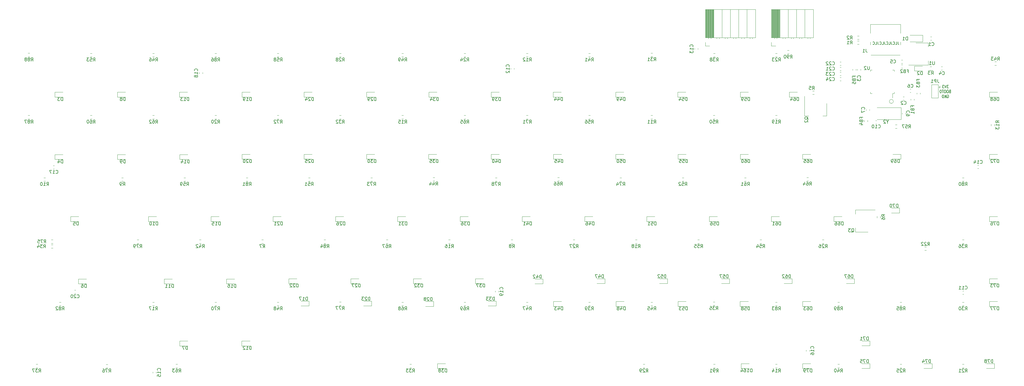
<source format=gbr>
%TF.GenerationSoftware,KiCad,Pcbnew,(5.1.9)-1*%
%TF.CreationDate,2021-03-19T21:04:42+01:00*%
%TF.ProjectId,mkb_01,6d6b625f-3031-42e6-9b69-6361645f7063,rev?*%
%TF.SameCoordinates,Original*%
%TF.FileFunction,Legend,Bot*%
%TF.FilePolarity,Positive*%
%FSLAX46Y46*%
G04 Gerber Fmt 4.6, Leading zero omitted, Abs format (unit mm)*
G04 Created by KiCad (PCBNEW (5.1.9)-1) date 2021-03-19 21:04:42*
%MOMM*%
%LPD*%
G01*
G04 APERTURE LIST*
%ADD10C,0.150000*%
%ADD11C,0.120000*%
G04 APERTURE END LIST*
D10*
X325595238Y-58761904D02*
X325595238Y-59333333D01*
X325633333Y-59447619D01*
X325709523Y-59523809D01*
X325823809Y-59561904D01*
X325900000Y-59561904D01*
X324833333Y-59561904D02*
X325214285Y-59561904D01*
X325214285Y-58761904D01*
X324109523Y-59485714D02*
X324147619Y-59523809D01*
X324261904Y-59561904D01*
X324338095Y-59561904D01*
X324452380Y-59523809D01*
X324528571Y-59447619D01*
X324566666Y-59371428D01*
X324604761Y-59219047D01*
X324604761Y-59104761D01*
X324566666Y-58952380D01*
X324528571Y-58876190D01*
X324452380Y-58800000D01*
X324338095Y-58761904D01*
X324261904Y-58761904D01*
X324147619Y-58800000D01*
X324109523Y-58838095D01*
X323538095Y-58761904D02*
X323538095Y-59333333D01*
X323576190Y-59447619D01*
X323652380Y-59523809D01*
X323766666Y-59561904D01*
X323842857Y-59561904D01*
X322776190Y-59561904D02*
X323157142Y-59561904D01*
X323157142Y-58761904D01*
X322052380Y-59485714D02*
X322090476Y-59523809D01*
X322204761Y-59561904D01*
X322280952Y-59561904D01*
X322395238Y-59523809D01*
X322471428Y-59447619D01*
X322509523Y-59371428D01*
X322547619Y-59219047D01*
X322547619Y-59104761D01*
X322509523Y-58952380D01*
X322471428Y-58876190D01*
X322395238Y-58800000D01*
X322280952Y-58761904D01*
X322204761Y-58761904D01*
X322090476Y-58800000D01*
X322052380Y-58838095D01*
X321480952Y-58761904D02*
X321480952Y-59333333D01*
X321519047Y-59447619D01*
X321595238Y-59523809D01*
X321709523Y-59561904D01*
X321785714Y-59561904D01*
X320719047Y-59561904D02*
X321100000Y-59561904D01*
X321100000Y-58761904D01*
X319995238Y-59485714D02*
X320033333Y-59523809D01*
X320147619Y-59561904D01*
X320223809Y-59561904D01*
X320338095Y-59523809D01*
X320414285Y-59447619D01*
X320452380Y-59371428D01*
X320490476Y-59219047D01*
X320490476Y-59104761D01*
X320452380Y-58952380D01*
X320414285Y-58876190D01*
X320338095Y-58800000D01*
X320223809Y-58761904D01*
X320147619Y-58761904D01*
X320033333Y-58800000D01*
X319995238Y-58838095D01*
X319423809Y-58761904D02*
X319423809Y-59333333D01*
X319461904Y-59447619D01*
X319538095Y-59523809D01*
X319652380Y-59561904D01*
X319728571Y-59561904D01*
X318661904Y-59561904D02*
X319042857Y-59561904D01*
X319042857Y-58761904D01*
X317938095Y-59485714D02*
X317976190Y-59523809D01*
X318090476Y-59561904D01*
X318166666Y-59561904D01*
X318280952Y-59523809D01*
X318357142Y-59447619D01*
X318395238Y-59371428D01*
X318433333Y-59219047D01*
X318433333Y-59104761D01*
X318395238Y-58952380D01*
X318357142Y-58876190D01*
X318280952Y-58800000D01*
X318166666Y-58761904D01*
X318090476Y-58761904D01*
X317976190Y-58800000D01*
X317938095Y-58838095D01*
D11*
X324200001Y-77000000D02*
G75*
G03*
X324200001Y-77000000I-632456J0D01*
G01*
D10*
X341028571Y-72007142D02*
X340564285Y-72007142D01*
X340814285Y-72350000D01*
X340707142Y-72350000D01*
X340635714Y-72392857D01*
X340600000Y-72435714D01*
X340564285Y-72521428D01*
X340564285Y-72735714D01*
X340600000Y-72821428D01*
X340635714Y-72864285D01*
X340707142Y-72907142D01*
X340921428Y-72907142D01*
X340992857Y-72864285D01*
X341028571Y-72821428D01*
X340350000Y-72007142D02*
X340100000Y-72907142D01*
X339850000Y-72007142D01*
X339671428Y-72007142D02*
X339207142Y-72007142D01*
X339457142Y-72350000D01*
X339350000Y-72350000D01*
X339278571Y-72392857D01*
X339242857Y-72435714D01*
X339207142Y-72521428D01*
X339207142Y-72735714D01*
X339242857Y-72821428D01*
X339278571Y-72864285D01*
X339350000Y-72907142D01*
X339564285Y-72907142D01*
X339635714Y-72864285D01*
X339671428Y-72821428D01*
X341475000Y-73935714D02*
X341367857Y-73978571D01*
X341332142Y-74021428D01*
X341296428Y-74107142D01*
X341296428Y-74235714D01*
X341332142Y-74321428D01*
X341367857Y-74364285D01*
X341439285Y-74407142D01*
X341725000Y-74407142D01*
X341725000Y-73507142D01*
X341475000Y-73507142D01*
X341403571Y-73550000D01*
X341367857Y-73592857D01*
X341332142Y-73678571D01*
X341332142Y-73764285D01*
X341367857Y-73850000D01*
X341403571Y-73892857D01*
X341475000Y-73935714D01*
X341725000Y-73935714D01*
X340832142Y-73507142D02*
X340689285Y-73507142D01*
X340617857Y-73550000D01*
X340546428Y-73635714D01*
X340510714Y-73807142D01*
X340510714Y-74107142D01*
X340546428Y-74278571D01*
X340617857Y-74364285D01*
X340689285Y-74407142D01*
X340832142Y-74407142D01*
X340903571Y-74364285D01*
X340975000Y-74278571D01*
X341010714Y-74107142D01*
X341010714Y-73807142D01*
X340975000Y-73635714D01*
X340903571Y-73550000D01*
X340832142Y-73507142D01*
X340046428Y-73507142D02*
X339903571Y-73507142D01*
X339832142Y-73550000D01*
X339760714Y-73635714D01*
X339725000Y-73807142D01*
X339725000Y-74107142D01*
X339760714Y-74278571D01*
X339832142Y-74364285D01*
X339903571Y-74407142D01*
X340046428Y-74407142D01*
X340117857Y-74364285D01*
X340189285Y-74278571D01*
X340225000Y-74107142D01*
X340225000Y-73807142D01*
X340189285Y-73635714D01*
X340117857Y-73550000D01*
X340046428Y-73507142D01*
X339510714Y-73507142D02*
X339082142Y-73507142D01*
X339296428Y-74407142D02*
X339296428Y-73507142D01*
X338689285Y-73507142D02*
X338617857Y-73507142D01*
X338546428Y-73550000D01*
X338510714Y-73592857D01*
X338475000Y-73678571D01*
X338439285Y-73850000D01*
X338439285Y-74064285D01*
X338475000Y-74235714D01*
X338510714Y-74321428D01*
X338546428Y-74364285D01*
X338617857Y-74407142D01*
X338689285Y-74407142D01*
X338760714Y-74364285D01*
X338796428Y-74321428D01*
X338832142Y-74235714D01*
X338867857Y-74064285D01*
X338867857Y-73850000D01*
X338832142Y-73678571D01*
X338796428Y-73592857D01*
X338760714Y-73550000D01*
X338689285Y-73507142D01*
X340671428Y-75050000D02*
X340742857Y-75007142D01*
X340850000Y-75007142D01*
X340957142Y-75050000D01*
X341028571Y-75135714D01*
X341064285Y-75221428D01*
X341100000Y-75392857D01*
X341100000Y-75521428D01*
X341064285Y-75692857D01*
X341028571Y-75778571D01*
X340957142Y-75864285D01*
X340850000Y-75907142D01*
X340778571Y-75907142D01*
X340671428Y-75864285D01*
X340635714Y-75821428D01*
X340635714Y-75521428D01*
X340778571Y-75521428D01*
X340314285Y-75907142D02*
X340314285Y-75007142D01*
X339885714Y-75907142D01*
X339885714Y-75007142D01*
X339528571Y-75907142D02*
X339528571Y-75007142D01*
X339350000Y-75007142D01*
X339242857Y-75050000D01*
X339171428Y-75135714D01*
X339135714Y-75221428D01*
X339100000Y-75392857D01*
X339100000Y-75521428D01*
X339135714Y-75692857D01*
X339171428Y-75778571D01*
X339242857Y-75864285D01*
X339350000Y-75907142D01*
X339528571Y-75907142D01*
D11*
%TO.C,C6*%
X329546267Y-74210000D02*
X329253733Y-74210000D01*
X329546267Y-73190000D02*
X329253733Y-73190000D01*
%TO.C,C3*%
X314210000Y-67153733D02*
X314210000Y-67446267D01*
X313190000Y-67153733D02*
X313190000Y-67446267D01*
%TO.C,C1*%
X335553733Y-58210000D02*
X335846267Y-58210000D01*
X335553733Y-57190000D02*
X335846267Y-57190000D01*
%TO.C,C2*%
X327153733Y-76610000D02*
X327446267Y-76610000D01*
X327153733Y-75590000D02*
X327446267Y-75590000D01*
%TO.C,C4*%
X339146267Y-67410000D02*
X338853733Y-67410000D01*
X339146267Y-66390000D02*
X338853733Y-66390000D01*
%TO.C,C5*%
X326653733Y-65310000D02*
X326946267Y-65310000D01*
X326653733Y-64290000D02*
X326946267Y-64290000D01*
%TO.C,C7*%
X316910000Y-79453733D02*
X316910000Y-79746267D01*
X315890000Y-79453733D02*
X315890000Y-79746267D01*
%TO.C,D1*%
X333150000Y-56700000D02*
X329250000Y-56700000D01*
X333150000Y-58700000D02*
X329250000Y-58700000D01*
X333150000Y-56700000D02*
X333150000Y-58700000D01*
%TO.C,D2*%
X330640000Y-66165000D02*
X333100000Y-66165000D01*
X330640000Y-67635000D02*
X330640000Y-66165000D01*
X333100000Y-67635000D02*
X330640000Y-67635000D01*
%TO.C,D3*%
X67740000Y-74165000D02*
X70200000Y-74165000D01*
X67740000Y-75635000D02*
X67740000Y-74165000D01*
X70200000Y-75635000D02*
X67740000Y-75635000D01*
%TO.C,D4*%
X70200000Y-94735000D02*
X67740000Y-94735000D01*
X67740000Y-94735000D02*
X67740000Y-93265000D01*
X67740000Y-93265000D02*
X70200000Y-93265000D01*
%TO.C,D5*%
X72515000Y-112265000D02*
X74975000Y-112265000D01*
X72515000Y-113735000D02*
X72515000Y-112265000D01*
X74975000Y-113735000D02*
X72515000Y-113735000D01*
%TO.C,D6*%
X77400000Y-132835000D02*
X74940000Y-132835000D01*
X74940000Y-132835000D02*
X74940000Y-131365000D01*
X74940000Y-131365000D02*
X77400000Y-131365000D01*
%TO.C,D7*%
X108370000Y-151835000D02*
X105910000Y-151835000D01*
X105910000Y-151835000D02*
X105910000Y-150365000D01*
X105910000Y-150365000D02*
X108370000Y-150365000D01*
%TO.C,D8*%
X89300000Y-75635000D02*
X86840000Y-75635000D01*
X86840000Y-75635000D02*
X86840000Y-74165000D01*
X86840000Y-74165000D02*
X89300000Y-74165000D01*
%TO.C,D9*%
X89300000Y-94735000D02*
X86840000Y-94735000D01*
X86840000Y-94735000D02*
X86840000Y-93265000D01*
X86840000Y-93265000D02*
X89300000Y-93265000D01*
%TO.C,D10*%
X98800000Y-113735000D02*
X96340000Y-113735000D01*
X96340000Y-113735000D02*
X96340000Y-112265000D01*
X96340000Y-112265000D02*
X98800000Y-112265000D01*
%TO.C,D11*%
X101140000Y-131365000D02*
X103600000Y-131365000D01*
X101140000Y-132835000D02*
X101140000Y-131365000D01*
X103600000Y-132835000D02*
X101140000Y-132835000D01*
%TO.C,D12*%
X124910000Y-150365000D02*
X127370000Y-150365000D01*
X124910000Y-151835000D02*
X124910000Y-150365000D01*
X127370000Y-151835000D02*
X124910000Y-151835000D01*
%TO.C,D13*%
X108300000Y-75635000D02*
X105840000Y-75635000D01*
X105840000Y-75635000D02*
X105840000Y-74165000D01*
X105840000Y-74165000D02*
X108300000Y-74165000D01*
%TO.C,D14*%
X105940000Y-93265000D02*
X108400000Y-93265000D01*
X105940000Y-94735000D02*
X105940000Y-93265000D01*
X108400000Y-94735000D02*
X105940000Y-94735000D01*
%TO.C,D15*%
X115440000Y-112265000D02*
X117900000Y-112265000D01*
X115440000Y-113735000D02*
X115440000Y-112265000D01*
X117900000Y-113735000D02*
X115440000Y-113735000D01*
%TO.C,D16*%
X122700000Y-132835000D02*
X120240000Y-132835000D01*
X120240000Y-132835000D02*
X120240000Y-131365000D01*
X120240000Y-131365000D02*
X122700000Y-131365000D01*
%TO.C,D17*%
X143000000Y-138165000D02*
X145460000Y-138165000D01*
X145460000Y-138165000D02*
X145460000Y-139635000D01*
X145460000Y-139635000D02*
X143000000Y-139635000D01*
%TO.C,D19*%
X127400000Y-75635000D02*
X124940000Y-75635000D01*
X124940000Y-75635000D02*
X124940000Y-74165000D01*
X124940000Y-74165000D02*
X127400000Y-74165000D01*
%TO.C,D20*%
X124940000Y-93165000D02*
X127400000Y-93165000D01*
X124940000Y-94635000D02*
X124940000Y-93165000D01*
X127400000Y-94635000D02*
X124940000Y-94635000D01*
%TO.C,D21*%
X136900000Y-113735000D02*
X134440000Y-113735000D01*
X134440000Y-113735000D02*
X134440000Y-112265000D01*
X134440000Y-112265000D02*
X136900000Y-112265000D01*
%TO.C,D22*%
X141700000Y-132735000D02*
X139240000Y-132735000D01*
X139240000Y-132735000D02*
X139240000Y-131265000D01*
X139240000Y-131265000D02*
X141700000Y-131265000D01*
%TO.C,D23*%
X164560000Y-139635000D02*
X162100000Y-139635000D01*
X164560000Y-138165000D02*
X164560000Y-139635000D01*
X162100000Y-138165000D02*
X164560000Y-138165000D01*
%TO.C,D24*%
X146400000Y-75635000D02*
X143940000Y-75635000D01*
X143940000Y-75635000D02*
X143940000Y-74165000D01*
X143940000Y-74165000D02*
X146400000Y-74165000D01*
%TO.C,D25*%
X146400000Y-94635000D02*
X143940000Y-94635000D01*
X143940000Y-94635000D02*
X143940000Y-93165000D01*
X143940000Y-93165000D02*
X146400000Y-93165000D01*
%TO.C,D26*%
X153540000Y-112265000D02*
X156000000Y-112265000D01*
X153540000Y-113735000D02*
X153540000Y-112265000D01*
X156000000Y-113735000D02*
X153540000Y-113735000D01*
%TO.C,D27*%
X160700000Y-132735000D02*
X158240000Y-132735000D01*
X158240000Y-132735000D02*
X158240000Y-131265000D01*
X158240000Y-131265000D02*
X160700000Y-131265000D01*
%TO.C,D28*%
X181100000Y-138265000D02*
X183560000Y-138265000D01*
X183560000Y-138265000D02*
X183560000Y-139735000D01*
X183560000Y-139735000D02*
X181100000Y-139735000D01*
%TO.C,D29*%
X163040000Y-74165000D02*
X165500000Y-74165000D01*
X163040000Y-75635000D02*
X163040000Y-74165000D01*
X165500000Y-75635000D02*
X163040000Y-75635000D01*
%TO.C,D30*%
X163040000Y-93165000D02*
X165500000Y-93165000D01*
X163040000Y-94635000D02*
X163040000Y-93165000D01*
X165500000Y-94635000D02*
X163040000Y-94635000D01*
%TO.C,D31*%
X175000000Y-113735000D02*
X172540000Y-113735000D01*
X172540000Y-113735000D02*
X172540000Y-112265000D01*
X172540000Y-112265000D02*
X175000000Y-112265000D01*
%TO.C,D32*%
X177340000Y-131265000D02*
X179800000Y-131265000D01*
X177340000Y-132735000D02*
X177340000Y-131265000D01*
X179800000Y-132735000D02*
X177340000Y-132735000D01*
%TO.C,D33*%
X202660000Y-139635000D02*
X200200000Y-139635000D01*
X202660000Y-138165000D02*
X202660000Y-139635000D01*
X200200000Y-138165000D02*
X202660000Y-138165000D01*
%TO.C,D34*%
X184600000Y-75635000D02*
X182140000Y-75635000D01*
X182140000Y-75635000D02*
X182140000Y-74165000D01*
X182140000Y-74165000D02*
X184600000Y-74165000D01*
%TO.C,D35*%
X182040000Y-93165000D02*
X184500000Y-93165000D01*
X182040000Y-94635000D02*
X182040000Y-93165000D01*
X184500000Y-94635000D02*
X182040000Y-94635000D01*
%TO.C,D36*%
X191640000Y-112265000D02*
X194100000Y-112265000D01*
X191640000Y-113735000D02*
X191640000Y-112265000D01*
X194100000Y-113735000D02*
X191640000Y-113735000D01*
%TO.C,D37*%
X198800000Y-132735000D02*
X196340000Y-132735000D01*
X196340000Y-132735000D02*
X196340000Y-131265000D01*
X196340000Y-131265000D02*
X198800000Y-131265000D01*
%TO.C,D38*%
X187190000Y-158735000D02*
X184730000Y-158735000D01*
X184730000Y-158735000D02*
X184730000Y-157265000D01*
X184730000Y-157265000D02*
X187190000Y-157265000D01*
%TO.C,D39*%
X203600000Y-75635000D02*
X201140000Y-75635000D01*
X201140000Y-75635000D02*
X201140000Y-74165000D01*
X201140000Y-74165000D02*
X203600000Y-74165000D01*
%TO.C,D40*%
X201140000Y-93165000D02*
X203600000Y-93165000D01*
X201140000Y-94635000D02*
X201140000Y-93165000D01*
X203600000Y-94635000D02*
X201140000Y-94635000D01*
%TO.C,D41*%
X213100000Y-113735000D02*
X210640000Y-113735000D01*
X210640000Y-113735000D02*
X210640000Y-112265000D01*
X210640000Y-112265000D02*
X213100000Y-112265000D01*
%TO.C,D42*%
X216960000Y-132835000D02*
X214500000Y-132835000D01*
X216960000Y-131365000D02*
X216960000Y-132835000D01*
X214500000Y-131365000D02*
X216960000Y-131365000D01*
%TO.C,D43*%
X220210000Y-138265000D02*
X222670000Y-138265000D01*
X220210000Y-139735000D02*
X220210000Y-138265000D01*
X222670000Y-139735000D02*
X220210000Y-139735000D01*
%TO.C,D44*%
X220140000Y-74165000D02*
X222600000Y-74165000D01*
X220140000Y-75635000D02*
X220140000Y-74165000D01*
X222600000Y-75635000D02*
X220140000Y-75635000D01*
%TO.C,D45*%
X222700000Y-94635000D02*
X220240000Y-94635000D01*
X220240000Y-94635000D02*
X220240000Y-93165000D01*
X220240000Y-93165000D02*
X222700000Y-93165000D01*
%TO.C,D46*%
X229740000Y-112265000D02*
X232200000Y-112265000D01*
X229740000Y-113735000D02*
X229740000Y-112265000D01*
X232200000Y-113735000D02*
X229740000Y-113735000D01*
%TO.C,D47*%
X233500000Y-131265000D02*
X235960000Y-131265000D01*
X235960000Y-131265000D02*
X235960000Y-132735000D01*
X235960000Y-132735000D02*
X233500000Y-132735000D01*
%TO.C,D48*%
X241770000Y-139735000D02*
X239310000Y-139735000D01*
X239310000Y-139735000D02*
X239310000Y-138265000D01*
X239310000Y-138265000D02*
X241770000Y-138265000D01*
%TO.C,D49*%
X239240000Y-74165000D02*
X241700000Y-74165000D01*
X239240000Y-75635000D02*
X239240000Y-74165000D01*
X241700000Y-75635000D02*
X239240000Y-75635000D01*
%TO.C,D50*%
X239240000Y-93165000D02*
X241700000Y-93165000D01*
X239240000Y-94635000D02*
X239240000Y-93165000D01*
X241700000Y-94635000D02*
X239240000Y-94635000D01*
%TO.C,D51*%
X248740000Y-112265000D02*
X251200000Y-112265000D01*
X248740000Y-113735000D02*
X248740000Y-112265000D01*
X251200000Y-113735000D02*
X248740000Y-113735000D01*
%TO.C,D52*%
X255060000Y-132735000D02*
X252600000Y-132735000D01*
X255060000Y-131265000D02*
X255060000Y-132735000D01*
X252600000Y-131265000D02*
X255060000Y-131265000D01*
%TO.C,D53*%
X258310000Y-138265000D02*
X260770000Y-138265000D01*
X258310000Y-139735000D02*
X258310000Y-138265000D01*
X260770000Y-139735000D02*
X258310000Y-139735000D01*
%TO.C,D54*%
X260700000Y-75635000D02*
X258240000Y-75635000D01*
X258240000Y-75635000D02*
X258240000Y-74165000D01*
X258240000Y-74165000D02*
X260700000Y-74165000D01*
%TO.C,D55*%
X260800000Y-94635000D02*
X258340000Y-94635000D01*
X258340000Y-94635000D02*
X258340000Y-93165000D01*
X258340000Y-93165000D02*
X260800000Y-93165000D01*
%TO.C,D56*%
X270300000Y-113735000D02*
X267840000Y-113735000D01*
X267840000Y-113735000D02*
X267840000Y-112265000D01*
X267840000Y-112265000D02*
X270300000Y-112265000D01*
%TO.C,D57*%
X271600000Y-131265000D02*
X274060000Y-131265000D01*
X274060000Y-131265000D02*
X274060000Y-132735000D01*
X274060000Y-132735000D02*
X271600000Y-132735000D01*
%TO.C,D58*%
X279770000Y-139735000D02*
X277310000Y-139735000D01*
X277310000Y-139735000D02*
X277310000Y-138265000D01*
X277310000Y-138265000D02*
X279770000Y-138265000D01*
%TO.C,D59*%
X279800000Y-75635000D02*
X277340000Y-75635000D01*
X277340000Y-75635000D02*
X277340000Y-74165000D01*
X277340000Y-74165000D02*
X279800000Y-74165000D01*
%TO.C,D60*%
X277340000Y-93165000D02*
X279800000Y-93165000D01*
X277340000Y-94635000D02*
X277340000Y-93165000D01*
X279800000Y-94635000D02*
X277340000Y-94635000D01*
%TO.C,D61*%
X286840000Y-112265000D02*
X289300000Y-112265000D01*
X286840000Y-113735000D02*
X286840000Y-112265000D01*
X289300000Y-113735000D02*
X286840000Y-113735000D01*
%TO.C,D62*%
X293160000Y-132735000D02*
X290700000Y-132735000D01*
X293160000Y-131265000D02*
X293160000Y-132735000D01*
X290700000Y-131265000D02*
X293160000Y-131265000D01*
%TO.C,D63*%
X296410000Y-138265000D02*
X298870000Y-138265000D01*
X296410000Y-139735000D02*
X296410000Y-138265000D01*
X298870000Y-139735000D02*
X296410000Y-139735000D01*
%TO.C,D64*%
X292340000Y-74165000D02*
X294800000Y-74165000D01*
X292340000Y-75635000D02*
X292340000Y-74165000D01*
X294800000Y-75635000D02*
X292340000Y-75635000D01*
%TO.C,D65*%
X296440000Y-93165000D02*
X298900000Y-93165000D01*
X296440000Y-94635000D02*
X296440000Y-93165000D01*
X298900000Y-94635000D02*
X296440000Y-94635000D01*
%TO.C,D66*%
X308400000Y-113735000D02*
X305940000Y-113735000D01*
X305940000Y-113735000D02*
X305940000Y-112265000D01*
X305940000Y-112265000D02*
X308400000Y-112265000D01*
%TO.C,D67*%
X309800000Y-131265000D02*
X312260000Y-131265000D01*
X312260000Y-131265000D02*
X312260000Y-132735000D01*
X312260000Y-132735000D02*
X309800000Y-132735000D01*
%TO.C,D68*%
X353540000Y-74165000D02*
X356000000Y-74165000D01*
X353540000Y-75635000D02*
X353540000Y-74165000D01*
X356000000Y-75635000D02*
X353540000Y-75635000D01*
%TO.C,D69*%
X324000000Y-93165000D02*
X326460000Y-93165000D01*
X326460000Y-93165000D02*
X326460000Y-94635000D01*
X326460000Y-94635000D02*
X324000000Y-94635000D01*
%TO.C,D70*%
X326060000Y-111135000D02*
X323600000Y-111135000D01*
X326060000Y-109665000D02*
X326060000Y-111135000D01*
X323600000Y-109665000D02*
X326060000Y-109665000D01*
%TO.C,D71*%
X316970000Y-151825000D02*
X314510000Y-151825000D01*
X316970000Y-150355000D02*
X316970000Y-151825000D01*
X314510000Y-150355000D02*
X316970000Y-150355000D01*
%TO.C,D72*%
X353540000Y-93165000D02*
X356000000Y-93165000D01*
X353540000Y-94635000D02*
X353540000Y-93165000D01*
X356000000Y-94635000D02*
X353540000Y-94635000D01*
%TO.C,D73*%
X353540000Y-131265000D02*
X356000000Y-131265000D01*
X353540000Y-132735000D02*
X353540000Y-131265000D01*
X356000000Y-132735000D02*
X353540000Y-132735000D01*
%TO.C,D74*%
X333530000Y-157275000D02*
X335990000Y-157275000D01*
X335990000Y-157275000D02*
X335990000Y-158745000D01*
X335990000Y-158745000D02*
X333530000Y-158745000D01*
%TO.C,D75*%
X314530000Y-157275000D02*
X316990000Y-157275000D01*
X316990000Y-157275000D02*
X316990000Y-158745000D01*
X316990000Y-158745000D02*
X314530000Y-158745000D01*
%TO.C,D76*%
X356000000Y-113735000D02*
X353540000Y-113735000D01*
X353540000Y-113735000D02*
X353540000Y-112265000D01*
X353540000Y-112265000D02*
X356000000Y-112265000D01*
%TO.C,D77*%
X356000000Y-139735000D02*
X353540000Y-139735000D01*
X353540000Y-139735000D02*
X353540000Y-138265000D01*
X353540000Y-138265000D02*
X356000000Y-138265000D01*
%TO.C,D78*%
X355060000Y-158735000D02*
X352600000Y-158735000D01*
X355060000Y-157265000D02*
X355060000Y-158735000D01*
X352600000Y-157265000D02*
X355060000Y-157265000D01*
%TO.C,D79*%
X296370000Y-157275000D02*
X298830000Y-157275000D01*
X296370000Y-158745000D02*
X296370000Y-157275000D01*
X298830000Y-158745000D02*
X296370000Y-158745000D01*
%TO.C,JP1*%
X335900000Y-71850000D02*
X335900000Y-75950000D01*
X335900000Y-75950000D02*
X337900000Y-75950000D01*
X337900000Y-75950000D02*
X337900000Y-71850000D01*
X337900000Y-71850000D02*
X335900000Y-71850000D01*
X338100000Y-72600000D02*
X338400000Y-72300000D01*
X338400000Y-72300000D02*
X338400000Y-72900000D01*
X338100000Y-72600000D02*
X338400000Y-72900000D01*
%TO.C,R1*%
X313654724Y-59522500D02*
X313145276Y-59522500D01*
X313654724Y-58477500D02*
X313145276Y-58477500D01*
%TO.C,R2*%
X313145276Y-58022500D02*
X313654724Y-58022500D01*
X313145276Y-56977500D02*
X313654724Y-56977500D01*
%TO.C,R3*%
X335854724Y-67422500D02*
X335345276Y-67422500D01*
X335854724Y-66377500D02*
X335345276Y-66377500D01*
%TO.C,SWD_CONN1*%
X286870000Y-58900000D02*
X286870000Y-60010000D01*
X286870000Y-60010000D02*
X288200000Y-60010000D01*
X286870000Y-48810000D02*
X299690000Y-48810000D01*
X299690000Y-48810000D02*
X299690000Y-57440000D01*
X286870000Y-57440000D02*
X299690000Y-57440000D01*
X286870000Y-48810000D02*
X286870000Y-57440000D01*
X297090000Y-48810000D02*
X297090000Y-57440000D01*
X294550000Y-48810000D02*
X294550000Y-57440000D01*
X292010000Y-48810000D02*
X292010000Y-57440000D01*
X289470000Y-48810000D02*
X289470000Y-57440000D01*
X298720000Y-57440000D02*
X298720000Y-57850000D01*
X298000000Y-57440000D02*
X298000000Y-57850000D01*
X296180000Y-57440000D02*
X296180000Y-57850000D01*
X295460000Y-57440000D02*
X295460000Y-57850000D01*
X293640000Y-57440000D02*
X293640000Y-57850000D01*
X292920000Y-57440000D02*
X292920000Y-57850000D01*
X291100000Y-57440000D02*
X291100000Y-57850000D01*
X290380000Y-57440000D02*
X290380000Y-57850000D01*
X288560000Y-57440000D02*
X288560000Y-57790000D01*
X287840000Y-57440000D02*
X287840000Y-57790000D01*
X289351900Y-48810000D02*
X289351900Y-57440000D01*
X289233805Y-48810000D02*
X289233805Y-57440000D01*
X289115710Y-48810000D02*
X289115710Y-57440000D01*
X288997615Y-48810000D02*
X288997615Y-57440000D01*
X288879520Y-48810000D02*
X288879520Y-57440000D01*
X288761425Y-48810000D02*
X288761425Y-57440000D01*
X288643330Y-48810000D02*
X288643330Y-57440000D01*
X288525235Y-48810000D02*
X288525235Y-57440000D01*
X288407140Y-48810000D02*
X288407140Y-57440000D01*
X288289045Y-48810000D02*
X288289045Y-57440000D01*
X288170950Y-48810000D02*
X288170950Y-57440000D01*
X288052855Y-48810000D02*
X288052855Y-57440000D01*
X287934760Y-48810000D02*
X287934760Y-57440000D01*
X287816665Y-48810000D02*
X287816665Y-57440000D01*
X287698570Y-48810000D02*
X287698570Y-57440000D01*
X287580475Y-48810000D02*
X287580475Y-57440000D01*
X287462380Y-48810000D02*
X287462380Y-57440000D01*
X287344285Y-48810000D02*
X287344285Y-57440000D01*
X287226190Y-48810000D02*
X287226190Y-57440000D01*
X287108095Y-48810000D02*
X287108095Y-57440000D01*
X286990000Y-48810000D02*
X286990000Y-57440000D01*
%TO.C,U1*%
X328800000Y-65860000D02*
X334810000Y-65860000D01*
X331050000Y-59040000D02*
X334810000Y-59040000D01*
X334810000Y-65860000D02*
X334810000Y-64600000D01*
X334810000Y-59040000D02*
X334810000Y-60300000D01*
%TO.C,USART_1_CONN1*%
X266670000Y-58900000D02*
X266670000Y-60010000D01*
X266670000Y-60010000D02*
X268000000Y-60010000D01*
X266670000Y-48810000D02*
X282030000Y-48810000D01*
X282030000Y-48810000D02*
X282030000Y-57440000D01*
X266670000Y-57440000D02*
X282030000Y-57440000D01*
X266670000Y-48810000D02*
X266670000Y-57440000D01*
X279430000Y-48810000D02*
X279430000Y-57440000D01*
X276890000Y-48810000D02*
X276890000Y-57440000D01*
X274350000Y-48810000D02*
X274350000Y-57440000D01*
X271810000Y-48810000D02*
X271810000Y-57440000D01*
X269270000Y-48810000D02*
X269270000Y-57440000D01*
X281060000Y-57440000D02*
X281060000Y-57850000D01*
X280340000Y-57440000D02*
X280340000Y-57850000D01*
X278520000Y-57440000D02*
X278520000Y-57850000D01*
X277800000Y-57440000D02*
X277800000Y-57850000D01*
X275980000Y-57440000D02*
X275980000Y-57850000D01*
X275260000Y-57440000D02*
X275260000Y-57850000D01*
X273440000Y-57440000D02*
X273440000Y-57850000D01*
X272720000Y-57440000D02*
X272720000Y-57850000D01*
X270900000Y-57440000D02*
X270900000Y-57850000D01*
X270180000Y-57440000D02*
X270180000Y-57850000D01*
X268360000Y-57440000D02*
X268360000Y-57790000D01*
X267640000Y-57440000D02*
X267640000Y-57790000D01*
X269151900Y-48810000D02*
X269151900Y-57440000D01*
X269033805Y-48810000D02*
X269033805Y-57440000D01*
X268915710Y-48810000D02*
X268915710Y-57440000D01*
X268797615Y-48810000D02*
X268797615Y-57440000D01*
X268679520Y-48810000D02*
X268679520Y-57440000D01*
X268561425Y-48810000D02*
X268561425Y-57440000D01*
X268443330Y-48810000D02*
X268443330Y-57440000D01*
X268325235Y-48810000D02*
X268325235Y-57440000D01*
X268207140Y-48810000D02*
X268207140Y-57440000D01*
X268089045Y-48810000D02*
X268089045Y-57440000D01*
X267970950Y-48810000D02*
X267970950Y-57440000D01*
X267852855Y-48810000D02*
X267852855Y-57440000D01*
X267734760Y-48810000D02*
X267734760Y-57440000D01*
X267616665Y-48810000D02*
X267616665Y-57440000D01*
X267498570Y-48810000D02*
X267498570Y-57440000D01*
X267380475Y-48810000D02*
X267380475Y-57440000D01*
X267262380Y-48810000D02*
X267262380Y-57440000D01*
X267144285Y-48810000D02*
X267144285Y-57440000D01*
X267026190Y-48810000D02*
X267026190Y-57440000D01*
X266908095Y-48810000D02*
X266908095Y-57440000D01*
X266790000Y-48810000D02*
X266790000Y-57440000D01*
%TO.C,Q2*%
X303810000Y-81410000D02*
X302550000Y-81410000D01*
X296990000Y-81410000D02*
X298250000Y-81410000D01*
X303810000Y-77650000D02*
X303810000Y-81410000D01*
X296990000Y-75400000D02*
X296990000Y-81410000D01*
%TO.C,Q3*%
X318600000Y-110190000D02*
X312590000Y-110190000D01*
X316350000Y-117010000D02*
X312590000Y-117010000D01*
X312590000Y-110190000D02*
X312590000Y-111450000D01*
X312590000Y-117010000D02*
X312590000Y-115750000D01*
%TO.C,R5*%
X299954724Y-74822500D02*
X299445276Y-74822500D01*
X299954724Y-73777500D02*
X299445276Y-73777500D01*
%TO.C,R6*%
X320222500Y-112654724D02*
X320222500Y-112145276D01*
X319177500Y-112654724D02*
X319177500Y-112145276D01*
%TO.C,R7*%
X130945276Y-120422500D02*
X131454724Y-120422500D01*
X130945276Y-119377500D02*
X131454724Y-119377500D01*
%TO.C,R8*%
X207245276Y-120422500D02*
X207754724Y-120422500D01*
X207245276Y-119377500D02*
X207754724Y-119377500D01*
%TO.C,R9*%
X88145276Y-101422500D02*
X88654724Y-101422500D01*
X88145276Y-100377500D02*
X88654724Y-100377500D01*
%TO.C,R10*%
X64345276Y-101422500D02*
X64854724Y-101422500D01*
X64345276Y-100377500D02*
X64854724Y-100377500D01*
%TO.C,R11*%
X250045276Y-82322500D02*
X250554724Y-82322500D01*
X250045276Y-81277500D02*
X250554724Y-81277500D01*
%TO.C,R12*%
X211945276Y-63322500D02*
X212454724Y-63322500D01*
X211945276Y-62277500D02*
X212454724Y-62277500D01*
%TO.C,R13*%
X354077500Y-84454724D02*
X354077500Y-83945276D01*
X355122500Y-84454724D02*
X355122500Y-83945276D01*
%TO.C,R14*%
X288145276Y-157477500D02*
X288654724Y-157477500D01*
X288145276Y-158522500D02*
X288654724Y-158522500D01*
%TO.C,R15*%
X173845276Y-81277500D02*
X174354724Y-81277500D01*
X173845276Y-82322500D02*
X174354724Y-82322500D01*
%TO.C,R16*%
X188145276Y-119377500D02*
X188654724Y-119377500D01*
X188145276Y-120422500D02*
X188654724Y-120422500D01*
%TO.C,R17*%
X97615276Y-138477500D02*
X98124724Y-138477500D01*
X97615276Y-139522500D02*
X98124724Y-139522500D01*
%TO.C,R18*%
X245245276Y-119377500D02*
X245754724Y-119377500D01*
X245245276Y-120422500D02*
X245754724Y-120422500D01*
%TO.C,R19*%
X288145276Y-82322500D02*
X288654724Y-82322500D01*
X288145276Y-81277500D02*
X288654724Y-81277500D01*
%TO.C,R20*%
X116645276Y-82322500D02*
X117154724Y-82322500D01*
X116645276Y-81277500D02*
X117154724Y-81277500D01*
%TO.C,R21*%
X345245276Y-158522500D02*
X345754724Y-158522500D01*
X345245276Y-157477500D02*
X345754724Y-157477500D01*
%TO.C,R22*%
X334254724Y-121577500D02*
X333745276Y-121577500D01*
X334254724Y-122622500D02*
X333745276Y-122622500D01*
%TO.C,R23*%
X288145276Y-63322500D02*
X288654724Y-63322500D01*
X288145276Y-62277500D02*
X288654724Y-62277500D01*
%TO.C,R24*%
X192845276Y-62277500D02*
X193354724Y-62277500D01*
X192845276Y-63322500D02*
X193354724Y-63322500D01*
%TO.C,R25*%
X326245276Y-158522500D02*
X326754724Y-158522500D01*
X326245276Y-157477500D02*
X326754724Y-157477500D01*
%TO.C,R26*%
X302445276Y-119377500D02*
X302954724Y-119377500D01*
X302445276Y-120422500D02*
X302954724Y-120422500D01*
%TO.C,R27*%
X226245276Y-119377500D02*
X226754724Y-119377500D01*
X226245276Y-120422500D02*
X226754724Y-120422500D01*
%TO.C,R28*%
X154745276Y-62277500D02*
X155254724Y-62277500D01*
X154745276Y-63322500D02*
X155254724Y-63322500D01*
%TO.C,R29*%
X247645276Y-158522500D02*
X248154724Y-158522500D01*
X247645276Y-157477500D02*
X248154724Y-157477500D01*
%TO.C,R30*%
X345245276Y-139522500D02*
X345754724Y-139522500D01*
X345245276Y-138477500D02*
X345754724Y-138477500D01*
%TO.C,R31*%
X250045276Y-63222500D02*
X250554724Y-63222500D01*
X250045276Y-62177500D02*
X250554724Y-62177500D01*
%TO.C,R32*%
X154745276Y-81277500D02*
X155254724Y-81277500D01*
X154745276Y-82322500D02*
X155254724Y-82322500D01*
%TO.C,R33*%
X176245276Y-158522500D02*
X176754724Y-158522500D01*
X176245276Y-157477500D02*
X176754724Y-157477500D01*
%TO.C,R34*%
X66645276Y-121922500D02*
X67154724Y-121922500D01*
X66645276Y-120877500D02*
X67154724Y-120877500D01*
%TO.C,R35*%
X269045276Y-138377500D02*
X269554724Y-138377500D01*
X269045276Y-139422500D02*
X269554724Y-139422500D01*
%TO.C,R36*%
X345245276Y-119377500D02*
X345754724Y-119377500D01*
X345245276Y-120422500D02*
X345754724Y-120422500D01*
%TO.C,R37*%
X61945276Y-157477500D02*
X62454724Y-157477500D01*
X61945276Y-158522500D02*
X62454724Y-158522500D01*
%TO.C,R38*%
X269145276Y-63322500D02*
X269654724Y-63322500D01*
X269145276Y-62277500D02*
X269654724Y-62277500D01*
%TO.C,R39*%
X230945276Y-138477500D02*
X231454724Y-138477500D01*
X230945276Y-139522500D02*
X231454724Y-139522500D01*
%TO.C,R40*%
X307145276Y-158522500D02*
X307654724Y-158522500D01*
X307145276Y-157477500D02*
X307654724Y-157477500D01*
%TO.C,R41*%
X230945276Y-63322500D02*
X231454724Y-63322500D01*
X230945276Y-62277500D02*
X231454724Y-62277500D01*
%TO.C,R42*%
X111945276Y-120422500D02*
X112454724Y-120422500D01*
X111945276Y-119377500D02*
X112454724Y-119377500D01*
%TO.C,R43*%
X355654724Y-65922500D02*
X355145276Y-65922500D01*
X355654724Y-64877500D02*
X355145276Y-64877500D01*
%TO.C,R44*%
X183345276Y-101322500D02*
X183854724Y-101322500D01*
X183345276Y-100277500D02*
X183854724Y-100277500D01*
%TO.C,R45*%
X250045276Y-138477500D02*
X250554724Y-138477500D01*
X250045276Y-139522500D02*
X250554724Y-139522500D01*
%TO.C,R46*%
X97645276Y-62277500D02*
X98154724Y-62277500D01*
X97645276Y-63322500D02*
X98154724Y-63322500D01*
%TO.C,R47*%
X211945276Y-138477500D02*
X212454724Y-138477500D01*
X211945276Y-139522500D02*
X212454724Y-139522500D01*
%TO.C,R48*%
X135745276Y-139522500D02*
X136254724Y-139522500D01*
X135745276Y-138477500D02*
X136254724Y-138477500D01*
%TO.C,R49*%
X173845276Y-62277500D02*
X174354724Y-62277500D01*
X173845276Y-63322500D02*
X174354724Y-63322500D01*
%TO.C,R50*%
X269045276Y-81277500D02*
X269554724Y-81277500D01*
X269045276Y-82322500D02*
X269554724Y-82322500D01*
%TO.C,R51*%
X145245276Y-101422500D02*
X145754724Y-101422500D01*
X145245276Y-100377500D02*
X145754724Y-100377500D01*
%TO.C,R52*%
X259545276Y-101422500D02*
X260054724Y-101422500D01*
X259545276Y-100377500D02*
X260054724Y-100377500D01*
%TO.C,R53*%
X78545276Y-62277500D02*
X79054724Y-62277500D01*
X78545276Y-63322500D02*
X79054724Y-63322500D01*
%TO.C,R54*%
X283345276Y-120422500D02*
X283854724Y-120422500D01*
X283345276Y-119377500D02*
X283854724Y-119377500D01*
%TO.C,R55*%
X264345276Y-119377500D02*
X264854724Y-119377500D01*
X264345276Y-120422500D02*
X264854724Y-120422500D01*
%TO.C,R56*%
X230945276Y-81277500D02*
X231454724Y-81277500D01*
X230945276Y-82322500D02*
X231454724Y-82322500D01*
%TO.C,R57*%
X325254724Y-84177500D02*
X324745276Y-84177500D01*
X325254724Y-85222500D02*
X324745276Y-85222500D01*
%TO.C,R58*%
X135745276Y-63322500D02*
X136254724Y-63322500D01*
X135745276Y-62277500D02*
X136254724Y-62277500D01*
%TO.C,R59*%
X107145276Y-100377500D02*
X107654724Y-100377500D01*
X107145276Y-101422500D02*
X107654724Y-101422500D01*
%TO.C,R60*%
X78545276Y-82322500D02*
X79054724Y-82322500D01*
X78545276Y-81277500D02*
X79054724Y-81277500D01*
%TO.C,R61*%
X278645276Y-101422500D02*
X279154724Y-101422500D01*
X278645276Y-100377500D02*
X279154724Y-100377500D01*
%TO.C,R62*%
X97645276Y-82322500D02*
X98154724Y-82322500D01*
X97645276Y-81277500D02*
X98154724Y-81277500D01*
%TO.C,R63*%
X104745276Y-157477500D02*
X105254724Y-157477500D01*
X104745276Y-158522500D02*
X105254724Y-158522500D01*
%TO.C,R64*%
X297645276Y-100277500D02*
X298154724Y-100277500D01*
X297645276Y-101322500D02*
X298154724Y-101322500D01*
%TO.C,R65*%
X192845276Y-81277500D02*
X193354724Y-81277500D01*
X192845276Y-82322500D02*
X193354724Y-82322500D01*
%TO.C,R66*%
X221445276Y-100277500D02*
X221954724Y-100277500D01*
X221445276Y-101322500D02*
X221954724Y-101322500D01*
%TO.C,R67*%
X169045276Y-119377500D02*
X169554724Y-119377500D01*
X169045276Y-120422500D02*
X169554724Y-120422500D01*
%TO.C,R68*%
X173845276Y-139522500D02*
X174354724Y-139522500D01*
X173845276Y-138477500D02*
X174354724Y-138477500D01*
%TO.C,R69*%
X192845276Y-138477500D02*
X193354724Y-138477500D01*
X192845276Y-139522500D02*
X193354724Y-139522500D01*
%TO.C,R70*%
X116645276Y-139522500D02*
X117154724Y-139522500D01*
X116645276Y-138477500D02*
X117154724Y-138477500D01*
%TO.C,R71*%
X211945276Y-82322500D02*
X212454724Y-82322500D01*
X211945276Y-81277500D02*
X212454724Y-81277500D01*
%TO.C,R72*%
X135745276Y-82322500D02*
X136254724Y-82322500D01*
X135745276Y-81277500D02*
X136254724Y-81277500D01*
%TO.C,R73*%
X164345276Y-100377500D02*
X164854724Y-100377500D01*
X164345276Y-101422500D02*
X164854724Y-101422500D01*
%TO.C,R74*%
X240545276Y-101422500D02*
X241054724Y-101422500D01*
X240545276Y-100377500D02*
X241054724Y-100377500D01*
%TO.C,R75*%
X66645276Y-119377500D02*
X67154724Y-119377500D01*
X66645276Y-120422500D02*
X67154724Y-120422500D01*
%TO.C,R76*%
X83345276Y-157532501D02*
X83854724Y-157532501D01*
X83345276Y-158577501D02*
X83854724Y-158577501D01*
%TO.C,R77*%
X154745276Y-138377500D02*
X155254724Y-138377500D01*
X154745276Y-139422500D02*
X155254724Y-139422500D01*
%TO.C,R78*%
X202445276Y-101422500D02*
X202954724Y-101422500D01*
X202445276Y-100377500D02*
X202954724Y-100377500D01*
%TO.C,R79*%
X92845276Y-119377500D02*
X93354724Y-119377500D01*
X92845276Y-120422500D02*
X93354724Y-120422500D01*
%TO.C,R80*%
X345245276Y-101422500D02*
X345754724Y-101422500D01*
X345245276Y-100377500D02*
X345754724Y-100377500D01*
%TO.C,R81*%
X126245276Y-100377500D02*
X126754724Y-100377500D01*
X126245276Y-101422500D02*
X126754724Y-101422500D01*
%TO.C,R82*%
X69045276Y-139522500D02*
X69554724Y-139522500D01*
X69045276Y-138477500D02*
X69554724Y-138477500D01*
%TO.C,R83*%
X288145276Y-138477500D02*
X288654724Y-138477500D01*
X288145276Y-139522500D02*
X288654724Y-139522500D01*
%TO.C,R84*%
X150045276Y-120422500D02*
X150554724Y-120422500D01*
X150045276Y-119377500D02*
X150554724Y-119377500D01*
%TO.C,R85*%
X326245276Y-138477500D02*
X326754724Y-138477500D01*
X326245276Y-139522500D02*
X326754724Y-139522500D01*
%TO.C,R86*%
X116645276Y-62277500D02*
X117154724Y-62277500D01*
X116645276Y-63322500D02*
X117154724Y-63322500D01*
%TO.C,R87*%
X59545276Y-81277500D02*
X60054724Y-81277500D01*
X59545276Y-82322500D02*
X60054724Y-82322500D01*
%TO.C,R88*%
X59545276Y-63272500D02*
X60054724Y-63272500D01*
X59545276Y-62227500D02*
X60054724Y-62227500D01*
%TO.C,R89*%
X307145276Y-138477500D02*
X307654724Y-138477500D01*
X307145276Y-139522500D02*
X307654724Y-139522500D01*
%TO.C,U2*%
X323960000Y-74610000D02*
X323960000Y-75900000D01*
X324410000Y-74610000D02*
X323960000Y-74610000D01*
X324410000Y-74160000D02*
X324410000Y-74610000D01*
X324410000Y-67390000D02*
X323960000Y-67390000D01*
X324410000Y-67840000D02*
X324410000Y-67390000D01*
X317190000Y-74610000D02*
X317640000Y-74610000D01*
X317190000Y-74160000D02*
X317190000Y-74610000D01*
X317190000Y-67390000D02*
X317640000Y-67390000D01*
X317190000Y-67840000D02*
X317190000Y-67390000D01*
%TO.C,C9*%
X327910000Y-80553733D02*
X327910000Y-80846267D01*
X326890000Y-80553733D02*
X326890000Y-80846267D01*
%TO.C,C10*%
X319046267Y-83910000D02*
X318753733Y-83910000D01*
X319046267Y-82890000D02*
X318753733Y-82890000D01*
%TO.C,C11*%
X345646267Y-134990000D02*
X345353733Y-134990000D01*
X345646267Y-136010000D02*
X345353733Y-136010000D01*
%TO.C,C12*%
X208210000Y-66853733D02*
X208210000Y-67146267D01*
X207190000Y-66853733D02*
X207190000Y-67146267D01*
%TO.C,C13*%
X264410000Y-60753733D02*
X264410000Y-61046267D01*
X263390000Y-60753733D02*
X263390000Y-61046267D01*
%TO.C,C14*%
X350246267Y-97510000D02*
X349953733Y-97510000D01*
X350246267Y-96490000D02*
X349953733Y-96490000D01*
%TO.C,C15*%
X97690000Y-160146267D02*
X97690000Y-159853733D01*
X98710000Y-160146267D02*
X98710000Y-159853733D01*
%TO.C,C16*%
X298510000Y-153446267D02*
X298510000Y-153153733D01*
X297490000Y-153446267D02*
X297490000Y-153153733D01*
%TO.C,C17*%
X67253733Y-97710000D02*
X67546267Y-97710000D01*
X67253733Y-96690000D02*
X67546267Y-96690000D01*
%TO.C,C18*%
X111890000Y-68153733D02*
X111890000Y-68446267D01*
X112910000Y-68153733D02*
X112910000Y-68446267D01*
%TO.C,C19*%
X203410000Y-135346267D02*
X203410000Y-135053733D01*
X202390000Y-135346267D02*
X202390000Y-135053733D01*
%TO.C,C20*%
X73753733Y-135810000D02*
X74046267Y-135810000D01*
X73753733Y-134790000D02*
X74046267Y-134790000D01*
%TO.C,J1*%
X317180000Y-59700000D02*
X317180000Y-58800000D01*
X326370000Y-59700000D02*
X326370000Y-58800000D01*
X317180000Y-56100000D02*
X317180000Y-53370000D01*
X326370000Y-56100000D02*
X326370000Y-53370000D01*
X317300000Y-62780000D02*
X326250000Y-62780000D01*
X317180000Y-53370000D02*
X326370000Y-53370000D01*
%TO.C,R90*%
X291745276Y-61377500D02*
X292254724Y-61377500D01*
X291745276Y-62422500D02*
X292254724Y-62422500D01*
%TO.C,D164*%
X277610000Y-157255000D02*
X280070000Y-157255000D01*
X277610000Y-158725000D02*
X277610000Y-157255000D01*
X280070000Y-158725000D02*
X277610000Y-158725000D01*
%TO.C,R91*%
X269145276Y-157477500D02*
X269654724Y-157477500D01*
X269145276Y-158522500D02*
X269654724Y-158522500D01*
%TO.C,Y2*%
X319200000Y-78900000D02*
X326525000Y-78900000D01*
X326525000Y-78900000D02*
X326525000Y-82500000D01*
X326525000Y-82500000D02*
X319200000Y-82500000D01*
%TO.C,FB1*%
X329490000Y-76571267D02*
X329490000Y-76228733D01*
X330510000Y-76571267D02*
X330510000Y-76228733D01*
%TO.C,FB2*%
X326971267Y-65790000D02*
X326628733Y-65790000D01*
X326971267Y-66810000D02*
X326628733Y-66810000D01*
%TO.C,FB3*%
X331390000Y-74771267D02*
X331390000Y-74428733D01*
X332410000Y-74771267D02*
X332410000Y-74428733D01*
%TO.C,FB4*%
X316310000Y-83171267D02*
X316310000Y-82828733D01*
X315290000Y-83171267D02*
X315290000Y-82828733D01*
%TO.C,FB5*%
X311690000Y-67471267D02*
X311690000Y-67128733D01*
X312710000Y-67471267D02*
X312710000Y-67128733D01*
%TO.C,C21*%
X307853733Y-66490000D02*
X308146267Y-66490000D01*
X307853733Y-67510000D02*
X308146267Y-67510000D01*
%TO.C,C22*%
X307853733Y-65910000D02*
X308146267Y-65910000D01*
X307853733Y-64890000D02*
X308146267Y-64890000D01*
%TO.C,C23*%
X307853733Y-68090000D02*
X308146267Y-68090000D01*
X307853733Y-69110000D02*
X308146267Y-69110000D01*
%TO.C,C24*%
X307853733Y-70710000D02*
X308146267Y-70710000D01*
X307853733Y-69690000D02*
X308146267Y-69690000D01*
%TO.C,C6*%
D10*
X329566666Y-72657142D02*
X329614285Y-72704761D01*
X329757142Y-72752380D01*
X329852380Y-72752380D01*
X329995238Y-72704761D01*
X330090476Y-72609523D01*
X330138095Y-72514285D01*
X330185714Y-72323809D01*
X330185714Y-72180952D01*
X330138095Y-71990476D01*
X330090476Y-71895238D01*
X329995238Y-71800000D01*
X329852380Y-71752380D01*
X329757142Y-71752380D01*
X329614285Y-71800000D01*
X329566666Y-71847619D01*
X328709523Y-71752380D02*
X328900000Y-71752380D01*
X328995238Y-71800000D01*
X329042857Y-71847619D01*
X329138095Y-71990476D01*
X329185714Y-72180952D01*
X329185714Y-72561904D01*
X329138095Y-72657142D01*
X329090476Y-72704761D01*
X328995238Y-72752380D01*
X328804761Y-72752380D01*
X328709523Y-72704761D01*
X328661904Y-72657142D01*
X328614285Y-72561904D01*
X328614285Y-72323809D01*
X328661904Y-72228571D01*
X328709523Y-72180952D01*
X328804761Y-72133333D01*
X328995238Y-72133333D01*
X329090476Y-72180952D01*
X329138095Y-72228571D01*
X329185714Y-72323809D01*
%TO.C,C3*%
X314057142Y-69733333D02*
X314104761Y-69685714D01*
X314152380Y-69542857D01*
X314152380Y-69447619D01*
X314104761Y-69304761D01*
X314009523Y-69209523D01*
X313914285Y-69161904D01*
X313723809Y-69114285D01*
X313580952Y-69114285D01*
X313390476Y-69161904D01*
X313295238Y-69209523D01*
X313200000Y-69304761D01*
X313152380Y-69447619D01*
X313152380Y-69542857D01*
X313200000Y-69685714D01*
X313247619Y-69733333D01*
X313152380Y-70066666D02*
X313152380Y-70685714D01*
X313533333Y-70352380D01*
X313533333Y-70495238D01*
X313580952Y-70590476D01*
X313628571Y-70638095D01*
X313723809Y-70685714D01*
X313961904Y-70685714D01*
X314057142Y-70638095D01*
X314104761Y-70590476D01*
X314152380Y-70495238D01*
X314152380Y-70209523D01*
X314104761Y-70114285D01*
X314057142Y-70066666D01*
%TO.C,C1*%
X335966666Y-59857142D02*
X336014285Y-59904761D01*
X336157142Y-59952380D01*
X336252380Y-59952380D01*
X336395238Y-59904761D01*
X336490476Y-59809523D01*
X336538095Y-59714285D01*
X336585714Y-59523809D01*
X336585714Y-59380952D01*
X336538095Y-59190476D01*
X336490476Y-59095238D01*
X336395238Y-59000000D01*
X336252380Y-58952380D01*
X336157142Y-58952380D01*
X336014285Y-59000000D01*
X335966666Y-59047619D01*
X335014285Y-59952380D02*
X335585714Y-59952380D01*
X335300000Y-59952380D02*
X335300000Y-58952380D01*
X335395238Y-59095238D01*
X335490476Y-59190476D01*
X335585714Y-59238095D01*
%TO.C,C2*%
X327466666Y-77857142D02*
X327514285Y-77904761D01*
X327657142Y-77952380D01*
X327752380Y-77952380D01*
X327895238Y-77904761D01*
X327990476Y-77809523D01*
X328038095Y-77714285D01*
X328085714Y-77523809D01*
X328085714Y-77380952D01*
X328038095Y-77190476D01*
X327990476Y-77095238D01*
X327895238Y-77000000D01*
X327752380Y-76952380D01*
X327657142Y-76952380D01*
X327514285Y-77000000D01*
X327466666Y-77047619D01*
X327085714Y-77047619D02*
X327038095Y-77000000D01*
X326942857Y-76952380D01*
X326704761Y-76952380D01*
X326609523Y-77000000D01*
X326561904Y-77047619D01*
X326514285Y-77142857D01*
X326514285Y-77238095D01*
X326561904Y-77380952D01*
X327133333Y-77952380D01*
X326514285Y-77952380D01*
%TO.C,C4*%
X339166666Y-68757142D02*
X339214285Y-68804761D01*
X339357142Y-68852380D01*
X339452380Y-68852380D01*
X339595238Y-68804761D01*
X339690476Y-68709523D01*
X339738095Y-68614285D01*
X339785714Y-68423809D01*
X339785714Y-68280952D01*
X339738095Y-68090476D01*
X339690476Y-67995238D01*
X339595238Y-67900000D01*
X339452380Y-67852380D01*
X339357142Y-67852380D01*
X339214285Y-67900000D01*
X339166666Y-67947619D01*
X338309523Y-68185714D02*
X338309523Y-68852380D01*
X338547619Y-67804761D02*
X338785714Y-68519047D01*
X338166666Y-68519047D01*
%TO.C,C5*%
X324266666Y-65157142D02*
X324314285Y-65204761D01*
X324457142Y-65252380D01*
X324552380Y-65252380D01*
X324695238Y-65204761D01*
X324790476Y-65109523D01*
X324838095Y-65014285D01*
X324885714Y-64823809D01*
X324885714Y-64680952D01*
X324838095Y-64490476D01*
X324790476Y-64395238D01*
X324695238Y-64300000D01*
X324552380Y-64252380D01*
X324457142Y-64252380D01*
X324314285Y-64300000D01*
X324266666Y-64347619D01*
X323361904Y-64252380D02*
X323838095Y-64252380D01*
X323885714Y-64728571D01*
X323838095Y-64680952D01*
X323742857Y-64633333D01*
X323504761Y-64633333D01*
X323409523Y-64680952D01*
X323361904Y-64728571D01*
X323314285Y-64823809D01*
X323314285Y-65061904D01*
X323361904Y-65157142D01*
X323409523Y-65204761D01*
X323504761Y-65252380D01*
X323742857Y-65252380D01*
X323838095Y-65204761D01*
X323885714Y-65157142D01*
%TO.C,C7*%
X315327142Y-79433333D02*
X315374761Y-79385714D01*
X315422380Y-79242857D01*
X315422380Y-79147619D01*
X315374761Y-79004761D01*
X315279523Y-78909523D01*
X315184285Y-78861904D01*
X314993809Y-78814285D01*
X314850952Y-78814285D01*
X314660476Y-78861904D01*
X314565238Y-78909523D01*
X314470000Y-79004761D01*
X314422380Y-79147619D01*
X314422380Y-79242857D01*
X314470000Y-79385714D01*
X314517619Y-79433333D01*
X314422380Y-79766666D02*
X314422380Y-80433333D01*
X315422380Y-80004761D01*
%TO.C,D1*%
X328538095Y-58252380D02*
X328538095Y-57252380D01*
X328300000Y-57252380D01*
X328157142Y-57300000D01*
X328061904Y-57395238D01*
X328014285Y-57490476D01*
X327966666Y-57680952D01*
X327966666Y-57823809D01*
X328014285Y-58014285D01*
X328061904Y-58109523D01*
X328157142Y-58204761D01*
X328300000Y-58252380D01*
X328538095Y-58252380D01*
X327014285Y-58252380D02*
X327585714Y-58252380D01*
X327300000Y-58252380D02*
X327300000Y-57252380D01*
X327395238Y-57395238D01*
X327490476Y-57490476D01*
X327585714Y-57538095D01*
%TO.C,D2*%
X333038095Y-68852380D02*
X333038095Y-67852380D01*
X332800000Y-67852380D01*
X332657142Y-67900000D01*
X332561904Y-67995238D01*
X332514285Y-68090476D01*
X332466666Y-68280952D01*
X332466666Y-68423809D01*
X332514285Y-68614285D01*
X332561904Y-68709523D01*
X332657142Y-68804761D01*
X332800000Y-68852380D01*
X333038095Y-68852380D01*
X332085714Y-67947619D02*
X332038095Y-67900000D01*
X331942857Y-67852380D01*
X331704761Y-67852380D01*
X331609523Y-67900000D01*
X331561904Y-67947619D01*
X331514285Y-68042857D01*
X331514285Y-68138095D01*
X331561904Y-68280952D01*
X332133333Y-68852380D01*
X331514285Y-68852380D01*
%TO.C,D3*%
X70138095Y-76782380D02*
X70138095Y-75782380D01*
X69900000Y-75782380D01*
X69757142Y-75830000D01*
X69661904Y-75925238D01*
X69614285Y-76020476D01*
X69566666Y-76210952D01*
X69566666Y-76353809D01*
X69614285Y-76544285D01*
X69661904Y-76639523D01*
X69757142Y-76734761D01*
X69900000Y-76782380D01*
X70138095Y-76782380D01*
X69233333Y-75782380D02*
X68614285Y-75782380D01*
X68947619Y-76163333D01*
X68804761Y-76163333D01*
X68709523Y-76210952D01*
X68661904Y-76258571D01*
X68614285Y-76353809D01*
X68614285Y-76591904D01*
X68661904Y-76687142D01*
X68709523Y-76734761D01*
X68804761Y-76782380D01*
X69090476Y-76782380D01*
X69185714Y-76734761D01*
X69233333Y-76687142D01*
%TO.C,D4*%
X70138095Y-95882380D02*
X70138095Y-94882380D01*
X69900000Y-94882380D01*
X69757142Y-94930000D01*
X69661904Y-95025238D01*
X69614285Y-95120476D01*
X69566666Y-95310952D01*
X69566666Y-95453809D01*
X69614285Y-95644285D01*
X69661904Y-95739523D01*
X69757142Y-95834761D01*
X69900000Y-95882380D01*
X70138095Y-95882380D01*
X68709523Y-95215714D02*
X68709523Y-95882380D01*
X68947619Y-94834761D02*
X69185714Y-95549047D01*
X68566666Y-95549047D01*
%TO.C,D5*%
X74913095Y-114882380D02*
X74913095Y-113882380D01*
X74675000Y-113882380D01*
X74532142Y-113930000D01*
X74436904Y-114025238D01*
X74389285Y-114120476D01*
X74341666Y-114310952D01*
X74341666Y-114453809D01*
X74389285Y-114644285D01*
X74436904Y-114739523D01*
X74532142Y-114834761D01*
X74675000Y-114882380D01*
X74913095Y-114882380D01*
X73436904Y-113882380D02*
X73913095Y-113882380D01*
X73960714Y-114358571D01*
X73913095Y-114310952D01*
X73817857Y-114263333D01*
X73579761Y-114263333D01*
X73484523Y-114310952D01*
X73436904Y-114358571D01*
X73389285Y-114453809D01*
X73389285Y-114691904D01*
X73436904Y-114787142D01*
X73484523Y-114834761D01*
X73579761Y-114882380D01*
X73817857Y-114882380D01*
X73913095Y-114834761D01*
X73960714Y-114787142D01*
%TO.C,D6*%
X77338095Y-133982380D02*
X77338095Y-132982380D01*
X77100000Y-132982380D01*
X76957142Y-133030000D01*
X76861904Y-133125238D01*
X76814285Y-133220476D01*
X76766666Y-133410952D01*
X76766666Y-133553809D01*
X76814285Y-133744285D01*
X76861904Y-133839523D01*
X76957142Y-133934761D01*
X77100000Y-133982380D01*
X77338095Y-133982380D01*
X75909523Y-132982380D02*
X76100000Y-132982380D01*
X76195238Y-133030000D01*
X76242857Y-133077619D01*
X76338095Y-133220476D01*
X76385714Y-133410952D01*
X76385714Y-133791904D01*
X76338095Y-133887142D01*
X76290476Y-133934761D01*
X76195238Y-133982380D01*
X76004761Y-133982380D01*
X75909523Y-133934761D01*
X75861904Y-133887142D01*
X75814285Y-133791904D01*
X75814285Y-133553809D01*
X75861904Y-133458571D01*
X75909523Y-133410952D01*
X76004761Y-133363333D01*
X76195238Y-133363333D01*
X76290476Y-133410952D01*
X76338095Y-133458571D01*
X76385714Y-133553809D01*
%TO.C,D7*%
X108308095Y-152982380D02*
X108308095Y-151982380D01*
X108070000Y-151982380D01*
X107927142Y-152030000D01*
X107831904Y-152125238D01*
X107784285Y-152220476D01*
X107736666Y-152410952D01*
X107736666Y-152553809D01*
X107784285Y-152744285D01*
X107831904Y-152839523D01*
X107927142Y-152934761D01*
X108070000Y-152982380D01*
X108308095Y-152982380D01*
X107403333Y-151982380D02*
X106736666Y-151982380D01*
X107165238Y-152982380D01*
%TO.C,D8*%
X89238095Y-76782380D02*
X89238095Y-75782380D01*
X89000000Y-75782380D01*
X88857142Y-75830000D01*
X88761904Y-75925238D01*
X88714285Y-76020476D01*
X88666666Y-76210952D01*
X88666666Y-76353809D01*
X88714285Y-76544285D01*
X88761904Y-76639523D01*
X88857142Y-76734761D01*
X89000000Y-76782380D01*
X89238095Y-76782380D01*
X88095238Y-76210952D02*
X88190476Y-76163333D01*
X88238095Y-76115714D01*
X88285714Y-76020476D01*
X88285714Y-75972857D01*
X88238095Y-75877619D01*
X88190476Y-75830000D01*
X88095238Y-75782380D01*
X87904761Y-75782380D01*
X87809523Y-75830000D01*
X87761904Y-75877619D01*
X87714285Y-75972857D01*
X87714285Y-76020476D01*
X87761904Y-76115714D01*
X87809523Y-76163333D01*
X87904761Y-76210952D01*
X88095238Y-76210952D01*
X88190476Y-76258571D01*
X88238095Y-76306190D01*
X88285714Y-76401428D01*
X88285714Y-76591904D01*
X88238095Y-76687142D01*
X88190476Y-76734761D01*
X88095238Y-76782380D01*
X87904761Y-76782380D01*
X87809523Y-76734761D01*
X87761904Y-76687142D01*
X87714285Y-76591904D01*
X87714285Y-76401428D01*
X87761904Y-76306190D01*
X87809523Y-76258571D01*
X87904761Y-76210952D01*
%TO.C,D9*%
X89238095Y-95882380D02*
X89238095Y-94882380D01*
X89000000Y-94882380D01*
X88857142Y-94930000D01*
X88761904Y-95025238D01*
X88714285Y-95120476D01*
X88666666Y-95310952D01*
X88666666Y-95453809D01*
X88714285Y-95644285D01*
X88761904Y-95739523D01*
X88857142Y-95834761D01*
X89000000Y-95882380D01*
X89238095Y-95882380D01*
X88190476Y-95882380D02*
X88000000Y-95882380D01*
X87904761Y-95834761D01*
X87857142Y-95787142D01*
X87761904Y-95644285D01*
X87714285Y-95453809D01*
X87714285Y-95072857D01*
X87761904Y-94977619D01*
X87809523Y-94930000D01*
X87904761Y-94882380D01*
X88095238Y-94882380D01*
X88190476Y-94930000D01*
X88238095Y-94977619D01*
X88285714Y-95072857D01*
X88285714Y-95310952D01*
X88238095Y-95406190D01*
X88190476Y-95453809D01*
X88095238Y-95501428D01*
X87904761Y-95501428D01*
X87809523Y-95453809D01*
X87761904Y-95406190D01*
X87714285Y-95310952D01*
%TO.C,D10*%
X99214285Y-114882380D02*
X99214285Y-113882380D01*
X98976190Y-113882380D01*
X98833333Y-113930000D01*
X98738095Y-114025238D01*
X98690476Y-114120476D01*
X98642857Y-114310952D01*
X98642857Y-114453809D01*
X98690476Y-114644285D01*
X98738095Y-114739523D01*
X98833333Y-114834761D01*
X98976190Y-114882380D01*
X99214285Y-114882380D01*
X97690476Y-114882380D02*
X98261904Y-114882380D01*
X97976190Y-114882380D02*
X97976190Y-113882380D01*
X98071428Y-114025238D01*
X98166666Y-114120476D01*
X98261904Y-114168095D01*
X97071428Y-113882380D02*
X96976190Y-113882380D01*
X96880952Y-113930000D01*
X96833333Y-113977619D01*
X96785714Y-114072857D01*
X96738095Y-114263333D01*
X96738095Y-114501428D01*
X96785714Y-114691904D01*
X96833333Y-114787142D01*
X96880952Y-114834761D01*
X96976190Y-114882380D01*
X97071428Y-114882380D01*
X97166666Y-114834761D01*
X97214285Y-114787142D01*
X97261904Y-114691904D01*
X97309523Y-114501428D01*
X97309523Y-114263333D01*
X97261904Y-114072857D01*
X97214285Y-113977619D01*
X97166666Y-113930000D01*
X97071428Y-113882380D01*
%TO.C,D11*%
X104014285Y-133982380D02*
X104014285Y-132982380D01*
X103776190Y-132982380D01*
X103633333Y-133030000D01*
X103538095Y-133125238D01*
X103490476Y-133220476D01*
X103442857Y-133410952D01*
X103442857Y-133553809D01*
X103490476Y-133744285D01*
X103538095Y-133839523D01*
X103633333Y-133934761D01*
X103776190Y-133982380D01*
X104014285Y-133982380D01*
X102490476Y-133982380D02*
X103061904Y-133982380D01*
X102776190Y-133982380D02*
X102776190Y-132982380D01*
X102871428Y-133125238D01*
X102966666Y-133220476D01*
X103061904Y-133268095D01*
X101538095Y-133982380D02*
X102109523Y-133982380D01*
X101823809Y-133982380D02*
X101823809Y-132982380D01*
X101919047Y-133125238D01*
X102014285Y-133220476D01*
X102109523Y-133268095D01*
%TO.C,D12*%
X127784285Y-152982380D02*
X127784285Y-151982380D01*
X127546190Y-151982380D01*
X127403333Y-152030000D01*
X127308095Y-152125238D01*
X127260476Y-152220476D01*
X127212857Y-152410952D01*
X127212857Y-152553809D01*
X127260476Y-152744285D01*
X127308095Y-152839523D01*
X127403333Y-152934761D01*
X127546190Y-152982380D01*
X127784285Y-152982380D01*
X126260476Y-152982380D02*
X126831904Y-152982380D01*
X126546190Y-152982380D02*
X126546190Y-151982380D01*
X126641428Y-152125238D01*
X126736666Y-152220476D01*
X126831904Y-152268095D01*
X125879523Y-152077619D02*
X125831904Y-152030000D01*
X125736666Y-151982380D01*
X125498571Y-151982380D01*
X125403333Y-152030000D01*
X125355714Y-152077619D01*
X125308095Y-152172857D01*
X125308095Y-152268095D01*
X125355714Y-152410952D01*
X125927142Y-152982380D01*
X125308095Y-152982380D01*
%TO.C,D13*%
X108714285Y-76782380D02*
X108714285Y-75782380D01*
X108476190Y-75782380D01*
X108333333Y-75830000D01*
X108238095Y-75925238D01*
X108190476Y-76020476D01*
X108142857Y-76210952D01*
X108142857Y-76353809D01*
X108190476Y-76544285D01*
X108238095Y-76639523D01*
X108333333Y-76734761D01*
X108476190Y-76782380D01*
X108714285Y-76782380D01*
X107190476Y-76782380D02*
X107761904Y-76782380D01*
X107476190Y-76782380D02*
X107476190Y-75782380D01*
X107571428Y-75925238D01*
X107666666Y-76020476D01*
X107761904Y-76068095D01*
X106857142Y-75782380D02*
X106238095Y-75782380D01*
X106571428Y-76163333D01*
X106428571Y-76163333D01*
X106333333Y-76210952D01*
X106285714Y-76258571D01*
X106238095Y-76353809D01*
X106238095Y-76591904D01*
X106285714Y-76687142D01*
X106333333Y-76734761D01*
X106428571Y-76782380D01*
X106714285Y-76782380D01*
X106809523Y-76734761D01*
X106857142Y-76687142D01*
%TO.C,D14*%
X108814285Y-95882380D02*
X108814285Y-94882380D01*
X108576190Y-94882380D01*
X108433333Y-94930000D01*
X108338095Y-95025238D01*
X108290476Y-95120476D01*
X108242857Y-95310952D01*
X108242857Y-95453809D01*
X108290476Y-95644285D01*
X108338095Y-95739523D01*
X108433333Y-95834761D01*
X108576190Y-95882380D01*
X108814285Y-95882380D01*
X107290476Y-95882380D02*
X107861904Y-95882380D01*
X107576190Y-95882380D02*
X107576190Y-94882380D01*
X107671428Y-95025238D01*
X107766666Y-95120476D01*
X107861904Y-95168095D01*
X106433333Y-95215714D02*
X106433333Y-95882380D01*
X106671428Y-94834761D02*
X106909523Y-95549047D01*
X106290476Y-95549047D01*
%TO.C,D15*%
X118314285Y-114882380D02*
X118314285Y-113882380D01*
X118076190Y-113882380D01*
X117933333Y-113930000D01*
X117838095Y-114025238D01*
X117790476Y-114120476D01*
X117742857Y-114310952D01*
X117742857Y-114453809D01*
X117790476Y-114644285D01*
X117838095Y-114739523D01*
X117933333Y-114834761D01*
X118076190Y-114882380D01*
X118314285Y-114882380D01*
X116790476Y-114882380D02*
X117361904Y-114882380D01*
X117076190Y-114882380D02*
X117076190Y-113882380D01*
X117171428Y-114025238D01*
X117266666Y-114120476D01*
X117361904Y-114168095D01*
X115885714Y-113882380D02*
X116361904Y-113882380D01*
X116409523Y-114358571D01*
X116361904Y-114310952D01*
X116266666Y-114263333D01*
X116028571Y-114263333D01*
X115933333Y-114310952D01*
X115885714Y-114358571D01*
X115838095Y-114453809D01*
X115838095Y-114691904D01*
X115885714Y-114787142D01*
X115933333Y-114834761D01*
X116028571Y-114882380D01*
X116266666Y-114882380D01*
X116361904Y-114834761D01*
X116409523Y-114787142D01*
%TO.C,D16*%
X123114285Y-133982380D02*
X123114285Y-132982380D01*
X122876190Y-132982380D01*
X122733333Y-133030000D01*
X122638095Y-133125238D01*
X122590476Y-133220476D01*
X122542857Y-133410952D01*
X122542857Y-133553809D01*
X122590476Y-133744285D01*
X122638095Y-133839523D01*
X122733333Y-133934761D01*
X122876190Y-133982380D01*
X123114285Y-133982380D01*
X121590476Y-133982380D02*
X122161904Y-133982380D01*
X121876190Y-133982380D02*
X121876190Y-132982380D01*
X121971428Y-133125238D01*
X122066666Y-133220476D01*
X122161904Y-133268095D01*
X120733333Y-132982380D02*
X120923809Y-132982380D01*
X121019047Y-133030000D01*
X121066666Y-133077619D01*
X121161904Y-133220476D01*
X121209523Y-133410952D01*
X121209523Y-133791904D01*
X121161904Y-133887142D01*
X121114285Y-133934761D01*
X121019047Y-133982380D01*
X120828571Y-133982380D01*
X120733333Y-133934761D01*
X120685714Y-133887142D01*
X120638095Y-133791904D01*
X120638095Y-133553809D01*
X120685714Y-133458571D01*
X120733333Y-133410952D01*
X120828571Y-133363333D01*
X121019047Y-133363333D01*
X121114285Y-133410952D01*
X121161904Y-133458571D01*
X121209523Y-133553809D01*
%TO.C,D17*%
X145014285Y-137922380D02*
X145014285Y-136922380D01*
X144776190Y-136922380D01*
X144633333Y-136970000D01*
X144538095Y-137065238D01*
X144490476Y-137160476D01*
X144442857Y-137350952D01*
X144442857Y-137493809D01*
X144490476Y-137684285D01*
X144538095Y-137779523D01*
X144633333Y-137874761D01*
X144776190Y-137922380D01*
X145014285Y-137922380D01*
X143490476Y-137922380D02*
X144061904Y-137922380D01*
X143776190Y-137922380D02*
X143776190Y-136922380D01*
X143871428Y-137065238D01*
X143966666Y-137160476D01*
X144061904Y-137208095D01*
X143157142Y-136922380D02*
X142490476Y-136922380D01*
X142919047Y-137922380D01*
%TO.C,D19*%
X127814285Y-76782380D02*
X127814285Y-75782380D01*
X127576190Y-75782380D01*
X127433333Y-75830000D01*
X127338095Y-75925238D01*
X127290476Y-76020476D01*
X127242857Y-76210952D01*
X127242857Y-76353809D01*
X127290476Y-76544285D01*
X127338095Y-76639523D01*
X127433333Y-76734761D01*
X127576190Y-76782380D01*
X127814285Y-76782380D01*
X126290476Y-76782380D02*
X126861904Y-76782380D01*
X126576190Y-76782380D02*
X126576190Y-75782380D01*
X126671428Y-75925238D01*
X126766666Y-76020476D01*
X126861904Y-76068095D01*
X125814285Y-76782380D02*
X125623809Y-76782380D01*
X125528571Y-76734761D01*
X125480952Y-76687142D01*
X125385714Y-76544285D01*
X125338095Y-76353809D01*
X125338095Y-75972857D01*
X125385714Y-75877619D01*
X125433333Y-75830000D01*
X125528571Y-75782380D01*
X125719047Y-75782380D01*
X125814285Y-75830000D01*
X125861904Y-75877619D01*
X125909523Y-75972857D01*
X125909523Y-76210952D01*
X125861904Y-76306190D01*
X125814285Y-76353809D01*
X125719047Y-76401428D01*
X125528571Y-76401428D01*
X125433333Y-76353809D01*
X125385714Y-76306190D01*
X125338095Y-76210952D01*
%TO.C,D20*%
X127814285Y-95782380D02*
X127814285Y-94782380D01*
X127576190Y-94782380D01*
X127433333Y-94830000D01*
X127338095Y-94925238D01*
X127290476Y-95020476D01*
X127242857Y-95210952D01*
X127242857Y-95353809D01*
X127290476Y-95544285D01*
X127338095Y-95639523D01*
X127433333Y-95734761D01*
X127576190Y-95782380D01*
X127814285Y-95782380D01*
X126861904Y-94877619D02*
X126814285Y-94830000D01*
X126719047Y-94782380D01*
X126480952Y-94782380D01*
X126385714Y-94830000D01*
X126338095Y-94877619D01*
X126290476Y-94972857D01*
X126290476Y-95068095D01*
X126338095Y-95210952D01*
X126909523Y-95782380D01*
X126290476Y-95782380D01*
X125671428Y-94782380D02*
X125576190Y-94782380D01*
X125480952Y-94830000D01*
X125433333Y-94877619D01*
X125385714Y-94972857D01*
X125338095Y-95163333D01*
X125338095Y-95401428D01*
X125385714Y-95591904D01*
X125433333Y-95687142D01*
X125480952Y-95734761D01*
X125576190Y-95782380D01*
X125671428Y-95782380D01*
X125766666Y-95734761D01*
X125814285Y-95687142D01*
X125861904Y-95591904D01*
X125909523Y-95401428D01*
X125909523Y-95163333D01*
X125861904Y-94972857D01*
X125814285Y-94877619D01*
X125766666Y-94830000D01*
X125671428Y-94782380D01*
%TO.C,D21*%
X137314285Y-114882380D02*
X137314285Y-113882380D01*
X137076190Y-113882380D01*
X136933333Y-113930000D01*
X136838095Y-114025238D01*
X136790476Y-114120476D01*
X136742857Y-114310952D01*
X136742857Y-114453809D01*
X136790476Y-114644285D01*
X136838095Y-114739523D01*
X136933333Y-114834761D01*
X137076190Y-114882380D01*
X137314285Y-114882380D01*
X136361904Y-113977619D02*
X136314285Y-113930000D01*
X136219047Y-113882380D01*
X135980952Y-113882380D01*
X135885714Y-113930000D01*
X135838095Y-113977619D01*
X135790476Y-114072857D01*
X135790476Y-114168095D01*
X135838095Y-114310952D01*
X136409523Y-114882380D01*
X135790476Y-114882380D01*
X134838095Y-114882380D02*
X135409523Y-114882380D01*
X135123809Y-114882380D02*
X135123809Y-113882380D01*
X135219047Y-114025238D01*
X135314285Y-114120476D01*
X135409523Y-114168095D01*
%TO.C,D22*%
X142114285Y-133882380D02*
X142114285Y-132882380D01*
X141876190Y-132882380D01*
X141733333Y-132930000D01*
X141638095Y-133025238D01*
X141590476Y-133120476D01*
X141542857Y-133310952D01*
X141542857Y-133453809D01*
X141590476Y-133644285D01*
X141638095Y-133739523D01*
X141733333Y-133834761D01*
X141876190Y-133882380D01*
X142114285Y-133882380D01*
X141161904Y-132977619D02*
X141114285Y-132930000D01*
X141019047Y-132882380D01*
X140780952Y-132882380D01*
X140685714Y-132930000D01*
X140638095Y-132977619D01*
X140590476Y-133072857D01*
X140590476Y-133168095D01*
X140638095Y-133310952D01*
X141209523Y-133882380D01*
X140590476Y-133882380D01*
X140209523Y-132977619D02*
X140161904Y-132930000D01*
X140066666Y-132882380D01*
X139828571Y-132882380D01*
X139733333Y-132930000D01*
X139685714Y-132977619D01*
X139638095Y-133072857D01*
X139638095Y-133168095D01*
X139685714Y-133310952D01*
X140257142Y-133882380D01*
X139638095Y-133882380D01*
%TO.C,D23*%
X164114285Y-137922380D02*
X164114285Y-136922380D01*
X163876190Y-136922380D01*
X163733333Y-136970000D01*
X163638095Y-137065238D01*
X163590476Y-137160476D01*
X163542857Y-137350952D01*
X163542857Y-137493809D01*
X163590476Y-137684285D01*
X163638095Y-137779523D01*
X163733333Y-137874761D01*
X163876190Y-137922380D01*
X164114285Y-137922380D01*
X163161904Y-137017619D02*
X163114285Y-136970000D01*
X163019047Y-136922380D01*
X162780952Y-136922380D01*
X162685714Y-136970000D01*
X162638095Y-137017619D01*
X162590476Y-137112857D01*
X162590476Y-137208095D01*
X162638095Y-137350952D01*
X163209523Y-137922380D01*
X162590476Y-137922380D01*
X162257142Y-136922380D02*
X161638095Y-136922380D01*
X161971428Y-137303333D01*
X161828571Y-137303333D01*
X161733333Y-137350952D01*
X161685714Y-137398571D01*
X161638095Y-137493809D01*
X161638095Y-137731904D01*
X161685714Y-137827142D01*
X161733333Y-137874761D01*
X161828571Y-137922380D01*
X162114285Y-137922380D01*
X162209523Y-137874761D01*
X162257142Y-137827142D01*
%TO.C,D24*%
X146814285Y-76782380D02*
X146814285Y-75782380D01*
X146576190Y-75782380D01*
X146433333Y-75830000D01*
X146338095Y-75925238D01*
X146290476Y-76020476D01*
X146242857Y-76210952D01*
X146242857Y-76353809D01*
X146290476Y-76544285D01*
X146338095Y-76639523D01*
X146433333Y-76734761D01*
X146576190Y-76782380D01*
X146814285Y-76782380D01*
X145861904Y-75877619D02*
X145814285Y-75830000D01*
X145719047Y-75782380D01*
X145480952Y-75782380D01*
X145385714Y-75830000D01*
X145338095Y-75877619D01*
X145290476Y-75972857D01*
X145290476Y-76068095D01*
X145338095Y-76210952D01*
X145909523Y-76782380D01*
X145290476Y-76782380D01*
X144433333Y-76115714D02*
X144433333Y-76782380D01*
X144671428Y-75734761D02*
X144909523Y-76449047D01*
X144290476Y-76449047D01*
%TO.C,D25*%
X146814285Y-95782380D02*
X146814285Y-94782380D01*
X146576190Y-94782380D01*
X146433333Y-94830000D01*
X146338095Y-94925238D01*
X146290476Y-95020476D01*
X146242857Y-95210952D01*
X146242857Y-95353809D01*
X146290476Y-95544285D01*
X146338095Y-95639523D01*
X146433333Y-95734761D01*
X146576190Y-95782380D01*
X146814285Y-95782380D01*
X145861904Y-94877619D02*
X145814285Y-94830000D01*
X145719047Y-94782380D01*
X145480952Y-94782380D01*
X145385714Y-94830000D01*
X145338095Y-94877619D01*
X145290476Y-94972857D01*
X145290476Y-95068095D01*
X145338095Y-95210952D01*
X145909523Y-95782380D01*
X145290476Y-95782380D01*
X144385714Y-94782380D02*
X144861904Y-94782380D01*
X144909523Y-95258571D01*
X144861904Y-95210952D01*
X144766666Y-95163333D01*
X144528571Y-95163333D01*
X144433333Y-95210952D01*
X144385714Y-95258571D01*
X144338095Y-95353809D01*
X144338095Y-95591904D01*
X144385714Y-95687142D01*
X144433333Y-95734761D01*
X144528571Y-95782380D01*
X144766666Y-95782380D01*
X144861904Y-95734761D01*
X144909523Y-95687142D01*
%TO.C,D26*%
X156414285Y-114882380D02*
X156414285Y-113882380D01*
X156176190Y-113882380D01*
X156033333Y-113930000D01*
X155938095Y-114025238D01*
X155890476Y-114120476D01*
X155842857Y-114310952D01*
X155842857Y-114453809D01*
X155890476Y-114644285D01*
X155938095Y-114739523D01*
X156033333Y-114834761D01*
X156176190Y-114882380D01*
X156414285Y-114882380D01*
X155461904Y-113977619D02*
X155414285Y-113930000D01*
X155319047Y-113882380D01*
X155080952Y-113882380D01*
X154985714Y-113930000D01*
X154938095Y-113977619D01*
X154890476Y-114072857D01*
X154890476Y-114168095D01*
X154938095Y-114310952D01*
X155509523Y-114882380D01*
X154890476Y-114882380D01*
X154033333Y-113882380D02*
X154223809Y-113882380D01*
X154319047Y-113930000D01*
X154366666Y-113977619D01*
X154461904Y-114120476D01*
X154509523Y-114310952D01*
X154509523Y-114691904D01*
X154461904Y-114787142D01*
X154414285Y-114834761D01*
X154319047Y-114882380D01*
X154128571Y-114882380D01*
X154033333Y-114834761D01*
X153985714Y-114787142D01*
X153938095Y-114691904D01*
X153938095Y-114453809D01*
X153985714Y-114358571D01*
X154033333Y-114310952D01*
X154128571Y-114263333D01*
X154319047Y-114263333D01*
X154414285Y-114310952D01*
X154461904Y-114358571D01*
X154509523Y-114453809D01*
%TO.C,D27*%
X161114285Y-133882380D02*
X161114285Y-132882380D01*
X160876190Y-132882380D01*
X160733333Y-132930000D01*
X160638095Y-133025238D01*
X160590476Y-133120476D01*
X160542857Y-133310952D01*
X160542857Y-133453809D01*
X160590476Y-133644285D01*
X160638095Y-133739523D01*
X160733333Y-133834761D01*
X160876190Y-133882380D01*
X161114285Y-133882380D01*
X160161904Y-132977619D02*
X160114285Y-132930000D01*
X160019047Y-132882380D01*
X159780952Y-132882380D01*
X159685714Y-132930000D01*
X159638095Y-132977619D01*
X159590476Y-133072857D01*
X159590476Y-133168095D01*
X159638095Y-133310952D01*
X160209523Y-133882380D01*
X159590476Y-133882380D01*
X159257142Y-132882380D02*
X158590476Y-132882380D01*
X159019047Y-133882380D01*
%TO.C,D28*%
X183114285Y-138022380D02*
X183114285Y-137022380D01*
X182876190Y-137022380D01*
X182733333Y-137070000D01*
X182638095Y-137165238D01*
X182590476Y-137260476D01*
X182542857Y-137450952D01*
X182542857Y-137593809D01*
X182590476Y-137784285D01*
X182638095Y-137879523D01*
X182733333Y-137974761D01*
X182876190Y-138022380D01*
X183114285Y-138022380D01*
X182161904Y-137117619D02*
X182114285Y-137070000D01*
X182019047Y-137022380D01*
X181780952Y-137022380D01*
X181685714Y-137070000D01*
X181638095Y-137117619D01*
X181590476Y-137212857D01*
X181590476Y-137308095D01*
X181638095Y-137450952D01*
X182209523Y-138022380D01*
X181590476Y-138022380D01*
X181019047Y-137450952D02*
X181114285Y-137403333D01*
X181161904Y-137355714D01*
X181209523Y-137260476D01*
X181209523Y-137212857D01*
X181161904Y-137117619D01*
X181114285Y-137070000D01*
X181019047Y-137022380D01*
X180828571Y-137022380D01*
X180733333Y-137070000D01*
X180685714Y-137117619D01*
X180638095Y-137212857D01*
X180638095Y-137260476D01*
X180685714Y-137355714D01*
X180733333Y-137403333D01*
X180828571Y-137450952D01*
X181019047Y-137450952D01*
X181114285Y-137498571D01*
X181161904Y-137546190D01*
X181209523Y-137641428D01*
X181209523Y-137831904D01*
X181161904Y-137927142D01*
X181114285Y-137974761D01*
X181019047Y-138022380D01*
X180828571Y-138022380D01*
X180733333Y-137974761D01*
X180685714Y-137927142D01*
X180638095Y-137831904D01*
X180638095Y-137641428D01*
X180685714Y-137546190D01*
X180733333Y-137498571D01*
X180828571Y-137450952D01*
%TO.C,D29*%
X165914285Y-76782380D02*
X165914285Y-75782380D01*
X165676190Y-75782380D01*
X165533333Y-75830000D01*
X165438095Y-75925238D01*
X165390476Y-76020476D01*
X165342857Y-76210952D01*
X165342857Y-76353809D01*
X165390476Y-76544285D01*
X165438095Y-76639523D01*
X165533333Y-76734761D01*
X165676190Y-76782380D01*
X165914285Y-76782380D01*
X164961904Y-75877619D02*
X164914285Y-75830000D01*
X164819047Y-75782380D01*
X164580952Y-75782380D01*
X164485714Y-75830000D01*
X164438095Y-75877619D01*
X164390476Y-75972857D01*
X164390476Y-76068095D01*
X164438095Y-76210952D01*
X165009523Y-76782380D01*
X164390476Y-76782380D01*
X163914285Y-76782380D02*
X163723809Y-76782380D01*
X163628571Y-76734761D01*
X163580952Y-76687142D01*
X163485714Y-76544285D01*
X163438095Y-76353809D01*
X163438095Y-75972857D01*
X163485714Y-75877619D01*
X163533333Y-75830000D01*
X163628571Y-75782380D01*
X163819047Y-75782380D01*
X163914285Y-75830000D01*
X163961904Y-75877619D01*
X164009523Y-75972857D01*
X164009523Y-76210952D01*
X163961904Y-76306190D01*
X163914285Y-76353809D01*
X163819047Y-76401428D01*
X163628571Y-76401428D01*
X163533333Y-76353809D01*
X163485714Y-76306190D01*
X163438095Y-76210952D01*
%TO.C,D30*%
X165914285Y-95782380D02*
X165914285Y-94782380D01*
X165676190Y-94782380D01*
X165533333Y-94830000D01*
X165438095Y-94925238D01*
X165390476Y-95020476D01*
X165342857Y-95210952D01*
X165342857Y-95353809D01*
X165390476Y-95544285D01*
X165438095Y-95639523D01*
X165533333Y-95734761D01*
X165676190Y-95782380D01*
X165914285Y-95782380D01*
X165009523Y-94782380D02*
X164390476Y-94782380D01*
X164723809Y-95163333D01*
X164580952Y-95163333D01*
X164485714Y-95210952D01*
X164438095Y-95258571D01*
X164390476Y-95353809D01*
X164390476Y-95591904D01*
X164438095Y-95687142D01*
X164485714Y-95734761D01*
X164580952Y-95782380D01*
X164866666Y-95782380D01*
X164961904Y-95734761D01*
X165009523Y-95687142D01*
X163771428Y-94782380D02*
X163676190Y-94782380D01*
X163580952Y-94830000D01*
X163533333Y-94877619D01*
X163485714Y-94972857D01*
X163438095Y-95163333D01*
X163438095Y-95401428D01*
X163485714Y-95591904D01*
X163533333Y-95687142D01*
X163580952Y-95734761D01*
X163676190Y-95782380D01*
X163771428Y-95782380D01*
X163866666Y-95734761D01*
X163914285Y-95687142D01*
X163961904Y-95591904D01*
X164009523Y-95401428D01*
X164009523Y-95163333D01*
X163961904Y-94972857D01*
X163914285Y-94877619D01*
X163866666Y-94830000D01*
X163771428Y-94782380D01*
%TO.C,D31*%
X175414285Y-114882380D02*
X175414285Y-113882380D01*
X175176190Y-113882380D01*
X175033333Y-113930000D01*
X174938095Y-114025238D01*
X174890476Y-114120476D01*
X174842857Y-114310952D01*
X174842857Y-114453809D01*
X174890476Y-114644285D01*
X174938095Y-114739523D01*
X175033333Y-114834761D01*
X175176190Y-114882380D01*
X175414285Y-114882380D01*
X174509523Y-113882380D02*
X173890476Y-113882380D01*
X174223809Y-114263333D01*
X174080952Y-114263333D01*
X173985714Y-114310952D01*
X173938095Y-114358571D01*
X173890476Y-114453809D01*
X173890476Y-114691904D01*
X173938095Y-114787142D01*
X173985714Y-114834761D01*
X174080952Y-114882380D01*
X174366666Y-114882380D01*
X174461904Y-114834761D01*
X174509523Y-114787142D01*
X172938095Y-114882380D02*
X173509523Y-114882380D01*
X173223809Y-114882380D02*
X173223809Y-113882380D01*
X173319047Y-114025238D01*
X173414285Y-114120476D01*
X173509523Y-114168095D01*
%TO.C,D32*%
X180214285Y-133882380D02*
X180214285Y-132882380D01*
X179976190Y-132882380D01*
X179833333Y-132930000D01*
X179738095Y-133025238D01*
X179690476Y-133120476D01*
X179642857Y-133310952D01*
X179642857Y-133453809D01*
X179690476Y-133644285D01*
X179738095Y-133739523D01*
X179833333Y-133834761D01*
X179976190Y-133882380D01*
X180214285Y-133882380D01*
X179309523Y-132882380D02*
X178690476Y-132882380D01*
X179023809Y-133263333D01*
X178880952Y-133263333D01*
X178785714Y-133310952D01*
X178738095Y-133358571D01*
X178690476Y-133453809D01*
X178690476Y-133691904D01*
X178738095Y-133787142D01*
X178785714Y-133834761D01*
X178880952Y-133882380D01*
X179166666Y-133882380D01*
X179261904Y-133834761D01*
X179309523Y-133787142D01*
X178309523Y-132977619D02*
X178261904Y-132930000D01*
X178166666Y-132882380D01*
X177928571Y-132882380D01*
X177833333Y-132930000D01*
X177785714Y-132977619D01*
X177738095Y-133072857D01*
X177738095Y-133168095D01*
X177785714Y-133310952D01*
X178357142Y-133882380D01*
X177738095Y-133882380D01*
%TO.C,D33*%
X202214285Y-137922380D02*
X202214285Y-136922380D01*
X201976190Y-136922380D01*
X201833333Y-136970000D01*
X201738095Y-137065238D01*
X201690476Y-137160476D01*
X201642857Y-137350952D01*
X201642857Y-137493809D01*
X201690476Y-137684285D01*
X201738095Y-137779523D01*
X201833333Y-137874761D01*
X201976190Y-137922380D01*
X202214285Y-137922380D01*
X201309523Y-136922380D02*
X200690476Y-136922380D01*
X201023809Y-137303333D01*
X200880952Y-137303333D01*
X200785714Y-137350952D01*
X200738095Y-137398571D01*
X200690476Y-137493809D01*
X200690476Y-137731904D01*
X200738095Y-137827142D01*
X200785714Y-137874761D01*
X200880952Y-137922380D01*
X201166666Y-137922380D01*
X201261904Y-137874761D01*
X201309523Y-137827142D01*
X200357142Y-136922380D02*
X199738095Y-136922380D01*
X200071428Y-137303333D01*
X199928571Y-137303333D01*
X199833333Y-137350952D01*
X199785714Y-137398571D01*
X199738095Y-137493809D01*
X199738095Y-137731904D01*
X199785714Y-137827142D01*
X199833333Y-137874761D01*
X199928571Y-137922380D01*
X200214285Y-137922380D01*
X200309523Y-137874761D01*
X200357142Y-137827142D01*
%TO.C,D34*%
X185014285Y-76782380D02*
X185014285Y-75782380D01*
X184776190Y-75782380D01*
X184633333Y-75830000D01*
X184538095Y-75925238D01*
X184490476Y-76020476D01*
X184442857Y-76210952D01*
X184442857Y-76353809D01*
X184490476Y-76544285D01*
X184538095Y-76639523D01*
X184633333Y-76734761D01*
X184776190Y-76782380D01*
X185014285Y-76782380D01*
X184109523Y-75782380D02*
X183490476Y-75782380D01*
X183823809Y-76163333D01*
X183680952Y-76163333D01*
X183585714Y-76210952D01*
X183538095Y-76258571D01*
X183490476Y-76353809D01*
X183490476Y-76591904D01*
X183538095Y-76687142D01*
X183585714Y-76734761D01*
X183680952Y-76782380D01*
X183966666Y-76782380D01*
X184061904Y-76734761D01*
X184109523Y-76687142D01*
X182633333Y-76115714D02*
X182633333Y-76782380D01*
X182871428Y-75734761D02*
X183109523Y-76449047D01*
X182490476Y-76449047D01*
%TO.C,D35*%
X184914285Y-95782380D02*
X184914285Y-94782380D01*
X184676190Y-94782380D01*
X184533333Y-94830000D01*
X184438095Y-94925238D01*
X184390476Y-95020476D01*
X184342857Y-95210952D01*
X184342857Y-95353809D01*
X184390476Y-95544285D01*
X184438095Y-95639523D01*
X184533333Y-95734761D01*
X184676190Y-95782380D01*
X184914285Y-95782380D01*
X184009523Y-94782380D02*
X183390476Y-94782380D01*
X183723809Y-95163333D01*
X183580952Y-95163333D01*
X183485714Y-95210952D01*
X183438095Y-95258571D01*
X183390476Y-95353809D01*
X183390476Y-95591904D01*
X183438095Y-95687142D01*
X183485714Y-95734761D01*
X183580952Y-95782380D01*
X183866666Y-95782380D01*
X183961904Y-95734761D01*
X184009523Y-95687142D01*
X182485714Y-94782380D02*
X182961904Y-94782380D01*
X183009523Y-95258571D01*
X182961904Y-95210952D01*
X182866666Y-95163333D01*
X182628571Y-95163333D01*
X182533333Y-95210952D01*
X182485714Y-95258571D01*
X182438095Y-95353809D01*
X182438095Y-95591904D01*
X182485714Y-95687142D01*
X182533333Y-95734761D01*
X182628571Y-95782380D01*
X182866666Y-95782380D01*
X182961904Y-95734761D01*
X183009523Y-95687142D01*
%TO.C,D36*%
X194514285Y-114882380D02*
X194514285Y-113882380D01*
X194276190Y-113882380D01*
X194133333Y-113930000D01*
X194038095Y-114025238D01*
X193990476Y-114120476D01*
X193942857Y-114310952D01*
X193942857Y-114453809D01*
X193990476Y-114644285D01*
X194038095Y-114739523D01*
X194133333Y-114834761D01*
X194276190Y-114882380D01*
X194514285Y-114882380D01*
X193609523Y-113882380D02*
X192990476Y-113882380D01*
X193323809Y-114263333D01*
X193180952Y-114263333D01*
X193085714Y-114310952D01*
X193038095Y-114358571D01*
X192990476Y-114453809D01*
X192990476Y-114691904D01*
X193038095Y-114787142D01*
X193085714Y-114834761D01*
X193180952Y-114882380D01*
X193466666Y-114882380D01*
X193561904Y-114834761D01*
X193609523Y-114787142D01*
X192133333Y-113882380D02*
X192323809Y-113882380D01*
X192419047Y-113930000D01*
X192466666Y-113977619D01*
X192561904Y-114120476D01*
X192609523Y-114310952D01*
X192609523Y-114691904D01*
X192561904Y-114787142D01*
X192514285Y-114834761D01*
X192419047Y-114882380D01*
X192228571Y-114882380D01*
X192133333Y-114834761D01*
X192085714Y-114787142D01*
X192038095Y-114691904D01*
X192038095Y-114453809D01*
X192085714Y-114358571D01*
X192133333Y-114310952D01*
X192228571Y-114263333D01*
X192419047Y-114263333D01*
X192514285Y-114310952D01*
X192561904Y-114358571D01*
X192609523Y-114453809D01*
%TO.C,D37*%
X199214285Y-133882380D02*
X199214285Y-132882380D01*
X198976190Y-132882380D01*
X198833333Y-132930000D01*
X198738095Y-133025238D01*
X198690476Y-133120476D01*
X198642857Y-133310952D01*
X198642857Y-133453809D01*
X198690476Y-133644285D01*
X198738095Y-133739523D01*
X198833333Y-133834761D01*
X198976190Y-133882380D01*
X199214285Y-133882380D01*
X198309523Y-132882380D02*
X197690476Y-132882380D01*
X198023809Y-133263333D01*
X197880952Y-133263333D01*
X197785714Y-133310952D01*
X197738095Y-133358571D01*
X197690476Y-133453809D01*
X197690476Y-133691904D01*
X197738095Y-133787142D01*
X197785714Y-133834761D01*
X197880952Y-133882380D01*
X198166666Y-133882380D01*
X198261904Y-133834761D01*
X198309523Y-133787142D01*
X197357142Y-132882380D02*
X196690476Y-132882380D01*
X197119047Y-133882380D01*
%TO.C,D38*%
X187604285Y-159882380D02*
X187604285Y-158882380D01*
X187366190Y-158882380D01*
X187223333Y-158930000D01*
X187128095Y-159025238D01*
X187080476Y-159120476D01*
X187032857Y-159310952D01*
X187032857Y-159453809D01*
X187080476Y-159644285D01*
X187128095Y-159739523D01*
X187223333Y-159834761D01*
X187366190Y-159882380D01*
X187604285Y-159882380D01*
X186699523Y-158882380D02*
X186080476Y-158882380D01*
X186413809Y-159263333D01*
X186270952Y-159263333D01*
X186175714Y-159310952D01*
X186128095Y-159358571D01*
X186080476Y-159453809D01*
X186080476Y-159691904D01*
X186128095Y-159787142D01*
X186175714Y-159834761D01*
X186270952Y-159882380D01*
X186556666Y-159882380D01*
X186651904Y-159834761D01*
X186699523Y-159787142D01*
X185509047Y-159310952D02*
X185604285Y-159263333D01*
X185651904Y-159215714D01*
X185699523Y-159120476D01*
X185699523Y-159072857D01*
X185651904Y-158977619D01*
X185604285Y-158930000D01*
X185509047Y-158882380D01*
X185318571Y-158882380D01*
X185223333Y-158930000D01*
X185175714Y-158977619D01*
X185128095Y-159072857D01*
X185128095Y-159120476D01*
X185175714Y-159215714D01*
X185223333Y-159263333D01*
X185318571Y-159310952D01*
X185509047Y-159310952D01*
X185604285Y-159358571D01*
X185651904Y-159406190D01*
X185699523Y-159501428D01*
X185699523Y-159691904D01*
X185651904Y-159787142D01*
X185604285Y-159834761D01*
X185509047Y-159882380D01*
X185318571Y-159882380D01*
X185223333Y-159834761D01*
X185175714Y-159787142D01*
X185128095Y-159691904D01*
X185128095Y-159501428D01*
X185175714Y-159406190D01*
X185223333Y-159358571D01*
X185318571Y-159310952D01*
%TO.C,D39*%
X204014285Y-76782380D02*
X204014285Y-75782380D01*
X203776190Y-75782380D01*
X203633333Y-75830000D01*
X203538095Y-75925238D01*
X203490476Y-76020476D01*
X203442857Y-76210952D01*
X203442857Y-76353809D01*
X203490476Y-76544285D01*
X203538095Y-76639523D01*
X203633333Y-76734761D01*
X203776190Y-76782380D01*
X204014285Y-76782380D01*
X203109523Y-75782380D02*
X202490476Y-75782380D01*
X202823809Y-76163333D01*
X202680952Y-76163333D01*
X202585714Y-76210952D01*
X202538095Y-76258571D01*
X202490476Y-76353809D01*
X202490476Y-76591904D01*
X202538095Y-76687142D01*
X202585714Y-76734761D01*
X202680952Y-76782380D01*
X202966666Y-76782380D01*
X203061904Y-76734761D01*
X203109523Y-76687142D01*
X202014285Y-76782380D02*
X201823809Y-76782380D01*
X201728571Y-76734761D01*
X201680952Y-76687142D01*
X201585714Y-76544285D01*
X201538095Y-76353809D01*
X201538095Y-75972857D01*
X201585714Y-75877619D01*
X201633333Y-75830000D01*
X201728571Y-75782380D01*
X201919047Y-75782380D01*
X202014285Y-75830000D01*
X202061904Y-75877619D01*
X202109523Y-75972857D01*
X202109523Y-76210952D01*
X202061904Y-76306190D01*
X202014285Y-76353809D01*
X201919047Y-76401428D01*
X201728571Y-76401428D01*
X201633333Y-76353809D01*
X201585714Y-76306190D01*
X201538095Y-76210952D01*
%TO.C,D40*%
X204014285Y-95782380D02*
X204014285Y-94782380D01*
X203776190Y-94782380D01*
X203633333Y-94830000D01*
X203538095Y-94925238D01*
X203490476Y-95020476D01*
X203442857Y-95210952D01*
X203442857Y-95353809D01*
X203490476Y-95544285D01*
X203538095Y-95639523D01*
X203633333Y-95734761D01*
X203776190Y-95782380D01*
X204014285Y-95782380D01*
X202585714Y-95115714D02*
X202585714Y-95782380D01*
X202823809Y-94734761D02*
X203061904Y-95449047D01*
X202442857Y-95449047D01*
X201871428Y-94782380D02*
X201776190Y-94782380D01*
X201680952Y-94830000D01*
X201633333Y-94877619D01*
X201585714Y-94972857D01*
X201538095Y-95163333D01*
X201538095Y-95401428D01*
X201585714Y-95591904D01*
X201633333Y-95687142D01*
X201680952Y-95734761D01*
X201776190Y-95782380D01*
X201871428Y-95782380D01*
X201966666Y-95734761D01*
X202014285Y-95687142D01*
X202061904Y-95591904D01*
X202109523Y-95401428D01*
X202109523Y-95163333D01*
X202061904Y-94972857D01*
X202014285Y-94877619D01*
X201966666Y-94830000D01*
X201871428Y-94782380D01*
%TO.C,D41*%
X213514285Y-114882380D02*
X213514285Y-113882380D01*
X213276190Y-113882380D01*
X213133333Y-113930000D01*
X213038095Y-114025238D01*
X212990476Y-114120476D01*
X212942857Y-114310952D01*
X212942857Y-114453809D01*
X212990476Y-114644285D01*
X213038095Y-114739523D01*
X213133333Y-114834761D01*
X213276190Y-114882380D01*
X213514285Y-114882380D01*
X212085714Y-114215714D02*
X212085714Y-114882380D01*
X212323809Y-113834761D02*
X212561904Y-114549047D01*
X211942857Y-114549047D01*
X211038095Y-114882380D02*
X211609523Y-114882380D01*
X211323809Y-114882380D02*
X211323809Y-113882380D01*
X211419047Y-114025238D01*
X211514285Y-114120476D01*
X211609523Y-114168095D01*
%TO.C,D42*%
X216514285Y-131122380D02*
X216514285Y-130122380D01*
X216276190Y-130122380D01*
X216133333Y-130170000D01*
X216038095Y-130265238D01*
X215990476Y-130360476D01*
X215942857Y-130550952D01*
X215942857Y-130693809D01*
X215990476Y-130884285D01*
X216038095Y-130979523D01*
X216133333Y-131074761D01*
X216276190Y-131122380D01*
X216514285Y-131122380D01*
X215085714Y-130455714D02*
X215085714Y-131122380D01*
X215323809Y-130074761D02*
X215561904Y-130789047D01*
X214942857Y-130789047D01*
X214609523Y-130217619D02*
X214561904Y-130170000D01*
X214466666Y-130122380D01*
X214228571Y-130122380D01*
X214133333Y-130170000D01*
X214085714Y-130217619D01*
X214038095Y-130312857D01*
X214038095Y-130408095D01*
X214085714Y-130550952D01*
X214657142Y-131122380D01*
X214038095Y-131122380D01*
%TO.C,D43*%
X223084285Y-140882380D02*
X223084285Y-139882380D01*
X222846190Y-139882380D01*
X222703333Y-139930000D01*
X222608095Y-140025238D01*
X222560476Y-140120476D01*
X222512857Y-140310952D01*
X222512857Y-140453809D01*
X222560476Y-140644285D01*
X222608095Y-140739523D01*
X222703333Y-140834761D01*
X222846190Y-140882380D01*
X223084285Y-140882380D01*
X221655714Y-140215714D02*
X221655714Y-140882380D01*
X221893809Y-139834761D02*
X222131904Y-140549047D01*
X221512857Y-140549047D01*
X221227142Y-139882380D02*
X220608095Y-139882380D01*
X220941428Y-140263333D01*
X220798571Y-140263333D01*
X220703333Y-140310952D01*
X220655714Y-140358571D01*
X220608095Y-140453809D01*
X220608095Y-140691904D01*
X220655714Y-140787142D01*
X220703333Y-140834761D01*
X220798571Y-140882380D01*
X221084285Y-140882380D01*
X221179523Y-140834761D01*
X221227142Y-140787142D01*
%TO.C,D44*%
X223014285Y-76782380D02*
X223014285Y-75782380D01*
X222776190Y-75782380D01*
X222633333Y-75830000D01*
X222538095Y-75925238D01*
X222490476Y-76020476D01*
X222442857Y-76210952D01*
X222442857Y-76353809D01*
X222490476Y-76544285D01*
X222538095Y-76639523D01*
X222633333Y-76734761D01*
X222776190Y-76782380D01*
X223014285Y-76782380D01*
X221585714Y-76115714D02*
X221585714Y-76782380D01*
X221823809Y-75734761D02*
X222061904Y-76449047D01*
X221442857Y-76449047D01*
X220633333Y-76115714D02*
X220633333Y-76782380D01*
X220871428Y-75734761D02*
X221109523Y-76449047D01*
X220490476Y-76449047D01*
%TO.C,D45*%
X223114285Y-95782380D02*
X223114285Y-94782380D01*
X222876190Y-94782380D01*
X222733333Y-94830000D01*
X222638095Y-94925238D01*
X222590476Y-95020476D01*
X222542857Y-95210952D01*
X222542857Y-95353809D01*
X222590476Y-95544285D01*
X222638095Y-95639523D01*
X222733333Y-95734761D01*
X222876190Y-95782380D01*
X223114285Y-95782380D01*
X221685714Y-95115714D02*
X221685714Y-95782380D01*
X221923809Y-94734761D02*
X222161904Y-95449047D01*
X221542857Y-95449047D01*
X220685714Y-94782380D02*
X221161904Y-94782380D01*
X221209523Y-95258571D01*
X221161904Y-95210952D01*
X221066666Y-95163333D01*
X220828571Y-95163333D01*
X220733333Y-95210952D01*
X220685714Y-95258571D01*
X220638095Y-95353809D01*
X220638095Y-95591904D01*
X220685714Y-95687142D01*
X220733333Y-95734761D01*
X220828571Y-95782380D01*
X221066666Y-95782380D01*
X221161904Y-95734761D01*
X221209523Y-95687142D01*
%TO.C,D46*%
X232614285Y-114882380D02*
X232614285Y-113882380D01*
X232376190Y-113882380D01*
X232233333Y-113930000D01*
X232138095Y-114025238D01*
X232090476Y-114120476D01*
X232042857Y-114310952D01*
X232042857Y-114453809D01*
X232090476Y-114644285D01*
X232138095Y-114739523D01*
X232233333Y-114834761D01*
X232376190Y-114882380D01*
X232614285Y-114882380D01*
X231185714Y-114215714D02*
X231185714Y-114882380D01*
X231423809Y-113834761D02*
X231661904Y-114549047D01*
X231042857Y-114549047D01*
X230233333Y-113882380D02*
X230423809Y-113882380D01*
X230519047Y-113930000D01*
X230566666Y-113977619D01*
X230661904Y-114120476D01*
X230709523Y-114310952D01*
X230709523Y-114691904D01*
X230661904Y-114787142D01*
X230614285Y-114834761D01*
X230519047Y-114882380D01*
X230328571Y-114882380D01*
X230233333Y-114834761D01*
X230185714Y-114787142D01*
X230138095Y-114691904D01*
X230138095Y-114453809D01*
X230185714Y-114358571D01*
X230233333Y-114310952D01*
X230328571Y-114263333D01*
X230519047Y-114263333D01*
X230614285Y-114310952D01*
X230661904Y-114358571D01*
X230709523Y-114453809D01*
%TO.C,D47*%
X235514285Y-131022380D02*
X235514285Y-130022380D01*
X235276190Y-130022380D01*
X235133333Y-130070000D01*
X235038095Y-130165238D01*
X234990476Y-130260476D01*
X234942857Y-130450952D01*
X234942857Y-130593809D01*
X234990476Y-130784285D01*
X235038095Y-130879523D01*
X235133333Y-130974761D01*
X235276190Y-131022380D01*
X235514285Y-131022380D01*
X234085714Y-130355714D02*
X234085714Y-131022380D01*
X234323809Y-129974761D02*
X234561904Y-130689047D01*
X233942857Y-130689047D01*
X233657142Y-130022380D02*
X232990476Y-130022380D01*
X233419047Y-131022380D01*
%TO.C,D48*%
X242184285Y-140882380D02*
X242184285Y-139882380D01*
X241946190Y-139882380D01*
X241803333Y-139930000D01*
X241708095Y-140025238D01*
X241660476Y-140120476D01*
X241612857Y-140310952D01*
X241612857Y-140453809D01*
X241660476Y-140644285D01*
X241708095Y-140739523D01*
X241803333Y-140834761D01*
X241946190Y-140882380D01*
X242184285Y-140882380D01*
X240755714Y-140215714D02*
X240755714Y-140882380D01*
X240993809Y-139834761D02*
X241231904Y-140549047D01*
X240612857Y-140549047D01*
X240089047Y-140310952D02*
X240184285Y-140263333D01*
X240231904Y-140215714D01*
X240279523Y-140120476D01*
X240279523Y-140072857D01*
X240231904Y-139977619D01*
X240184285Y-139930000D01*
X240089047Y-139882380D01*
X239898571Y-139882380D01*
X239803333Y-139930000D01*
X239755714Y-139977619D01*
X239708095Y-140072857D01*
X239708095Y-140120476D01*
X239755714Y-140215714D01*
X239803333Y-140263333D01*
X239898571Y-140310952D01*
X240089047Y-140310952D01*
X240184285Y-140358571D01*
X240231904Y-140406190D01*
X240279523Y-140501428D01*
X240279523Y-140691904D01*
X240231904Y-140787142D01*
X240184285Y-140834761D01*
X240089047Y-140882380D01*
X239898571Y-140882380D01*
X239803333Y-140834761D01*
X239755714Y-140787142D01*
X239708095Y-140691904D01*
X239708095Y-140501428D01*
X239755714Y-140406190D01*
X239803333Y-140358571D01*
X239898571Y-140310952D01*
%TO.C,D49*%
X242114285Y-76782380D02*
X242114285Y-75782380D01*
X241876190Y-75782380D01*
X241733333Y-75830000D01*
X241638095Y-75925238D01*
X241590476Y-76020476D01*
X241542857Y-76210952D01*
X241542857Y-76353809D01*
X241590476Y-76544285D01*
X241638095Y-76639523D01*
X241733333Y-76734761D01*
X241876190Y-76782380D01*
X242114285Y-76782380D01*
X240685714Y-76115714D02*
X240685714Y-76782380D01*
X240923809Y-75734761D02*
X241161904Y-76449047D01*
X240542857Y-76449047D01*
X240114285Y-76782380D02*
X239923809Y-76782380D01*
X239828571Y-76734761D01*
X239780952Y-76687142D01*
X239685714Y-76544285D01*
X239638095Y-76353809D01*
X239638095Y-75972857D01*
X239685714Y-75877619D01*
X239733333Y-75830000D01*
X239828571Y-75782380D01*
X240019047Y-75782380D01*
X240114285Y-75830000D01*
X240161904Y-75877619D01*
X240209523Y-75972857D01*
X240209523Y-76210952D01*
X240161904Y-76306190D01*
X240114285Y-76353809D01*
X240019047Y-76401428D01*
X239828571Y-76401428D01*
X239733333Y-76353809D01*
X239685714Y-76306190D01*
X239638095Y-76210952D01*
%TO.C,D50*%
X242114285Y-95782380D02*
X242114285Y-94782380D01*
X241876190Y-94782380D01*
X241733333Y-94830000D01*
X241638095Y-94925238D01*
X241590476Y-95020476D01*
X241542857Y-95210952D01*
X241542857Y-95353809D01*
X241590476Y-95544285D01*
X241638095Y-95639523D01*
X241733333Y-95734761D01*
X241876190Y-95782380D01*
X242114285Y-95782380D01*
X240638095Y-94782380D02*
X241114285Y-94782380D01*
X241161904Y-95258571D01*
X241114285Y-95210952D01*
X241019047Y-95163333D01*
X240780952Y-95163333D01*
X240685714Y-95210952D01*
X240638095Y-95258571D01*
X240590476Y-95353809D01*
X240590476Y-95591904D01*
X240638095Y-95687142D01*
X240685714Y-95734761D01*
X240780952Y-95782380D01*
X241019047Y-95782380D01*
X241114285Y-95734761D01*
X241161904Y-95687142D01*
X239971428Y-94782380D02*
X239876190Y-94782380D01*
X239780952Y-94830000D01*
X239733333Y-94877619D01*
X239685714Y-94972857D01*
X239638095Y-95163333D01*
X239638095Y-95401428D01*
X239685714Y-95591904D01*
X239733333Y-95687142D01*
X239780952Y-95734761D01*
X239876190Y-95782380D01*
X239971428Y-95782380D01*
X240066666Y-95734761D01*
X240114285Y-95687142D01*
X240161904Y-95591904D01*
X240209523Y-95401428D01*
X240209523Y-95163333D01*
X240161904Y-94972857D01*
X240114285Y-94877619D01*
X240066666Y-94830000D01*
X239971428Y-94782380D01*
%TO.C,D51*%
X251614285Y-114882380D02*
X251614285Y-113882380D01*
X251376190Y-113882380D01*
X251233333Y-113930000D01*
X251138095Y-114025238D01*
X251090476Y-114120476D01*
X251042857Y-114310952D01*
X251042857Y-114453809D01*
X251090476Y-114644285D01*
X251138095Y-114739523D01*
X251233333Y-114834761D01*
X251376190Y-114882380D01*
X251614285Y-114882380D01*
X250138095Y-113882380D02*
X250614285Y-113882380D01*
X250661904Y-114358571D01*
X250614285Y-114310952D01*
X250519047Y-114263333D01*
X250280952Y-114263333D01*
X250185714Y-114310952D01*
X250138095Y-114358571D01*
X250090476Y-114453809D01*
X250090476Y-114691904D01*
X250138095Y-114787142D01*
X250185714Y-114834761D01*
X250280952Y-114882380D01*
X250519047Y-114882380D01*
X250614285Y-114834761D01*
X250661904Y-114787142D01*
X249138095Y-114882380D02*
X249709523Y-114882380D01*
X249423809Y-114882380D02*
X249423809Y-113882380D01*
X249519047Y-114025238D01*
X249614285Y-114120476D01*
X249709523Y-114168095D01*
%TO.C,D52*%
X254614285Y-131022380D02*
X254614285Y-130022380D01*
X254376190Y-130022380D01*
X254233333Y-130070000D01*
X254138095Y-130165238D01*
X254090476Y-130260476D01*
X254042857Y-130450952D01*
X254042857Y-130593809D01*
X254090476Y-130784285D01*
X254138095Y-130879523D01*
X254233333Y-130974761D01*
X254376190Y-131022380D01*
X254614285Y-131022380D01*
X253138095Y-130022380D02*
X253614285Y-130022380D01*
X253661904Y-130498571D01*
X253614285Y-130450952D01*
X253519047Y-130403333D01*
X253280952Y-130403333D01*
X253185714Y-130450952D01*
X253138095Y-130498571D01*
X253090476Y-130593809D01*
X253090476Y-130831904D01*
X253138095Y-130927142D01*
X253185714Y-130974761D01*
X253280952Y-131022380D01*
X253519047Y-131022380D01*
X253614285Y-130974761D01*
X253661904Y-130927142D01*
X252709523Y-130117619D02*
X252661904Y-130070000D01*
X252566666Y-130022380D01*
X252328571Y-130022380D01*
X252233333Y-130070000D01*
X252185714Y-130117619D01*
X252138095Y-130212857D01*
X252138095Y-130308095D01*
X252185714Y-130450952D01*
X252757142Y-131022380D01*
X252138095Y-131022380D01*
%TO.C,D53*%
X261184285Y-140882380D02*
X261184285Y-139882380D01*
X260946190Y-139882380D01*
X260803333Y-139930000D01*
X260708095Y-140025238D01*
X260660476Y-140120476D01*
X260612857Y-140310952D01*
X260612857Y-140453809D01*
X260660476Y-140644285D01*
X260708095Y-140739523D01*
X260803333Y-140834761D01*
X260946190Y-140882380D01*
X261184285Y-140882380D01*
X259708095Y-139882380D02*
X260184285Y-139882380D01*
X260231904Y-140358571D01*
X260184285Y-140310952D01*
X260089047Y-140263333D01*
X259850952Y-140263333D01*
X259755714Y-140310952D01*
X259708095Y-140358571D01*
X259660476Y-140453809D01*
X259660476Y-140691904D01*
X259708095Y-140787142D01*
X259755714Y-140834761D01*
X259850952Y-140882380D01*
X260089047Y-140882380D01*
X260184285Y-140834761D01*
X260231904Y-140787142D01*
X259327142Y-139882380D02*
X258708095Y-139882380D01*
X259041428Y-140263333D01*
X258898571Y-140263333D01*
X258803333Y-140310952D01*
X258755714Y-140358571D01*
X258708095Y-140453809D01*
X258708095Y-140691904D01*
X258755714Y-140787142D01*
X258803333Y-140834761D01*
X258898571Y-140882380D01*
X259184285Y-140882380D01*
X259279523Y-140834761D01*
X259327142Y-140787142D01*
%TO.C,D54*%
X261114285Y-76782380D02*
X261114285Y-75782380D01*
X260876190Y-75782380D01*
X260733333Y-75830000D01*
X260638095Y-75925238D01*
X260590476Y-76020476D01*
X260542857Y-76210952D01*
X260542857Y-76353809D01*
X260590476Y-76544285D01*
X260638095Y-76639523D01*
X260733333Y-76734761D01*
X260876190Y-76782380D01*
X261114285Y-76782380D01*
X259638095Y-75782380D02*
X260114285Y-75782380D01*
X260161904Y-76258571D01*
X260114285Y-76210952D01*
X260019047Y-76163333D01*
X259780952Y-76163333D01*
X259685714Y-76210952D01*
X259638095Y-76258571D01*
X259590476Y-76353809D01*
X259590476Y-76591904D01*
X259638095Y-76687142D01*
X259685714Y-76734761D01*
X259780952Y-76782380D01*
X260019047Y-76782380D01*
X260114285Y-76734761D01*
X260161904Y-76687142D01*
X258733333Y-76115714D02*
X258733333Y-76782380D01*
X258971428Y-75734761D02*
X259209523Y-76449047D01*
X258590476Y-76449047D01*
%TO.C,D55*%
X261214285Y-95782380D02*
X261214285Y-94782380D01*
X260976190Y-94782380D01*
X260833333Y-94830000D01*
X260738095Y-94925238D01*
X260690476Y-95020476D01*
X260642857Y-95210952D01*
X260642857Y-95353809D01*
X260690476Y-95544285D01*
X260738095Y-95639523D01*
X260833333Y-95734761D01*
X260976190Y-95782380D01*
X261214285Y-95782380D01*
X259738095Y-94782380D02*
X260214285Y-94782380D01*
X260261904Y-95258571D01*
X260214285Y-95210952D01*
X260119047Y-95163333D01*
X259880952Y-95163333D01*
X259785714Y-95210952D01*
X259738095Y-95258571D01*
X259690476Y-95353809D01*
X259690476Y-95591904D01*
X259738095Y-95687142D01*
X259785714Y-95734761D01*
X259880952Y-95782380D01*
X260119047Y-95782380D01*
X260214285Y-95734761D01*
X260261904Y-95687142D01*
X258785714Y-94782380D02*
X259261904Y-94782380D01*
X259309523Y-95258571D01*
X259261904Y-95210952D01*
X259166666Y-95163333D01*
X258928571Y-95163333D01*
X258833333Y-95210952D01*
X258785714Y-95258571D01*
X258738095Y-95353809D01*
X258738095Y-95591904D01*
X258785714Y-95687142D01*
X258833333Y-95734761D01*
X258928571Y-95782380D01*
X259166666Y-95782380D01*
X259261904Y-95734761D01*
X259309523Y-95687142D01*
%TO.C,D56*%
X270714285Y-114882380D02*
X270714285Y-113882380D01*
X270476190Y-113882380D01*
X270333333Y-113930000D01*
X270238095Y-114025238D01*
X270190476Y-114120476D01*
X270142857Y-114310952D01*
X270142857Y-114453809D01*
X270190476Y-114644285D01*
X270238095Y-114739523D01*
X270333333Y-114834761D01*
X270476190Y-114882380D01*
X270714285Y-114882380D01*
X269238095Y-113882380D02*
X269714285Y-113882380D01*
X269761904Y-114358571D01*
X269714285Y-114310952D01*
X269619047Y-114263333D01*
X269380952Y-114263333D01*
X269285714Y-114310952D01*
X269238095Y-114358571D01*
X269190476Y-114453809D01*
X269190476Y-114691904D01*
X269238095Y-114787142D01*
X269285714Y-114834761D01*
X269380952Y-114882380D01*
X269619047Y-114882380D01*
X269714285Y-114834761D01*
X269761904Y-114787142D01*
X268333333Y-113882380D02*
X268523809Y-113882380D01*
X268619047Y-113930000D01*
X268666666Y-113977619D01*
X268761904Y-114120476D01*
X268809523Y-114310952D01*
X268809523Y-114691904D01*
X268761904Y-114787142D01*
X268714285Y-114834761D01*
X268619047Y-114882380D01*
X268428571Y-114882380D01*
X268333333Y-114834761D01*
X268285714Y-114787142D01*
X268238095Y-114691904D01*
X268238095Y-114453809D01*
X268285714Y-114358571D01*
X268333333Y-114310952D01*
X268428571Y-114263333D01*
X268619047Y-114263333D01*
X268714285Y-114310952D01*
X268761904Y-114358571D01*
X268809523Y-114453809D01*
%TO.C,D57*%
X273614285Y-131022380D02*
X273614285Y-130022380D01*
X273376190Y-130022380D01*
X273233333Y-130070000D01*
X273138095Y-130165238D01*
X273090476Y-130260476D01*
X273042857Y-130450952D01*
X273042857Y-130593809D01*
X273090476Y-130784285D01*
X273138095Y-130879523D01*
X273233333Y-130974761D01*
X273376190Y-131022380D01*
X273614285Y-131022380D01*
X272138095Y-130022380D02*
X272614285Y-130022380D01*
X272661904Y-130498571D01*
X272614285Y-130450952D01*
X272519047Y-130403333D01*
X272280952Y-130403333D01*
X272185714Y-130450952D01*
X272138095Y-130498571D01*
X272090476Y-130593809D01*
X272090476Y-130831904D01*
X272138095Y-130927142D01*
X272185714Y-130974761D01*
X272280952Y-131022380D01*
X272519047Y-131022380D01*
X272614285Y-130974761D01*
X272661904Y-130927142D01*
X271757142Y-130022380D02*
X271090476Y-130022380D01*
X271519047Y-131022380D01*
%TO.C,D58*%
X280184285Y-140882380D02*
X280184285Y-139882380D01*
X279946190Y-139882380D01*
X279803333Y-139930000D01*
X279708095Y-140025238D01*
X279660476Y-140120476D01*
X279612857Y-140310952D01*
X279612857Y-140453809D01*
X279660476Y-140644285D01*
X279708095Y-140739523D01*
X279803333Y-140834761D01*
X279946190Y-140882380D01*
X280184285Y-140882380D01*
X278708095Y-139882380D02*
X279184285Y-139882380D01*
X279231904Y-140358571D01*
X279184285Y-140310952D01*
X279089047Y-140263333D01*
X278850952Y-140263333D01*
X278755714Y-140310952D01*
X278708095Y-140358571D01*
X278660476Y-140453809D01*
X278660476Y-140691904D01*
X278708095Y-140787142D01*
X278755714Y-140834761D01*
X278850952Y-140882380D01*
X279089047Y-140882380D01*
X279184285Y-140834761D01*
X279231904Y-140787142D01*
X278089047Y-140310952D02*
X278184285Y-140263333D01*
X278231904Y-140215714D01*
X278279523Y-140120476D01*
X278279523Y-140072857D01*
X278231904Y-139977619D01*
X278184285Y-139930000D01*
X278089047Y-139882380D01*
X277898571Y-139882380D01*
X277803333Y-139930000D01*
X277755714Y-139977619D01*
X277708095Y-140072857D01*
X277708095Y-140120476D01*
X277755714Y-140215714D01*
X277803333Y-140263333D01*
X277898571Y-140310952D01*
X278089047Y-140310952D01*
X278184285Y-140358571D01*
X278231904Y-140406190D01*
X278279523Y-140501428D01*
X278279523Y-140691904D01*
X278231904Y-140787142D01*
X278184285Y-140834761D01*
X278089047Y-140882380D01*
X277898571Y-140882380D01*
X277803333Y-140834761D01*
X277755714Y-140787142D01*
X277708095Y-140691904D01*
X277708095Y-140501428D01*
X277755714Y-140406190D01*
X277803333Y-140358571D01*
X277898571Y-140310952D01*
%TO.C,D59*%
X280214285Y-76782380D02*
X280214285Y-75782380D01*
X279976190Y-75782380D01*
X279833333Y-75830000D01*
X279738095Y-75925238D01*
X279690476Y-76020476D01*
X279642857Y-76210952D01*
X279642857Y-76353809D01*
X279690476Y-76544285D01*
X279738095Y-76639523D01*
X279833333Y-76734761D01*
X279976190Y-76782380D01*
X280214285Y-76782380D01*
X278738095Y-75782380D02*
X279214285Y-75782380D01*
X279261904Y-76258571D01*
X279214285Y-76210952D01*
X279119047Y-76163333D01*
X278880952Y-76163333D01*
X278785714Y-76210952D01*
X278738095Y-76258571D01*
X278690476Y-76353809D01*
X278690476Y-76591904D01*
X278738095Y-76687142D01*
X278785714Y-76734761D01*
X278880952Y-76782380D01*
X279119047Y-76782380D01*
X279214285Y-76734761D01*
X279261904Y-76687142D01*
X278214285Y-76782380D02*
X278023809Y-76782380D01*
X277928571Y-76734761D01*
X277880952Y-76687142D01*
X277785714Y-76544285D01*
X277738095Y-76353809D01*
X277738095Y-75972857D01*
X277785714Y-75877619D01*
X277833333Y-75830000D01*
X277928571Y-75782380D01*
X278119047Y-75782380D01*
X278214285Y-75830000D01*
X278261904Y-75877619D01*
X278309523Y-75972857D01*
X278309523Y-76210952D01*
X278261904Y-76306190D01*
X278214285Y-76353809D01*
X278119047Y-76401428D01*
X277928571Y-76401428D01*
X277833333Y-76353809D01*
X277785714Y-76306190D01*
X277738095Y-76210952D01*
%TO.C,D60*%
X280214285Y-95782380D02*
X280214285Y-94782380D01*
X279976190Y-94782380D01*
X279833333Y-94830000D01*
X279738095Y-94925238D01*
X279690476Y-95020476D01*
X279642857Y-95210952D01*
X279642857Y-95353809D01*
X279690476Y-95544285D01*
X279738095Y-95639523D01*
X279833333Y-95734761D01*
X279976190Y-95782380D01*
X280214285Y-95782380D01*
X278785714Y-94782380D02*
X278976190Y-94782380D01*
X279071428Y-94830000D01*
X279119047Y-94877619D01*
X279214285Y-95020476D01*
X279261904Y-95210952D01*
X279261904Y-95591904D01*
X279214285Y-95687142D01*
X279166666Y-95734761D01*
X279071428Y-95782380D01*
X278880952Y-95782380D01*
X278785714Y-95734761D01*
X278738095Y-95687142D01*
X278690476Y-95591904D01*
X278690476Y-95353809D01*
X278738095Y-95258571D01*
X278785714Y-95210952D01*
X278880952Y-95163333D01*
X279071428Y-95163333D01*
X279166666Y-95210952D01*
X279214285Y-95258571D01*
X279261904Y-95353809D01*
X278071428Y-94782380D02*
X277976190Y-94782380D01*
X277880952Y-94830000D01*
X277833333Y-94877619D01*
X277785714Y-94972857D01*
X277738095Y-95163333D01*
X277738095Y-95401428D01*
X277785714Y-95591904D01*
X277833333Y-95687142D01*
X277880952Y-95734761D01*
X277976190Y-95782380D01*
X278071428Y-95782380D01*
X278166666Y-95734761D01*
X278214285Y-95687142D01*
X278261904Y-95591904D01*
X278309523Y-95401428D01*
X278309523Y-95163333D01*
X278261904Y-94972857D01*
X278214285Y-94877619D01*
X278166666Y-94830000D01*
X278071428Y-94782380D01*
%TO.C,D61*%
X289714285Y-114882380D02*
X289714285Y-113882380D01*
X289476190Y-113882380D01*
X289333333Y-113930000D01*
X289238095Y-114025238D01*
X289190476Y-114120476D01*
X289142857Y-114310952D01*
X289142857Y-114453809D01*
X289190476Y-114644285D01*
X289238095Y-114739523D01*
X289333333Y-114834761D01*
X289476190Y-114882380D01*
X289714285Y-114882380D01*
X288285714Y-113882380D02*
X288476190Y-113882380D01*
X288571428Y-113930000D01*
X288619047Y-113977619D01*
X288714285Y-114120476D01*
X288761904Y-114310952D01*
X288761904Y-114691904D01*
X288714285Y-114787142D01*
X288666666Y-114834761D01*
X288571428Y-114882380D01*
X288380952Y-114882380D01*
X288285714Y-114834761D01*
X288238095Y-114787142D01*
X288190476Y-114691904D01*
X288190476Y-114453809D01*
X288238095Y-114358571D01*
X288285714Y-114310952D01*
X288380952Y-114263333D01*
X288571428Y-114263333D01*
X288666666Y-114310952D01*
X288714285Y-114358571D01*
X288761904Y-114453809D01*
X287238095Y-114882380D02*
X287809523Y-114882380D01*
X287523809Y-114882380D02*
X287523809Y-113882380D01*
X287619047Y-114025238D01*
X287714285Y-114120476D01*
X287809523Y-114168095D01*
%TO.C,D62*%
X292714285Y-131022380D02*
X292714285Y-130022380D01*
X292476190Y-130022380D01*
X292333333Y-130070000D01*
X292238095Y-130165238D01*
X292190476Y-130260476D01*
X292142857Y-130450952D01*
X292142857Y-130593809D01*
X292190476Y-130784285D01*
X292238095Y-130879523D01*
X292333333Y-130974761D01*
X292476190Y-131022380D01*
X292714285Y-131022380D01*
X291285714Y-130022380D02*
X291476190Y-130022380D01*
X291571428Y-130070000D01*
X291619047Y-130117619D01*
X291714285Y-130260476D01*
X291761904Y-130450952D01*
X291761904Y-130831904D01*
X291714285Y-130927142D01*
X291666666Y-130974761D01*
X291571428Y-131022380D01*
X291380952Y-131022380D01*
X291285714Y-130974761D01*
X291238095Y-130927142D01*
X291190476Y-130831904D01*
X291190476Y-130593809D01*
X291238095Y-130498571D01*
X291285714Y-130450952D01*
X291380952Y-130403333D01*
X291571428Y-130403333D01*
X291666666Y-130450952D01*
X291714285Y-130498571D01*
X291761904Y-130593809D01*
X290809523Y-130117619D02*
X290761904Y-130070000D01*
X290666666Y-130022380D01*
X290428571Y-130022380D01*
X290333333Y-130070000D01*
X290285714Y-130117619D01*
X290238095Y-130212857D01*
X290238095Y-130308095D01*
X290285714Y-130450952D01*
X290857142Y-131022380D01*
X290238095Y-131022380D01*
%TO.C,D63*%
X299284285Y-140882380D02*
X299284285Y-139882380D01*
X299046190Y-139882380D01*
X298903333Y-139930000D01*
X298808095Y-140025238D01*
X298760476Y-140120476D01*
X298712857Y-140310952D01*
X298712857Y-140453809D01*
X298760476Y-140644285D01*
X298808095Y-140739523D01*
X298903333Y-140834761D01*
X299046190Y-140882380D01*
X299284285Y-140882380D01*
X297855714Y-139882380D02*
X298046190Y-139882380D01*
X298141428Y-139930000D01*
X298189047Y-139977619D01*
X298284285Y-140120476D01*
X298331904Y-140310952D01*
X298331904Y-140691904D01*
X298284285Y-140787142D01*
X298236666Y-140834761D01*
X298141428Y-140882380D01*
X297950952Y-140882380D01*
X297855714Y-140834761D01*
X297808095Y-140787142D01*
X297760476Y-140691904D01*
X297760476Y-140453809D01*
X297808095Y-140358571D01*
X297855714Y-140310952D01*
X297950952Y-140263333D01*
X298141428Y-140263333D01*
X298236666Y-140310952D01*
X298284285Y-140358571D01*
X298331904Y-140453809D01*
X297427142Y-139882380D02*
X296808095Y-139882380D01*
X297141428Y-140263333D01*
X296998571Y-140263333D01*
X296903333Y-140310952D01*
X296855714Y-140358571D01*
X296808095Y-140453809D01*
X296808095Y-140691904D01*
X296855714Y-140787142D01*
X296903333Y-140834761D01*
X296998571Y-140882380D01*
X297284285Y-140882380D01*
X297379523Y-140834761D01*
X297427142Y-140787142D01*
%TO.C,D64*%
X295214285Y-76782380D02*
X295214285Y-75782380D01*
X294976190Y-75782380D01*
X294833333Y-75830000D01*
X294738095Y-75925238D01*
X294690476Y-76020476D01*
X294642857Y-76210952D01*
X294642857Y-76353809D01*
X294690476Y-76544285D01*
X294738095Y-76639523D01*
X294833333Y-76734761D01*
X294976190Y-76782380D01*
X295214285Y-76782380D01*
X293785714Y-75782380D02*
X293976190Y-75782380D01*
X294071428Y-75830000D01*
X294119047Y-75877619D01*
X294214285Y-76020476D01*
X294261904Y-76210952D01*
X294261904Y-76591904D01*
X294214285Y-76687142D01*
X294166666Y-76734761D01*
X294071428Y-76782380D01*
X293880952Y-76782380D01*
X293785714Y-76734761D01*
X293738095Y-76687142D01*
X293690476Y-76591904D01*
X293690476Y-76353809D01*
X293738095Y-76258571D01*
X293785714Y-76210952D01*
X293880952Y-76163333D01*
X294071428Y-76163333D01*
X294166666Y-76210952D01*
X294214285Y-76258571D01*
X294261904Y-76353809D01*
X292833333Y-76115714D02*
X292833333Y-76782380D01*
X293071428Y-75734761D02*
X293309523Y-76449047D01*
X292690476Y-76449047D01*
%TO.C,D65*%
X299314285Y-95782380D02*
X299314285Y-94782380D01*
X299076190Y-94782380D01*
X298933333Y-94830000D01*
X298838095Y-94925238D01*
X298790476Y-95020476D01*
X298742857Y-95210952D01*
X298742857Y-95353809D01*
X298790476Y-95544285D01*
X298838095Y-95639523D01*
X298933333Y-95734761D01*
X299076190Y-95782380D01*
X299314285Y-95782380D01*
X297885714Y-94782380D02*
X298076190Y-94782380D01*
X298171428Y-94830000D01*
X298219047Y-94877619D01*
X298314285Y-95020476D01*
X298361904Y-95210952D01*
X298361904Y-95591904D01*
X298314285Y-95687142D01*
X298266666Y-95734761D01*
X298171428Y-95782380D01*
X297980952Y-95782380D01*
X297885714Y-95734761D01*
X297838095Y-95687142D01*
X297790476Y-95591904D01*
X297790476Y-95353809D01*
X297838095Y-95258571D01*
X297885714Y-95210952D01*
X297980952Y-95163333D01*
X298171428Y-95163333D01*
X298266666Y-95210952D01*
X298314285Y-95258571D01*
X298361904Y-95353809D01*
X296885714Y-94782380D02*
X297361904Y-94782380D01*
X297409523Y-95258571D01*
X297361904Y-95210952D01*
X297266666Y-95163333D01*
X297028571Y-95163333D01*
X296933333Y-95210952D01*
X296885714Y-95258571D01*
X296838095Y-95353809D01*
X296838095Y-95591904D01*
X296885714Y-95687142D01*
X296933333Y-95734761D01*
X297028571Y-95782380D01*
X297266666Y-95782380D01*
X297361904Y-95734761D01*
X297409523Y-95687142D01*
%TO.C,D66*%
X308814285Y-114882380D02*
X308814285Y-113882380D01*
X308576190Y-113882380D01*
X308433333Y-113930000D01*
X308338095Y-114025238D01*
X308290476Y-114120476D01*
X308242857Y-114310952D01*
X308242857Y-114453809D01*
X308290476Y-114644285D01*
X308338095Y-114739523D01*
X308433333Y-114834761D01*
X308576190Y-114882380D01*
X308814285Y-114882380D01*
X307385714Y-113882380D02*
X307576190Y-113882380D01*
X307671428Y-113930000D01*
X307719047Y-113977619D01*
X307814285Y-114120476D01*
X307861904Y-114310952D01*
X307861904Y-114691904D01*
X307814285Y-114787142D01*
X307766666Y-114834761D01*
X307671428Y-114882380D01*
X307480952Y-114882380D01*
X307385714Y-114834761D01*
X307338095Y-114787142D01*
X307290476Y-114691904D01*
X307290476Y-114453809D01*
X307338095Y-114358571D01*
X307385714Y-114310952D01*
X307480952Y-114263333D01*
X307671428Y-114263333D01*
X307766666Y-114310952D01*
X307814285Y-114358571D01*
X307861904Y-114453809D01*
X306433333Y-113882380D02*
X306623809Y-113882380D01*
X306719047Y-113930000D01*
X306766666Y-113977619D01*
X306861904Y-114120476D01*
X306909523Y-114310952D01*
X306909523Y-114691904D01*
X306861904Y-114787142D01*
X306814285Y-114834761D01*
X306719047Y-114882380D01*
X306528571Y-114882380D01*
X306433333Y-114834761D01*
X306385714Y-114787142D01*
X306338095Y-114691904D01*
X306338095Y-114453809D01*
X306385714Y-114358571D01*
X306433333Y-114310952D01*
X306528571Y-114263333D01*
X306719047Y-114263333D01*
X306814285Y-114310952D01*
X306861904Y-114358571D01*
X306909523Y-114453809D01*
%TO.C,D67*%
X311814285Y-131022380D02*
X311814285Y-130022380D01*
X311576190Y-130022380D01*
X311433333Y-130070000D01*
X311338095Y-130165238D01*
X311290476Y-130260476D01*
X311242857Y-130450952D01*
X311242857Y-130593809D01*
X311290476Y-130784285D01*
X311338095Y-130879523D01*
X311433333Y-130974761D01*
X311576190Y-131022380D01*
X311814285Y-131022380D01*
X310385714Y-130022380D02*
X310576190Y-130022380D01*
X310671428Y-130070000D01*
X310719047Y-130117619D01*
X310814285Y-130260476D01*
X310861904Y-130450952D01*
X310861904Y-130831904D01*
X310814285Y-130927142D01*
X310766666Y-130974761D01*
X310671428Y-131022380D01*
X310480952Y-131022380D01*
X310385714Y-130974761D01*
X310338095Y-130927142D01*
X310290476Y-130831904D01*
X310290476Y-130593809D01*
X310338095Y-130498571D01*
X310385714Y-130450952D01*
X310480952Y-130403333D01*
X310671428Y-130403333D01*
X310766666Y-130450952D01*
X310814285Y-130498571D01*
X310861904Y-130593809D01*
X309957142Y-130022380D02*
X309290476Y-130022380D01*
X309719047Y-131022380D01*
%TO.C,D68*%
X356414285Y-76782380D02*
X356414285Y-75782380D01*
X356176190Y-75782380D01*
X356033333Y-75830000D01*
X355938095Y-75925238D01*
X355890476Y-76020476D01*
X355842857Y-76210952D01*
X355842857Y-76353809D01*
X355890476Y-76544285D01*
X355938095Y-76639523D01*
X356033333Y-76734761D01*
X356176190Y-76782380D01*
X356414285Y-76782380D01*
X354985714Y-75782380D02*
X355176190Y-75782380D01*
X355271428Y-75830000D01*
X355319047Y-75877619D01*
X355414285Y-76020476D01*
X355461904Y-76210952D01*
X355461904Y-76591904D01*
X355414285Y-76687142D01*
X355366666Y-76734761D01*
X355271428Y-76782380D01*
X355080952Y-76782380D01*
X354985714Y-76734761D01*
X354938095Y-76687142D01*
X354890476Y-76591904D01*
X354890476Y-76353809D01*
X354938095Y-76258571D01*
X354985714Y-76210952D01*
X355080952Y-76163333D01*
X355271428Y-76163333D01*
X355366666Y-76210952D01*
X355414285Y-76258571D01*
X355461904Y-76353809D01*
X354319047Y-76210952D02*
X354414285Y-76163333D01*
X354461904Y-76115714D01*
X354509523Y-76020476D01*
X354509523Y-75972857D01*
X354461904Y-75877619D01*
X354414285Y-75830000D01*
X354319047Y-75782380D01*
X354128571Y-75782380D01*
X354033333Y-75830000D01*
X353985714Y-75877619D01*
X353938095Y-75972857D01*
X353938095Y-76020476D01*
X353985714Y-76115714D01*
X354033333Y-76163333D01*
X354128571Y-76210952D01*
X354319047Y-76210952D01*
X354414285Y-76258571D01*
X354461904Y-76306190D01*
X354509523Y-76401428D01*
X354509523Y-76591904D01*
X354461904Y-76687142D01*
X354414285Y-76734761D01*
X354319047Y-76782380D01*
X354128571Y-76782380D01*
X354033333Y-76734761D01*
X353985714Y-76687142D01*
X353938095Y-76591904D01*
X353938095Y-76401428D01*
X353985714Y-76306190D01*
X354033333Y-76258571D01*
X354128571Y-76210952D01*
%TO.C,D69*%
X326014285Y-95752380D02*
X326014285Y-94752380D01*
X325776190Y-94752380D01*
X325633333Y-94800000D01*
X325538095Y-94895238D01*
X325490476Y-94990476D01*
X325442857Y-95180952D01*
X325442857Y-95323809D01*
X325490476Y-95514285D01*
X325538095Y-95609523D01*
X325633333Y-95704761D01*
X325776190Y-95752380D01*
X326014285Y-95752380D01*
X324585714Y-94752380D02*
X324776190Y-94752380D01*
X324871428Y-94800000D01*
X324919047Y-94847619D01*
X325014285Y-94990476D01*
X325061904Y-95180952D01*
X325061904Y-95561904D01*
X325014285Y-95657142D01*
X324966666Y-95704761D01*
X324871428Y-95752380D01*
X324680952Y-95752380D01*
X324585714Y-95704761D01*
X324538095Y-95657142D01*
X324490476Y-95561904D01*
X324490476Y-95323809D01*
X324538095Y-95228571D01*
X324585714Y-95180952D01*
X324680952Y-95133333D01*
X324871428Y-95133333D01*
X324966666Y-95180952D01*
X325014285Y-95228571D01*
X325061904Y-95323809D01*
X324014285Y-95752380D02*
X323823809Y-95752380D01*
X323728571Y-95704761D01*
X323680952Y-95657142D01*
X323585714Y-95514285D01*
X323538095Y-95323809D01*
X323538095Y-94942857D01*
X323585714Y-94847619D01*
X323633333Y-94800000D01*
X323728571Y-94752380D01*
X323919047Y-94752380D01*
X324014285Y-94800000D01*
X324061904Y-94847619D01*
X324109523Y-94942857D01*
X324109523Y-95180952D01*
X324061904Y-95276190D01*
X324014285Y-95323809D01*
X323919047Y-95371428D01*
X323728571Y-95371428D01*
X323633333Y-95323809D01*
X323585714Y-95276190D01*
X323538095Y-95180952D01*
%TO.C,D70*%
X325614285Y-109422380D02*
X325614285Y-108422380D01*
X325376190Y-108422380D01*
X325233333Y-108470000D01*
X325138095Y-108565238D01*
X325090476Y-108660476D01*
X325042857Y-108850952D01*
X325042857Y-108993809D01*
X325090476Y-109184285D01*
X325138095Y-109279523D01*
X325233333Y-109374761D01*
X325376190Y-109422380D01*
X325614285Y-109422380D01*
X324709523Y-108422380D02*
X324042857Y-108422380D01*
X324471428Y-109422380D01*
X323471428Y-108422380D02*
X323376190Y-108422380D01*
X323280952Y-108470000D01*
X323233333Y-108517619D01*
X323185714Y-108612857D01*
X323138095Y-108803333D01*
X323138095Y-109041428D01*
X323185714Y-109231904D01*
X323233333Y-109327142D01*
X323280952Y-109374761D01*
X323376190Y-109422380D01*
X323471428Y-109422380D01*
X323566666Y-109374761D01*
X323614285Y-109327142D01*
X323661904Y-109231904D01*
X323709523Y-109041428D01*
X323709523Y-108803333D01*
X323661904Y-108612857D01*
X323614285Y-108517619D01*
X323566666Y-108470000D01*
X323471428Y-108422380D01*
%TO.C,D71*%
X316524285Y-150112380D02*
X316524285Y-149112380D01*
X316286190Y-149112380D01*
X316143333Y-149160000D01*
X316048095Y-149255238D01*
X316000476Y-149350476D01*
X315952857Y-149540952D01*
X315952857Y-149683809D01*
X316000476Y-149874285D01*
X316048095Y-149969523D01*
X316143333Y-150064761D01*
X316286190Y-150112380D01*
X316524285Y-150112380D01*
X315619523Y-149112380D02*
X314952857Y-149112380D01*
X315381428Y-150112380D01*
X314048095Y-150112380D02*
X314619523Y-150112380D01*
X314333809Y-150112380D02*
X314333809Y-149112380D01*
X314429047Y-149255238D01*
X314524285Y-149350476D01*
X314619523Y-149398095D01*
%TO.C,D72*%
X356414285Y-95782380D02*
X356414285Y-94782380D01*
X356176190Y-94782380D01*
X356033333Y-94830000D01*
X355938095Y-94925238D01*
X355890476Y-95020476D01*
X355842857Y-95210952D01*
X355842857Y-95353809D01*
X355890476Y-95544285D01*
X355938095Y-95639523D01*
X356033333Y-95734761D01*
X356176190Y-95782380D01*
X356414285Y-95782380D01*
X355509523Y-94782380D02*
X354842857Y-94782380D01*
X355271428Y-95782380D01*
X354509523Y-94877619D02*
X354461904Y-94830000D01*
X354366666Y-94782380D01*
X354128571Y-94782380D01*
X354033333Y-94830000D01*
X353985714Y-94877619D01*
X353938095Y-94972857D01*
X353938095Y-95068095D01*
X353985714Y-95210952D01*
X354557142Y-95782380D01*
X353938095Y-95782380D01*
%TO.C,D73*%
X356414285Y-133882380D02*
X356414285Y-132882380D01*
X356176190Y-132882380D01*
X356033333Y-132930000D01*
X355938095Y-133025238D01*
X355890476Y-133120476D01*
X355842857Y-133310952D01*
X355842857Y-133453809D01*
X355890476Y-133644285D01*
X355938095Y-133739523D01*
X356033333Y-133834761D01*
X356176190Y-133882380D01*
X356414285Y-133882380D01*
X355509523Y-132882380D02*
X354842857Y-132882380D01*
X355271428Y-133882380D01*
X354557142Y-132882380D02*
X353938095Y-132882380D01*
X354271428Y-133263333D01*
X354128571Y-133263333D01*
X354033333Y-133310952D01*
X353985714Y-133358571D01*
X353938095Y-133453809D01*
X353938095Y-133691904D01*
X353985714Y-133787142D01*
X354033333Y-133834761D01*
X354128571Y-133882380D01*
X354414285Y-133882380D01*
X354509523Y-133834761D01*
X354557142Y-133787142D01*
%TO.C,D74*%
X335544285Y-157032380D02*
X335544285Y-156032380D01*
X335306190Y-156032380D01*
X335163333Y-156080000D01*
X335068095Y-156175238D01*
X335020476Y-156270476D01*
X334972857Y-156460952D01*
X334972857Y-156603809D01*
X335020476Y-156794285D01*
X335068095Y-156889523D01*
X335163333Y-156984761D01*
X335306190Y-157032380D01*
X335544285Y-157032380D01*
X334639523Y-156032380D02*
X333972857Y-156032380D01*
X334401428Y-157032380D01*
X333163333Y-156365714D02*
X333163333Y-157032380D01*
X333401428Y-155984761D02*
X333639523Y-156699047D01*
X333020476Y-156699047D01*
%TO.C,D75*%
X316544285Y-157032380D02*
X316544285Y-156032380D01*
X316306190Y-156032380D01*
X316163333Y-156080000D01*
X316068095Y-156175238D01*
X316020476Y-156270476D01*
X315972857Y-156460952D01*
X315972857Y-156603809D01*
X316020476Y-156794285D01*
X316068095Y-156889523D01*
X316163333Y-156984761D01*
X316306190Y-157032380D01*
X316544285Y-157032380D01*
X315639523Y-156032380D02*
X314972857Y-156032380D01*
X315401428Y-157032380D01*
X314115714Y-156032380D02*
X314591904Y-156032380D01*
X314639523Y-156508571D01*
X314591904Y-156460952D01*
X314496666Y-156413333D01*
X314258571Y-156413333D01*
X314163333Y-156460952D01*
X314115714Y-156508571D01*
X314068095Y-156603809D01*
X314068095Y-156841904D01*
X314115714Y-156937142D01*
X314163333Y-156984761D01*
X314258571Y-157032380D01*
X314496666Y-157032380D01*
X314591904Y-156984761D01*
X314639523Y-156937142D01*
%TO.C,D76*%
X356414285Y-114882380D02*
X356414285Y-113882380D01*
X356176190Y-113882380D01*
X356033333Y-113930000D01*
X355938095Y-114025238D01*
X355890476Y-114120476D01*
X355842857Y-114310952D01*
X355842857Y-114453809D01*
X355890476Y-114644285D01*
X355938095Y-114739523D01*
X356033333Y-114834761D01*
X356176190Y-114882380D01*
X356414285Y-114882380D01*
X355509523Y-113882380D02*
X354842857Y-113882380D01*
X355271428Y-114882380D01*
X354033333Y-113882380D02*
X354223809Y-113882380D01*
X354319047Y-113930000D01*
X354366666Y-113977619D01*
X354461904Y-114120476D01*
X354509523Y-114310952D01*
X354509523Y-114691904D01*
X354461904Y-114787142D01*
X354414285Y-114834761D01*
X354319047Y-114882380D01*
X354128571Y-114882380D01*
X354033333Y-114834761D01*
X353985714Y-114787142D01*
X353938095Y-114691904D01*
X353938095Y-114453809D01*
X353985714Y-114358571D01*
X354033333Y-114310952D01*
X354128571Y-114263333D01*
X354319047Y-114263333D01*
X354414285Y-114310952D01*
X354461904Y-114358571D01*
X354509523Y-114453809D01*
%TO.C,D77*%
X356414285Y-140882380D02*
X356414285Y-139882380D01*
X356176190Y-139882380D01*
X356033333Y-139930000D01*
X355938095Y-140025238D01*
X355890476Y-140120476D01*
X355842857Y-140310952D01*
X355842857Y-140453809D01*
X355890476Y-140644285D01*
X355938095Y-140739523D01*
X356033333Y-140834761D01*
X356176190Y-140882380D01*
X356414285Y-140882380D01*
X355509523Y-139882380D02*
X354842857Y-139882380D01*
X355271428Y-140882380D01*
X354557142Y-139882380D02*
X353890476Y-139882380D01*
X354319047Y-140882380D01*
%TO.C,D78*%
X354614285Y-157022380D02*
X354614285Y-156022380D01*
X354376190Y-156022380D01*
X354233333Y-156070000D01*
X354138095Y-156165238D01*
X354090476Y-156260476D01*
X354042857Y-156450952D01*
X354042857Y-156593809D01*
X354090476Y-156784285D01*
X354138095Y-156879523D01*
X354233333Y-156974761D01*
X354376190Y-157022380D01*
X354614285Y-157022380D01*
X353709523Y-156022380D02*
X353042857Y-156022380D01*
X353471428Y-157022380D01*
X352519047Y-156450952D02*
X352614285Y-156403333D01*
X352661904Y-156355714D01*
X352709523Y-156260476D01*
X352709523Y-156212857D01*
X352661904Y-156117619D01*
X352614285Y-156070000D01*
X352519047Y-156022380D01*
X352328571Y-156022380D01*
X352233333Y-156070000D01*
X352185714Y-156117619D01*
X352138095Y-156212857D01*
X352138095Y-156260476D01*
X352185714Y-156355714D01*
X352233333Y-156403333D01*
X352328571Y-156450952D01*
X352519047Y-156450952D01*
X352614285Y-156498571D01*
X352661904Y-156546190D01*
X352709523Y-156641428D01*
X352709523Y-156831904D01*
X352661904Y-156927142D01*
X352614285Y-156974761D01*
X352519047Y-157022380D01*
X352328571Y-157022380D01*
X352233333Y-156974761D01*
X352185714Y-156927142D01*
X352138095Y-156831904D01*
X352138095Y-156641428D01*
X352185714Y-156546190D01*
X352233333Y-156498571D01*
X352328571Y-156450952D01*
%TO.C,D79*%
X299244285Y-159892380D02*
X299244285Y-158892380D01*
X299006190Y-158892380D01*
X298863333Y-158940000D01*
X298768095Y-159035238D01*
X298720476Y-159130476D01*
X298672857Y-159320952D01*
X298672857Y-159463809D01*
X298720476Y-159654285D01*
X298768095Y-159749523D01*
X298863333Y-159844761D01*
X299006190Y-159892380D01*
X299244285Y-159892380D01*
X298339523Y-158892380D02*
X297672857Y-158892380D01*
X298101428Y-159892380D01*
X297244285Y-159892380D02*
X297053809Y-159892380D01*
X296958571Y-159844761D01*
X296910952Y-159797142D01*
X296815714Y-159654285D01*
X296768095Y-159463809D01*
X296768095Y-159082857D01*
X296815714Y-158987619D01*
X296863333Y-158940000D01*
X296958571Y-158892380D01*
X297149047Y-158892380D01*
X297244285Y-158940000D01*
X297291904Y-158987619D01*
X297339523Y-159082857D01*
X297339523Y-159320952D01*
X297291904Y-159416190D01*
X297244285Y-159463809D01*
X297149047Y-159511428D01*
X296958571Y-159511428D01*
X296863333Y-159463809D01*
X296815714Y-159416190D01*
X296768095Y-159320952D01*
%TO.C,JP1*%
X337733333Y-70252380D02*
X337733333Y-70966666D01*
X337780952Y-71109523D01*
X337876190Y-71204761D01*
X338019047Y-71252380D01*
X338114285Y-71252380D01*
X337257142Y-71252380D02*
X337257142Y-70252380D01*
X336876190Y-70252380D01*
X336780952Y-70300000D01*
X336733333Y-70347619D01*
X336685714Y-70442857D01*
X336685714Y-70585714D01*
X336733333Y-70680952D01*
X336780952Y-70728571D01*
X336876190Y-70776190D01*
X337257142Y-70776190D01*
X335733333Y-71252380D02*
X336304761Y-71252380D01*
X336019047Y-71252380D02*
X336019047Y-70252380D01*
X336114285Y-70395238D01*
X336209523Y-70490476D01*
X336304761Y-70538095D01*
%TO.C,R1*%
X310966666Y-59452380D02*
X311300000Y-58976190D01*
X311538095Y-59452380D02*
X311538095Y-58452380D01*
X311157142Y-58452380D01*
X311061904Y-58500000D01*
X311014285Y-58547619D01*
X310966666Y-58642857D01*
X310966666Y-58785714D01*
X311014285Y-58880952D01*
X311061904Y-58928571D01*
X311157142Y-58976190D01*
X311538095Y-58976190D01*
X310014285Y-59452380D02*
X310585714Y-59452380D01*
X310300000Y-59452380D02*
X310300000Y-58452380D01*
X310395238Y-58595238D01*
X310490476Y-58690476D01*
X310585714Y-58738095D01*
%TO.C,R2*%
X310966666Y-57952380D02*
X311300000Y-57476190D01*
X311538095Y-57952380D02*
X311538095Y-56952380D01*
X311157142Y-56952380D01*
X311061904Y-57000000D01*
X311014285Y-57047619D01*
X310966666Y-57142857D01*
X310966666Y-57285714D01*
X311014285Y-57380952D01*
X311061904Y-57428571D01*
X311157142Y-57476190D01*
X311538095Y-57476190D01*
X310585714Y-57047619D02*
X310538095Y-57000000D01*
X310442857Y-56952380D01*
X310204761Y-56952380D01*
X310109523Y-57000000D01*
X310061904Y-57047619D01*
X310014285Y-57142857D01*
X310014285Y-57238095D01*
X310061904Y-57380952D01*
X310633333Y-57952380D01*
X310014285Y-57952380D01*
%TO.C,R3*%
X335766666Y-68752380D02*
X336100000Y-68276190D01*
X336338095Y-68752380D02*
X336338095Y-67752380D01*
X335957142Y-67752380D01*
X335861904Y-67800000D01*
X335814285Y-67847619D01*
X335766666Y-67942857D01*
X335766666Y-68085714D01*
X335814285Y-68180952D01*
X335861904Y-68228571D01*
X335957142Y-68276190D01*
X336338095Y-68276190D01*
X335433333Y-67752380D02*
X334814285Y-67752380D01*
X335147619Y-68133333D01*
X335004761Y-68133333D01*
X334909523Y-68180952D01*
X334861904Y-68228571D01*
X334814285Y-68323809D01*
X334814285Y-68561904D01*
X334861904Y-68657142D01*
X334909523Y-68704761D01*
X335004761Y-68752380D01*
X335290476Y-68752380D01*
X335385714Y-68704761D01*
X335433333Y-68657142D01*
%TO.C,U1*%
X336761904Y-64752380D02*
X336761904Y-65561904D01*
X336714285Y-65657142D01*
X336666666Y-65704761D01*
X336571428Y-65752380D01*
X336380952Y-65752380D01*
X336285714Y-65704761D01*
X336238095Y-65657142D01*
X336190476Y-65561904D01*
X336190476Y-64752380D01*
X335190476Y-65752380D02*
X335761904Y-65752380D01*
X335476190Y-65752380D02*
X335476190Y-64752380D01*
X335571428Y-64895238D01*
X335666666Y-64990476D01*
X335761904Y-65038095D01*
%TO.C,Q2*%
X298147619Y-82504761D02*
X298100000Y-82409523D01*
X298004761Y-82314285D01*
X297861904Y-82171428D01*
X297814285Y-82076190D01*
X297814285Y-81980952D01*
X298052380Y-82028571D02*
X298004761Y-81933333D01*
X297909523Y-81838095D01*
X297719047Y-81790476D01*
X297385714Y-81790476D01*
X297195238Y-81838095D01*
X297100000Y-81933333D01*
X297052380Y-82028571D01*
X297052380Y-82219047D01*
X297100000Y-82314285D01*
X297195238Y-82409523D01*
X297385714Y-82457142D01*
X297719047Y-82457142D01*
X297909523Y-82409523D01*
X298004761Y-82314285D01*
X298052380Y-82219047D01*
X298052380Y-82028571D01*
X297147619Y-82838095D02*
X297100000Y-82885714D01*
X297052380Y-82980952D01*
X297052380Y-83219047D01*
X297100000Y-83314285D01*
X297147619Y-83361904D01*
X297242857Y-83409523D01*
X297338095Y-83409523D01*
X297480952Y-83361904D01*
X298052380Y-82790476D01*
X298052380Y-83409523D01*
%TO.C,Q3*%
X311395238Y-117047619D02*
X311490476Y-117000000D01*
X311585714Y-116904761D01*
X311728571Y-116761904D01*
X311823809Y-116714285D01*
X311919047Y-116714285D01*
X311871428Y-116952380D02*
X311966666Y-116904761D01*
X312061904Y-116809523D01*
X312109523Y-116619047D01*
X312109523Y-116285714D01*
X312061904Y-116095238D01*
X311966666Y-116000000D01*
X311871428Y-115952380D01*
X311680952Y-115952380D01*
X311585714Y-116000000D01*
X311490476Y-116095238D01*
X311442857Y-116285714D01*
X311442857Y-116619047D01*
X311490476Y-116809523D01*
X311585714Y-116904761D01*
X311680952Y-116952380D01*
X311871428Y-116952380D01*
X311109523Y-115952380D02*
X310490476Y-115952380D01*
X310823809Y-116333333D01*
X310680952Y-116333333D01*
X310585714Y-116380952D01*
X310538095Y-116428571D01*
X310490476Y-116523809D01*
X310490476Y-116761904D01*
X310538095Y-116857142D01*
X310585714Y-116904761D01*
X310680952Y-116952380D01*
X310966666Y-116952380D01*
X311061904Y-116904761D01*
X311109523Y-116857142D01*
%TO.C,R5*%
X299366666Y-73352380D02*
X299700000Y-72876190D01*
X299938095Y-73352380D02*
X299938095Y-72352380D01*
X299557142Y-72352380D01*
X299461904Y-72400000D01*
X299414285Y-72447619D01*
X299366666Y-72542857D01*
X299366666Y-72685714D01*
X299414285Y-72780952D01*
X299461904Y-72828571D01*
X299557142Y-72876190D01*
X299938095Y-72876190D01*
X298461904Y-72352380D02*
X298938095Y-72352380D01*
X298985714Y-72828571D01*
X298938095Y-72780952D01*
X298842857Y-72733333D01*
X298604761Y-72733333D01*
X298509523Y-72780952D01*
X298461904Y-72828571D01*
X298414285Y-72923809D01*
X298414285Y-73161904D01*
X298461904Y-73257142D01*
X298509523Y-73304761D01*
X298604761Y-73352380D01*
X298842857Y-73352380D01*
X298938095Y-73304761D01*
X298985714Y-73257142D01*
%TO.C,R6*%
X321582380Y-112233333D02*
X321106190Y-111900000D01*
X321582380Y-111661904D02*
X320582380Y-111661904D01*
X320582380Y-112042857D01*
X320630000Y-112138095D01*
X320677619Y-112185714D01*
X320772857Y-112233333D01*
X320915714Y-112233333D01*
X321010952Y-112185714D01*
X321058571Y-112138095D01*
X321106190Y-112042857D01*
X321106190Y-111661904D01*
X320582380Y-113090476D02*
X320582380Y-112900000D01*
X320630000Y-112804761D01*
X320677619Y-112757142D01*
X320820476Y-112661904D01*
X321010952Y-112614285D01*
X321391904Y-112614285D01*
X321487142Y-112661904D01*
X321534761Y-112709523D01*
X321582380Y-112804761D01*
X321582380Y-112995238D01*
X321534761Y-113090476D01*
X321487142Y-113138095D01*
X321391904Y-113185714D01*
X321153809Y-113185714D01*
X321058571Y-113138095D01*
X321010952Y-113090476D01*
X320963333Y-112995238D01*
X320963333Y-112804761D01*
X321010952Y-112709523D01*
X321058571Y-112661904D01*
X321153809Y-112614285D01*
%TO.C,R7*%
X131366666Y-121782380D02*
X131700000Y-121306190D01*
X131938095Y-121782380D02*
X131938095Y-120782380D01*
X131557142Y-120782380D01*
X131461904Y-120830000D01*
X131414285Y-120877619D01*
X131366666Y-120972857D01*
X131366666Y-121115714D01*
X131414285Y-121210952D01*
X131461904Y-121258571D01*
X131557142Y-121306190D01*
X131938095Y-121306190D01*
X131033333Y-120782380D02*
X130366666Y-120782380D01*
X130795238Y-121782380D01*
%TO.C,R8*%
X207666666Y-121782380D02*
X208000000Y-121306190D01*
X208238095Y-121782380D02*
X208238095Y-120782380D01*
X207857142Y-120782380D01*
X207761904Y-120830000D01*
X207714285Y-120877619D01*
X207666666Y-120972857D01*
X207666666Y-121115714D01*
X207714285Y-121210952D01*
X207761904Y-121258571D01*
X207857142Y-121306190D01*
X208238095Y-121306190D01*
X207095238Y-121210952D02*
X207190476Y-121163333D01*
X207238095Y-121115714D01*
X207285714Y-121020476D01*
X207285714Y-120972857D01*
X207238095Y-120877619D01*
X207190476Y-120830000D01*
X207095238Y-120782380D01*
X206904761Y-120782380D01*
X206809523Y-120830000D01*
X206761904Y-120877619D01*
X206714285Y-120972857D01*
X206714285Y-121020476D01*
X206761904Y-121115714D01*
X206809523Y-121163333D01*
X206904761Y-121210952D01*
X207095238Y-121210952D01*
X207190476Y-121258571D01*
X207238095Y-121306190D01*
X207285714Y-121401428D01*
X207285714Y-121591904D01*
X207238095Y-121687142D01*
X207190476Y-121734761D01*
X207095238Y-121782380D01*
X206904761Y-121782380D01*
X206809523Y-121734761D01*
X206761904Y-121687142D01*
X206714285Y-121591904D01*
X206714285Y-121401428D01*
X206761904Y-121306190D01*
X206809523Y-121258571D01*
X206904761Y-121210952D01*
%TO.C,R9*%
X88566666Y-102782380D02*
X88900000Y-102306190D01*
X89138095Y-102782380D02*
X89138095Y-101782380D01*
X88757142Y-101782380D01*
X88661904Y-101830000D01*
X88614285Y-101877619D01*
X88566666Y-101972857D01*
X88566666Y-102115714D01*
X88614285Y-102210952D01*
X88661904Y-102258571D01*
X88757142Y-102306190D01*
X89138095Y-102306190D01*
X88090476Y-102782380D02*
X87900000Y-102782380D01*
X87804761Y-102734761D01*
X87757142Y-102687142D01*
X87661904Y-102544285D01*
X87614285Y-102353809D01*
X87614285Y-101972857D01*
X87661904Y-101877619D01*
X87709523Y-101830000D01*
X87804761Y-101782380D01*
X87995238Y-101782380D01*
X88090476Y-101830000D01*
X88138095Y-101877619D01*
X88185714Y-101972857D01*
X88185714Y-102210952D01*
X88138095Y-102306190D01*
X88090476Y-102353809D01*
X87995238Y-102401428D01*
X87804761Y-102401428D01*
X87709523Y-102353809D01*
X87661904Y-102306190D01*
X87614285Y-102210952D01*
%TO.C,R10*%
X65242857Y-102782380D02*
X65576190Y-102306190D01*
X65814285Y-102782380D02*
X65814285Y-101782380D01*
X65433333Y-101782380D01*
X65338095Y-101830000D01*
X65290476Y-101877619D01*
X65242857Y-101972857D01*
X65242857Y-102115714D01*
X65290476Y-102210952D01*
X65338095Y-102258571D01*
X65433333Y-102306190D01*
X65814285Y-102306190D01*
X64290476Y-102782380D02*
X64861904Y-102782380D01*
X64576190Y-102782380D02*
X64576190Y-101782380D01*
X64671428Y-101925238D01*
X64766666Y-102020476D01*
X64861904Y-102068095D01*
X63671428Y-101782380D02*
X63576190Y-101782380D01*
X63480952Y-101830000D01*
X63433333Y-101877619D01*
X63385714Y-101972857D01*
X63338095Y-102163333D01*
X63338095Y-102401428D01*
X63385714Y-102591904D01*
X63433333Y-102687142D01*
X63480952Y-102734761D01*
X63576190Y-102782380D01*
X63671428Y-102782380D01*
X63766666Y-102734761D01*
X63814285Y-102687142D01*
X63861904Y-102591904D01*
X63909523Y-102401428D01*
X63909523Y-102163333D01*
X63861904Y-101972857D01*
X63814285Y-101877619D01*
X63766666Y-101830000D01*
X63671428Y-101782380D01*
%TO.C,R11*%
X250942857Y-83682380D02*
X251276190Y-83206190D01*
X251514285Y-83682380D02*
X251514285Y-82682380D01*
X251133333Y-82682380D01*
X251038095Y-82730000D01*
X250990476Y-82777619D01*
X250942857Y-82872857D01*
X250942857Y-83015714D01*
X250990476Y-83110952D01*
X251038095Y-83158571D01*
X251133333Y-83206190D01*
X251514285Y-83206190D01*
X249990476Y-83682380D02*
X250561904Y-83682380D01*
X250276190Y-83682380D02*
X250276190Y-82682380D01*
X250371428Y-82825238D01*
X250466666Y-82920476D01*
X250561904Y-82968095D01*
X249038095Y-83682380D02*
X249609523Y-83682380D01*
X249323809Y-83682380D02*
X249323809Y-82682380D01*
X249419047Y-82825238D01*
X249514285Y-82920476D01*
X249609523Y-82968095D01*
%TO.C,R12*%
X212842857Y-64682380D02*
X213176190Y-64206190D01*
X213414285Y-64682380D02*
X213414285Y-63682380D01*
X213033333Y-63682380D01*
X212938095Y-63730000D01*
X212890476Y-63777619D01*
X212842857Y-63872857D01*
X212842857Y-64015714D01*
X212890476Y-64110952D01*
X212938095Y-64158571D01*
X213033333Y-64206190D01*
X213414285Y-64206190D01*
X211890476Y-64682380D02*
X212461904Y-64682380D01*
X212176190Y-64682380D02*
X212176190Y-63682380D01*
X212271428Y-63825238D01*
X212366666Y-63920476D01*
X212461904Y-63968095D01*
X211509523Y-63777619D02*
X211461904Y-63730000D01*
X211366666Y-63682380D01*
X211128571Y-63682380D01*
X211033333Y-63730000D01*
X210985714Y-63777619D01*
X210938095Y-63872857D01*
X210938095Y-63968095D01*
X210985714Y-64110952D01*
X211557142Y-64682380D01*
X210938095Y-64682380D01*
%TO.C,R13*%
X356482380Y-83557142D02*
X356006190Y-83223809D01*
X356482380Y-82985714D02*
X355482380Y-82985714D01*
X355482380Y-83366666D01*
X355530000Y-83461904D01*
X355577619Y-83509523D01*
X355672857Y-83557142D01*
X355815714Y-83557142D01*
X355910952Y-83509523D01*
X355958571Y-83461904D01*
X356006190Y-83366666D01*
X356006190Y-82985714D01*
X356482380Y-84509523D02*
X356482380Y-83938095D01*
X356482380Y-84223809D02*
X355482380Y-84223809D01*
X355625238Y-84128571D01*
X355720476Y-84033333D01*
X355768095Y-83938095D01*
X355482380Y-84842857D02*
X355482380Y-85461904D01*
X355863333Y-85128571D01*
X355863333Y-85271428D01*
X355910952Y-85366666D01*
X355958571Y-85414285D01*
X356053809Y-85461904D01*
X356291904Y-85461904D01*
X356387142Y-85414285D01*
X356434761Y-85366666D01*
X356482380Y-85271428D01*
X356482380Y-84985714D01*
X356434761Y-84890476D01*
X356387142Y-84842857D01*
%TO.C,R14*%
X289042857Y-159882380D02*
X289376190Y-159406190D01*
X289614285Y-159882380D02*
X289614285Y-158882380D01*
X289233333Y-158882380D01*
X289138095Y-158930000D01*
X289090476Y-158977619D01*
X289042857Y-159072857D01*
X289042857Y-159215714D01*
X289090476Y-159310952D01*
X289138095Y-159358571D01*
X289233333Y-159406190D01*
X289614285Y-159406190D01*
X288090476Y-159882380D02*
X288661904Y-159882380D01*
X288376190Y-159882380D02*
X288376190Y-158882380D01*
X288471428Y-159025238D01*
X288566666Y-159120476D01*
X288661904Y-159168095D01*
X287233333Y-159215714D02*
X287233333Y-159882380D01*
X287471428Y-158834761D02*
X287709523Y-159549047D01*
X287090476Y-159549047D01*
%TO.C,R15*%
X174742857Y-83682380D02*
X175076190Y-83206190D01*
X175314285Y-83682380D02*
X175314285Y-82682380D01*
X174933333Y-82682380D01*
X174838095Y-82730000D01*
X174790476Y-82777619D01*
X174742857Y-82872857D01*
X174742857Y-83015714D01*
X174790476Y-83110952D01*
X174838095Y-83158571D01*
X174933333Y-83206190D01*
X175314285Y-83206190D01*
X173790476Y-83682380D02*
X174361904Y-83682380D01*
X174076190Y-83682380D02*
X174076190Y-82682380D01*
X174171428Y-82825238D01*
X174266666Y-82920476D01*
X174361904Y-82968095D01*
X172885714Y-82682380D02*
X173361904Y-82682380D01*
X173409523Y-83158571D01*
X173361904Y-83110952D01*
X173266666Y-83063333D01*
X173028571Y-83063333D01*
X172933333Y-83110952D01*
X172885714Y-83158571D01*
X172838095Y-83253809D01*
X172838095Y-83491904D01*
X172885714Y-83587142D01*
X172933333Y-83634761D01*
X173028571Y-83682380D01*
X173266666Y-83682380D01*
X173361904Y-83634761D01*
X173409523Y-83587142D01*
%TO.C,R16*%
X189042857Y-121782380D02*
X189376190Y-121306190D01*
X189614285Y-121782380D02*
X189614285Y-120782380D01*
X189233333Y-120782380D01*
X189138095Y-120830000D01*
X189090476Y-120877619D01*
X189042857Y-120972857D01*
X189042857Y-121115714D01*
X189090476Y-121210952D01*
X189138095Y-121258571D01*
X189233333Y-121306190D01*
X189614285Y-121306190D01*
X188090476Y-121782380D02*
X188661904Y-121782380D01*
X188376190Y-121782380D02*
X188376190Y-120782380D01*
X188471428Y-120925238D01*
X188566666Y-121020476D01*
X188661904Y-121068095D01*
X187233333Y-120782380D02*
X187423809Y-120782380D01*
X187519047Y-120830000D01*
X187566666Y-120877619D01*
X187661904Y-121020476D01*
X187709523Y-121210952D01*
X187709523Y-121591904D01*
X187661904Y-121687142D01*
X187614285Y-121734761D01*
X187519047Y-121782380D01*
X187328571Y-121782380D01*
X187233333Y-121734761D01*
X187185714Y-121687142D01*
X187138095Y-121591904D01*
X187138095Y-121353809D01*
X187185714Y-121258571D01*
X187233333Y-121210952D01*
X187328571Y-121163333D01*
X187519047Y-121163333D01*
X187614285Y-121210952D01*
X187661904Y-121258571D01*
X187709523Y-121353809D01*
%TO.C,R17*%
X98512857Y-140882380D02*
X98846190Y-140406190D01*
X99084285Y-140882380D02*
X99084285Y-139882380D01*
X98703333Y-139882380D01*
X98608095Y-139930000D01*
X98560476Y-139977619D01*
X98512857Y-140072857D01*
X98512857Y-140215714D01*
X98560476Y-140310952D01*
X98608095Y-140358571D01*
X98703333Y-140406190D01*
X99084285Y-140406190D01*
X97560476Y-140882380D02*
X98131904Y-140882380D01*
X97846190Y-140882380D02*
X97846190Y-139882380D01*
X97941428Y-140025238D01*
X98036666Y-140120476D01*
X98131904Y-140168095D01*
X97227142Y-139882380D02*
X96560476Y-139882380D01*
X96989047Y-140882380D01*
%TO.C,R18*%
X246142857Y-121782380D02*
X246476190Y-121306190D01*
X246714285Y-121782380D02*
X246714285Y-120782380D01*
X246333333Y-120782380D01*
X246238095Y-120830000D01*
X246190476Y-120877619D01*
X246142857Y-120972857D01*
X246142857Y-121115714D01*
X246190476Y-121210952D01*
X246238095Y-121258571D01*
X246333333Y-121306190D01*
X246714285Y-121306190D01*
X245190476Y-121782380D02*
X245761904Y-121782380D01*
X245476190Y-121782380D02*
X245476190Y-120782380D01*
X245571428Y-120925238D01*
X245666666Y-121020476D01*
X245761904Y-121068095D01*
X244619047Y-121210952D02*
X244714285Y-121163333D01*
X244761904Y-121115714D01*
X244809523Y-121020476D01*
X244809523Y-120972857D01*
X244761904Y-120877619D01*
X244714285Y-120830000D01*
X244619047Y-120782380D01*
X244428571Y-120782380D01*
X244333333Y-120830000D01*
X244285714Y-120877619D01*
X244238095Y-120972857D01*
X244238095Y-121020476D01*
X244285714Y-121115714D01*
X244333333Y-121163333D01*
X244428571Y-121210952D01*
X244619047Y-121210952D01*
X244714285Y-121258571D01*
X244761904Y-121306190D01*
X244809523Y-121401428D01*
X244809523Y-121591904D01*
X244761904Y-121687142D01*
X244714285Y-121734761D01*
X244619047Y-121782380D01*
X244428571Y-121782380D01*
X244333333Y-121734761D01*
X244285714Y-121687142D01*
X244238095Y-121591904D01*
X244238095Y-121401428D01*
X244285714Y-121306190D01*
X244333333Y-121258571D01*
X244428571Y-121210952D01*
%TO.C,R19*%
X289042857Y-83682380D02*
X289376190Y-83206190D01*
X289614285Y-83682380D02*
X289614285Y-82682380D01*
X289233333Y-82682380D01*
X289138095Y-82730000D01*
X289090476Y-82777619D01*
X289042857Y-82872857D01*
X289042857Y-83015714D01*
X289090476Y-83110952D01*
X289138095Y-83158571D01*
X289233333Y-83206190D01*
X289614285Y-83206190D01*
X288090476Y-83682380D02*
X288661904Y-83682380D01*
X288376190Y-83682380D02*
X288376190Y-82682380D01*
X288471428Y-82825238D01*
X288566666Y-82920476D01*
X288661904Y-82968095D01*
X287614285Y-83682380D02*
X287423809Y-83682380D01*
X287328571Y-83634761D01*
X287280952Y-83587142D01*
X287185714Y-83444285D01*
X287138095Y-83253809D01*
X287138095Y-82872857D01*
X287185714Y-82777619D01*
X287233333Y-82730000D01*
X287328571Y-82682380D01*
X287519047Y-82682380D01*
X287614285Y-82730000D01*
X287661904Y-82777619D01*
X287709523Y-82872857D01*
X287709523Y-83110952D01*
X287661904Y-83206190D01*
X287614285Y-83253809D01*
X287519047Y-83301428D01*
X287328571Y-83301428D01*
X287233333Y-83253809D01*
X287185714Y-83206190D01*
X287138095Y-83110952D01*
%TO.C,R20*%
X117542857Y-83682380D02*
X117876190Y-83206190D01*
X118114285Y-83682380D02*
X118114285Y-82682380D01*
X117733333Y-82682380D01*
X117638095Y-82730000D01*
X117590476Y-82777619D01*
X117542857Y-82872857D01*
X117542857Y-83015714D01*
X117590476Y-83110952D01*
X117638095Y-83158571D01*
X117733333Y-83206190D01*
X118114285Y-83206190D01*
X117161904Y-82777619D02*
X117114285Y-82730000D01*
X117019047Y-82682380D01*
X116780952Y-82682380D01*
X116685714Y-82730000D01*
X116638095Y-82777619D01*
X116590476Y-82872857D01*
X116590476Y-82968095D01*
X116638095Y-83110952D01*
X117209523Y-83682380D01*
X116590476Y-83682380D01*
X115971428Y-82682380D02*
X115876190Y-82682380D01*
X115780952Y-82730000D01*
X115733333Y-82777619D01*
X115685714Y-82872857D01*
X115638095Y-83063333D01*
X115638095Y-83301428D01*
X115685714Y-83491904D01*
X115733333Y-83587142D01*
X115780952Y-83634761D01*
X115876190Y-83682380D01*
X115971428Y-83682380D01*
X116066666Y-83634761D01*
X116114285Y-83587142D01*
X116161904Y-83491904D01*
X116209523Y-83301428D01*
X116209523Y-83063333D01*
X116161904Y-82872857D01*
X116114285Y-82777619D01*
X116066666Y-82730000D01*
X115971428Y-82682380D01*
%TO.C,R21*%
X346142857Y-159882380D02*
X346476190Y-159406190D01*
X346714285Y-159882380D02*
X346714285Y-158882380D01*
X346333333Y-158882380D01*
X346238095Y-158930000D01*
X346190476Y-158977619D01*
X346142857Y-159072857D01*
X346142857Y-159215714D01*
X346190476Y-159310952D01*
X346238095Y-159358571D01*
X346333333Y-159406190D01*
X346714285Y-159406190D01*
X345761904Y-158977619D02*
X345714285Y-158930000D01*
X345619047Y-158882380D01*
X345380952Y-158882380D01*
X345285714Y-158930000D01*
X345238095Y-158977619D01*
X345190476Y-159072857D01*
X345190476Y-159168095D01*
X345238095Y-159310952D01*
X345809523Y-159882380D01*
X345190476Y-159882380D01*
X344238095Y-159882380D02*
X344809523Y-159882380D01*
X344523809Y-159882380D02*
X344523809Y-158882380D01*
X344619047Y-159025238D01*
X344714285Y-159120476D01*
X344809523Y-159168095D01*
%TO.C,R22*%
X334642857Y-121122380D02*
X334976190Y-120646190D01*
X335214285Y-121122380D02*
X335214285Y-120122380D01*
X334833333Y-120122380D01*
X334738095Y-120170000D01*
X334690476Y-120217619D01*
X334642857Y-120312857D01*
X334642857Y-120455714D01*
X334690476Y-120550952D01*
X334738095Y-120598571D01*
X334833333Y-120646190D01*
X335214285Y-120646190D01*
X334261904Y-120217619D02*
X334214285Y-120170000D01*
X334119047Y-120122380D01*
X333880952Y-120122380D01*
X333785714Y-120170000D01*
X333738095Y-120217619D01*
X333690476Y-120312857D01*
X333690476Y-120408095D01*
X333738095Y-120550952D01*
X334309523Y-121122380D01*
X333690476Y-121122380D01*
X333309523Y-120217619D02*
X333261904Y-120170000D01*
X333166666Y-120122380D01*
X332928571Y-120122380D01*
X332833333Y-120170000D01*
X332785714Y-120217619D01*
X332738095Y-120312857D01*
X332738095Y-120408095D01*
X332785714Y-120550952D01*
X333357142Y-121122380D01*
X332738095Y-121122380D01*
%TO.C,R23*%
X289042857Y-64682380D02*
X289376190Y-64206190D01*
X289614285Y-64682380D02*
X289614285Y-63682380D01*
X289233333Y-63682380D01*
X289138095Y-63730000D01*
X289090476Y-63777619D01*
X289042857Y-63872857D01*
X289042857Y-64015714D01*
X289090476Y-64110952D01*
X289138095Y-64158571D01*
X289233333Y-64206190D01*
X289614285Y-64206190D01*
X288661904Y-63777619D02*
X288614285Y-63730000D01*
X288519047Y-63682380D01*
X288280952Y-63682380D01*
X288185714Y-63730000D01*
X288138095Y-63777619D01*
X288090476Y-63872857D01*
X288090476Y-63968095D01*
X288138095Y-64110952D01*
X288709523Y-64682380D01*
X288090476Y-64682380D01*
X287757142Y-63682380D02*
X287138095Y-63682380D01*
X287471428Y-64063333D01*
X287328571Y-64063333D01*
X287233333Y-64110952D01*
X287185714Y-64158571D01*
X287138095Y-64253809D01*
X287138095Y-64491904D01*
X287185714Y-64587142D01*
X287233333Y-64634761D01*
X287328571Y-64682380D01*
X287614285Y-64682380D01*
X287709523Y-64634761D01*
X287757142Y-64587142D01*
%TO.C,R24*%
X193742857Y-64682380D02*
X194076190Y-64206190D01*
X194314285Y-64682380D02*
X194314285Y-63682380D01*
X193933333Y-63682380D01*
X193838095Y-63730000D01*
X193790476Y-63777619D01*
X193742857Y-63872857D01*
X193742857Y-64015714D01*
X193790476Y-64110952D01*
X193838095Y-64158571D01*
X193933333Y-64206190D01*
X194314285Y-64206190D01*
X193361904Y-63777619D02*
X193314285Y-63730000D01*
X193219047Y-63682380D01*
X192980952Y-63682380D01*
X192885714Y-63730000D01*
X192838095Y-63777619D01*
X192790476Y-63872857D01*
X192790476Y-63968095D01*
X192838095Y-64110952D01*
X193409523Y-64682380D01*
X192790476Y-64682380D01*
X191933333Y-64015714D02*
X191933333Y-64682380D01*
X192171428Y-63634761D02*
X192409523Y-64349047D01*
X191790476Y-64349047D01*
%TO.C,R25*%
X327142857Y-159882380D02*
X327476190Y-159406190D01*
X327714285Y-159882380D02*
X327714285Y-158882380D01*
X327333333Y-158882380D01*
X327238095Y-158930000D01*
X327190476Y-158977619D01*
X327142857Y-159072857D01*
X327142857Y-159215714D01*
X327190476Y-159310952D01*
X327238095Y-159358571D01*
X327333333Y-159406190D01*
X327714285Y-159406190D01*
X326761904Y-158977619D02*
X326714285Y-158930000D01*
X326619047Y-158882380D01*
X326380952Y-158882380D01*
X326285714Y-158930000D01*
X326238095Y-158977619D01*
X326190476Y-159072857D01*
X326190476Y-159168095D01*
X326238095Y-159310952D01*
X326809523Y-159882380D01*
X326190476Y-159882380D01*
X325285714Y-158882380D02*
X325761904Y-158882380D01*
X325809523Y-159358571D01*
X325761904Y-159310952D01*
X325666666Y-159263333D01*
X325428571Y-159263333D01*
X325333333Y-159310952D01*
X325285714Y-159358571D01*
X325238095Y-159453809D01*
X325238095Y-159691904D01*
X325285714Y-159787142D01*
X325333333Y-159834761D01*
X325428571Y-159882380D01*
X325666666Y-159882380D01*
X325761904Y-159834761D01*
X325809523Y-159787142D01*
%TO.C,R26*%
X303342857Y-121782380D02*
X303676190Y-121306190D01*
X303914285Y-121782380D02*
X303914285Y-120782380D01*
X303533333Y-120782380D01*
X303438095Y-120830000D01*
X303390476Y-120877619D01*
X303342857Y-120972857D01*
X303342857Y-121115714D01*
X303390476Y-121210952D01*
X303438095Y-121258571D01*
X303533333Y-121306190D01*
X303914285Y-121306190D01*
X302961904Y-120877619D02*
X302914285Y-120830000D01*
X302819047Y-120782380D01*
X302580952Y-120782380D01*
X302485714Y-120830000D01*
X302438095Y-120877619D01*
X302390476Y-120972857D01*
X302390476Y-121068095D01*
X302438095Y-121210952D01*
X303009523Y-121782380D01*
X302390476Y-121782380D01*
X301533333Y-120782380D02*
X301723809Y-120782380D01*
X301819047Y-120830000D01*
X301866666Y-120877619D01*
X301961904Y-121020476D01*
X302009523Y-121210952D01*
X302009523Y-121591904D01*
X301961904Y-121687142D01*
X301914285Y-121734761D01*
X301819047Y-121782380D01*
X301628571Y-121782380D01*
X301533333Y-121734761D01*
X301485714Y-121687142D01*
X301438095Y-121591904D01*
X301438095Y-121353809D01*
X301485714Y-121258571D01*
X301533333Y-121210952D01*
X301628571Y-121163333D01*
X301819047Y-121163333D01*
X301914285Y-121210952D01*
X301961904Y-121258571D01*
X302009523Y-121353809D01*
%TO.C,R27*%
X227142857Y-121782380D02*
X227476190Y-121306190D01*
X227714285Y-121782380D02*
X227714285Y-120782380D01*
X227333333Y-120782380D01*
X227238095Y-120830000D01*
X227190476Y-120877619D01*
X227142857Y-120972857D01*
X227142857Y-121115714D01*
X227190476Y-121210952D01*
X227238095Y-121258571D01*
X227333333Y-121306190D01*
X227714285Y-121306190D01*
X226761904Y-120877619D02*
X226714285Y-120830000D01*
X226619047Y-120782380D01*
X226380952Y-120782380D01*
X226285714Y-120830000D01*
X226238095Y-120877619D01*
X226190476Y-120972857D01*
X226190476Y-121068095D01*
X226238095Y-121210952D01*
X226809523Y-121782380D01*
X226190476Y-121782380D01*
X225857142Y-120782380D02*
X225190476Y-120782380D01*
X225619047Y-121782380D01*
%TO.C,R28*%
X155642857Y-64682380D02*
X155976190Y-64206190D01*
X156214285Y-64682380D02*
X156214285Y-63682380D01*
X155833333Y-63682380D01*
X155738095Y-63730000D01*
X155690476Y-63777619D01*
X155642857Y-63872857D01*
X155642857Y-64015714D01*
X155690476Y-64110952D01*
X155738095Y-64158571D01*
X155833333Y-64206190D01*
X156214285Y-64206190D01*
X155261904Y-63777619D02*
X155214285Y-63730000D01*
X155119047Y-63682380D01*
X154880952Y-63682380D01*
X154785714Y-63730000D01*
X154738095Y-63777619D01*
X154690476Y-63872857D01*
X154690476Y-63968095D01*
X154738095Y-64110952D01*
X155309523Y-64682380D01*
X154690476Y-64682380D01*
X154119047Y-64110952D02*
X154214285Y-64063333D01*
X154261904Y-64015714D01*
X154309523Y-63920476D01*
X154309523Y-63872857D01*
X154261904Y-63777619D01*
X154214285Y-63730000D01*
X154119047Y-63682380D01*
X153928571Y-63682380D01*
X153833333Y-63730000D01*
X153785714Y-63777619D01*
X153738095Y-63872857D01*
X153738095Y-63920476D01*
X153785714Y-64015714D01*
X153833333Y-64063333D01*
X153928571Y-64110952D01*
X154119047Y-64110952D01*
X154214285Y-64158571D01*
X154261904Y-64206190D01*
X154309523Y-64301428D01*
X154309523Y-64491904D01*
X154261904Y-64587142D01*
X154214285Y-64634761D01*
X154119047Y-64682380D01*
X153928571Y-64682380D01*
X153833333Y-64634761D01*
X153785714Y-64587142D01*
X153738095Y-64491904D01*
X153738095Y-64301428D01*
X153785714Y-64206190D01*
X153833333Y-64158571D01*
X153928571Y-64110952D01*
%TO.C,R29*%
X248542857Y-159882380D02*
X248876190Y-159406190D01*
X249114285Y-159882380D02*
X249114285Y-158882380D01*
X248733333Y-158882380D01*
X248638095Y-158930000D01*
X248590476Y-158977619D01*
X248542857Y-159072857D01*
X248542857Y-159215714D01*
X248590476Y-159310952D01*
X248638095Y-159358571D01*
X248733333Y-159406190D01*
X249114285Y-159406190D01*
X248161904Y-158977619D02*
X248114285Y-158930000D01*
X248019047Y-158882380D01*
X247780952Y-158882380D01*
X247685714Y-158930000D01*
X247638095Y-158977619D01*
X247590476Y-159072857D01*
X247590476Y-159168095D01*
X247638095Y-159310952D01*
X248209523Y-159882380D01*
X247590476Y-159882380D01*
X247114285Y-159882380D02*
X246923809Y-159882380D01*
X246828571Y-159834761D01*
X246780952Y-159787142D01*
X246685714Y-159644285D01*
X246638095Y-159453809D01*
X246638095Y-159072857D01*
X246685714Y-158977619D01*
X246733333Y-158930000D01*
X246828571Y-158882380D01*
X247019047Y-158882380D01*
X247114285Y-158930000D01*
X247161904Y-158977619D01*
X247209523Y-159072857D01*
X247209523Y-159310952D01*
X247161904Y-159406190D01*
X247114285Y-159453809D01*
X247019047Y-159501428D01*
X246828571Y-159501428D01*
X246733333Y-159453809D01*
X246685714Y-159406190D01*
X246638095Y-159310952D01*
%TO.C,R30*%
X346142857Y-140882380D02*
X346476190Y-140406190D01*
X346714285Y-140882380D02*
X346714285Y-139882380D01*
X346333333Y-139882380D01*
X346238095Y-139930000D01*
X346190476Y-139977619D01*
X346142857Y-140072857D01*
X346142857Y-140215714D01*
X346190476Y-140310952D01*
X346238095Y-140358571D01*
X346333333Y-140406190D01*
X346714285Y-140406190D01*
X345809523Y-139882380D02*
X345190476Y-139882380D01*
X345523809Y-140263333D01*
X345380952Y-140263333D01*
X345285714Y-140310952D01*
X345238095Y-140358571D01*
X345190476Y-140453809D01*
X345190476Y-140691904D01*
X345238095Y-140787142D01*
X345285714Y-140834761D01*
X345380952Y-140882380D01*
X345666666Y-140882380D01*
X345761904Y-140834761D01*
X345809523Y-140787142D01*
X344571428Y-139882380D02*
X344476190Y-139882380D01*
X344380952Y-139930000D01*
X344333333Y-139977619D01*
X344285714Y-140072857D01*
X344238095Y-140263333D01*
X344238095Y-140501428D01*
X344285714Y-140691904D01*
X344333333Y-140787142D01*
X344380952Y-140834761D01*
X344476190Y-140882380D01*
X344571428Y-140882380D01*
X344666666Y-140834761D01*
X344714285Y-140787142D01*
X344761904Y-140691904D01*
X344809523Y-140501428D01*
X344809523Y-140263333D01*
X344761904Y-140072857D01*
X344714285Y-139977619D01*
X344666666Y-139930000D01*
X344571428Y-139882380D01*
%TO.C,R31*%
X250942857Y-64582380D02*
X251276190Y-64106190D01*
X251514285Y-64582380D02*
X251514285Y-63582380D01*
X251133333Y-63582380D01*
X251038095Y-63630000D01*
X250990476Y-63677619D01*
X250942857Y-63772857D01*
X250942857Y-63915714D01*
X250990476Y-64010952D01*
X251038095Y-64058571D01*
X251133333Y-64106190D01*
X251514285Y-64106190D01*
X250609523Y-63582380D02*
X249990476Y-63582380D01*
X250323809Y-63963333D01*
X250180952Y-63963333D01*
X250085714Y-64010952D01*
X250038095Y-64058571D01*
X249990476Y-64153809D01*
X249990476Y-64391904D01*
X250038095Y-64487142D01*
X250085714Y-64534761D01*
X250180952Y-64582380D01*
X250466666Y-64582380D01*
X250561904Y-64534761D01*
X250609523Y-64487142D01*
X249038095Y-64582380D02*
X249609523Y-64582380D01*
X249323809Y-64582380D02*
X249323809Y-63582380D01*
X249419047Y-63725238D01*
X249514285Y-63820476D01*
X249609523Y-63868095D01*
%TO.C,R32*%
X155642857Y-83682380D02*
X155976190Y-83206190D01*
X156214285Y-83682380D02*
X156214285Y-82682380D01*
X155833333Y-82682380D01*
X155738095Y-82730000D01*
X155690476Y-82777619D01*
X155642857Y-82872857D01*
X155642857Y-83015714D01*
X155690476Y-83110952D01*
X155738095Y-83158571D01*
X155833333Y-83206190D01*
X156214285Y-83206190D01*
X155309523Y-82682380D02*
X154690476Y-82682380D01*
X155023809Y-83063333D01*
X154880952Y-83063333D01*
X154785714Y-83110952D01*
X154738095Y-83158571D01*
X154690476Y-83253809D01*
X154690476Y-83491904D01*
X154738095Y-83587142D01*
X154785714Y-83634761D01*
X154880952Y-83682380D01*
X155166666Y-83682380D01*
X155261904Y-83634761D01*
X155309523Y-83587142D01*
X154309523Y-82777619D02*
X154261904Y-82730000D01*
X154166666Y-82682380D01*
X153928571Y-82682380D01*
X153833333Y-82730000D01*
X153785714Y-82777619D01*
X153738095Y-82872857D01*
X153738095Y-82968095D01*
X153785714Y-83110952D01*
X154357142Y-83682380D01*
X153738095Y-83682380D01*
%TO.C,R33*%
X177142857Y-159882380D02*
X177476190Y-159406190D01*
X177714285Y-159882380D02*
X177714285Y-158882380D01*
X177333333Y-158882380D01*
X177238095Y-158930000D01*
X177190476Y-158977619D01*
X177142857Y-159072857D01*
X177142857Y-159215714D01*
X177190476Y-159310952D01*
X177238095Y-159358571D01*
X177333333Y-159406190D01*
X177714285Y-159406190D01*
X176809523Y-158882380D02*
X176190476Y-158882380D01*
X176523809Y-159263333D01*
X176380952Y-159263333D01*
X176285714Y-159310952D01*
X176238095Y-159358571D01*
X176190476Y-159453809D01*
X176190476Y-159691904D01*
X176238095Y-159787142D01*
X176285714Y-159834761D01*
X176380952Y-159882380D01*
X176666666Y-159882380D01*
X176761904Y-159834761D01*
X176809523Y-159787142D01*
X175857142Y-158882380D02*
X175238095Y-158882380D01*
X175571428Y-159263333D01*
X175428571Y-159263333D01*
X175333333Y-159310952D01*
X175285714Y-159358571D01*
X175238095Y-159453809D01*
X175238095Y-159691904D01*
X175285714Y-159787142D01*
X175333333Y-159834761D01*
X175428571Y-159882380D01*
X175714285Y-159882380D01*
X175809523Y-159834761D01*
X175857142Y-159787142D01*
%TO.C,R34*%
X64292857Y-121852380D02*
X64626190Y-121376190D01*
X64864285Y-121852380D02*
X64864285Y-120852380D01*
X64483333Y-120852380D01*
X64388095Y-120900000D01*
X64340476Y-120947619D01*
X64292857Y-121042857D01*
X64292857Y-121185714D01*
X64340476Y-121280952D01*
X64388095Y-121328571D01*
X64483333Y-121376190D01*
X64864285Y-121376190D01*
X63959523Y-120852380D02*
X63340476Y-120852380D01*
X63673809Y-121233333D01*
X63530952Y-121233333D01*
X63435714Y-121280952D01*
X63388095Y-121328571D01*
X63340476Y-121423809D01*
X63340476Y-121661904D01*
X63388095Y-121757142D01*
X63435714Y-121804761D01*
X63530952Y-121852380D01*
X63816666Y-121852380D01*
X63911904Y-121804761D01*
X63959523Y-121757142D01*
X62483333Y-121185714D02*
X62483333Y-121852380D01*
X62721428Y-120804761D02*
X62959523Y-121519047D01*
X62340476Y-121519047D01*
%TO.C,R35*%
X269942857Y-140782380D02*
X270276190Y-140306190D01*
X270514285Y-140782380D02*
X270514285Y-139782380D01*
X270133333Y-139782380D01*
X270038095Y-139830000D01*
X269990476Y-139877619D01*
X269942857Y-139972857D01*
X269942857Y-140115714D01*
X269990476Y-140210952D01*
X270038095Y-140258571D01*
X270133333Y-140306190D01*
X270514285Y-140306190D01*
X269609523Y-139782380D02*
X268990476Y-139782380D01*
X269323809Y-140163333D01*
X269180952Y-140163333D01*
X269085714Y-140210952D01*
X269038095Y-140258571D01*
X268990476Y-140353809D01*
X268990476Y-140591904D01*
X269038095Y-140687142D01*
X269085714Y-140734761D01*
X269180952Y-140782380D01*
X269466666Y-140782380D01*
X269561904Y-140734761D01*
X269609523Y-140687142D01*
X268085714Y-139782380D02*
X268561904Y-139782380D01*
X268609523Y-140258571D01*
X268561904Y-140210952D01*
X268466666Y-140163333D01*
X268228571Y-140163333D01*
X268133333Y-140210952D01*
X268085714Y-140258571D01*
X268038095Y-140353809D01*
X268038095Y-140591904D01*
X268085714Y-140687142D01*
X268133333Y-140734761D01*
X268228571Y-140782380D01*
X268466666Y-140782380D01*
X268561904Y-140734761D01*
X268609523Y-140687142D01*
%TO.C,R36*%
X346142857Y-121782380D02*
X346476190Y-121306190D01*
X346714285Y-121782380D02*
X346714285Y-120782380D01*
X346333333Y-120782380D01*
X346238095Y-120830000D01*
X346190476Y-120877619D01*
X346142857Y-120972857D01*
X346142857Y-121115714D01*
X346190476Y-121210952D01*
X346238095Y-121258571D01*
X346333333Y-121306190D01*
X346714285Y-121306190D01*
X345809523Y-120782380D02*
X345190476Y-120782380D01*
X345523809Y-121163333D01*
X345380952Y-121163333D01*
X345285714Y-121210952D01*
X345238095Y-121258571D01*
X345190476Y-121353809D01*
X345190476Y-121591904D01*
X345238095Y-121687142D01*
X345285714Y-121734761D01*
X345380952Y-121782380D01*
X345666666Y-121782380D01*
X345761904Y-121734761D01*
X345809523Y-121687142D01*
X344333333Y-120782380D02*
X344523809Y-120782380D01*
X344619047Y-120830000D01*
X344666666Y-120877619D01*
X344761904Y-121020476D01*
X344809523Y-121210952D01*
X344809523Y-121591904D01*
X344761904Y-121687142D01*
X344714285Y-121734761D01*
X344619047Y-121782380D01*
X344428571Y-121782380D01*
X344333333Y-121734761D01*
X344285714Y-121687142D01*
X344238095Y-121591904D01*
X344238095Y-121353809D01*
X344285714Y-121258571D01*
X344333333Y-121210952D01*
X344428571Y-121163333D01*
X344619047Y-121163333D01*
X344714285Y-121210952D01*
X344761904Y-121258571D01*
X344809523Y-121353809D01*
%TO.C,R37*%
X62842857Y-159882380D02*
X63176190Y-159406190D01*
X63414285Y-159882380D02*
X63414285Y-158882380D01*
X63033333Y-158882380D01*
X62938095Y-158930000D01*
X62890476Y-158977619D01*
X62842857Y-159072857D01*
X62842857Y-159215714D01*
X62890476Y-159310952D01*
X62938095Y-159358571D01*
X63033333Y-159406190D01*
X63414285Y-159406190D01*
X62509523Y-158882380D02*
X61890476Y-158882380D01*
X62223809Y-159263333D01*
X62080952Y-159263333D01*
X61985714Y-159310952D01*
X61938095Y-159358571D01*
X61890476Y-159453809D01*
X61890476Y-159691904D01*
X61938095Y-159787142D01*
X61985714Y-159834761D01*
X62080952Y-159882380D01*
X62366666Y-159882380D01*
X62461904Y-159834761D01*
X62509523Y-159787142D01*
X61557142Y-158882380D02*
X60890476Y-158882380D01*
X61319047Y-159882380D01*
%TO.C,R38*%
X270042857Y-64682380D02*
X270376190Y-64206190D01*
X270614285Y-64682380D02*
X270614285Y-63682380D01*
X270233333Y-63682380D01*
X270138095Y-63730000D01*
X270090476Y-63777619D01*
X270042857Y-63872857D01*
X270042857Y-64015714D01*
X270090476Y-64110952D01*
X270138095Y-64158571D01*
X270233333Y-64206190D01*
X270614285Y-64206190D01*
X269709523Y-63682380D02*
X269090476Y-63682380D01*
X269423809Y-64063333D01*
X269280952Y-64063333D01*
X269185714Y-64110952D01*
X269138095Y-64158571D01*
X269090476Y-64253809D01*
X269090476Y-64491904D01*
X269138095Y-64587142D01*
X269185714Y-64634761D01*
X269280952Y-64682380D01*
X269566666Y-64682380D01*
X269661904Y-64634761D01*
X269709523Y-64587142D01*
X268519047Y-64110952D02*
X268614285Y-64063333D01*
X268661904Y-64015714D01*
X268709523Y-63920476D01*
X268709523Y-63872857D01*
X268661904Y-63777619D01*
X268614285Y-63730000D01*
X268519047Y-63682380D01*
X268328571Y-63682380D01*
X268233333Y-63730000D01*
X268185714Y-63777619D01*
X268138095Y-63872857D01*
X268138095Y-63920476D01*
X268185714Y-64015714D01*
X268233333Y-64063333D01*
X268328571Y-64110952D01*
X268519047Y-64110952D01*
X268614285Y-64158571D01*
X268661904Y-64206190D01*
X268709523Y-64301428D01*
X268709523Y-64491904D01*
X268661904Y-64587142D01*
X268614285Y-64634761D01*
X268519047Y-64682380D01*
X268328571Y-64682380D01*
X268233333Y-64634761D01*
X268185714Y-64587142D01*
X268138095Y-64491904D01*
X268138095Y-64301428D01*
X268185714Y-64206190D01*
X268233333Y-64158571D01*
X268328571Y-64110952D01*
%TO.C,R39*%
X231842857Y-140882380D02*
X232176190Y-140406190D01*
X232414285Y-140882380D02*
X232414285Y-139882380D01*
X232033333Y-139882380D01*
X231938095Y-139930000D01*
X231890476Y-139977619D01*
X231842857Y-140072857D01*
X231842857Y-140215714D01*
X231890476Y-140310952D01*
X231938095Y-140358571D01*
X232033333Y-140406190D01*
X232414285Y-140406190D01*
X231509523Y-139882380D02*
X230890476Y-139882380D01*
X231223809Y-140263333D01*
X231080952Y-140263333D01*
X230985714Y-140310952D01*
X230938095Y-140358571D01*
X230890476Y-140453809D01*
X230890476Y-140691904D01*
X230938095Y-140787142D01*
X230985714Y-140834761D01*
X231080952Y-140882380D01*
X231366666Y-140882380D01*
X231461904Y-140834761D01*
X231509523Y-140787142D01*
X230414285Y-140882380D02*
X230223809Y-140882380D01*
X230128571Y-140834761D01*
X230080952Y-140787142D01*
X229985714Y-140644285D01*
X229938095Y-140453809D01*
X229938095Y-140072857D01*
X229985714Y-139977619D01*
X230033333Y-139930000D01*
X230128571Y-139882380D01*
X230319047Y-139882380D01*
X230414285Y-139930000D01*
X230461904Y-139977619D01*
X230509523Y-140072857D01*
X230509523Y-140310952D01*
X230461904Y-140406190D01*
X230414285Y-140453809D01*
X230319047Y-140501428D01*
X230128571Y-140501428D01*
X230033333Y-140453809D01*
X229985714Y-140406190D01*
X229938095Y-140310952D01*
%TO.C,R40*%
X308042857Y-159882380D02*
X308376190Y-159406190D01*
X308614285Y-159882380D02*
X308614285Y-158882380D01*
X308233333Y-158882380D01*
X308138095Y-158930000D01*
X308090476Y-158977619D01*
X308042857Y-159072857D01*
X308042857Y-159215714D01*
X308090476Y-159310952D01*
X308138095Y-159358571D01*
X308233333Y-159406190D01*
X308614285Y-159406190D01*
X307185714Y-159215714D02*
X307185714Y-159882380D01*
X307423809Y-158834761D02*
X307661904Y-159549047D01*
X307042857Y-159549047D01*
X306471428Y-158882380D02*
X306376190Y-158882380D01*
X306280952Y-158930000D01*
X306233333Y-158977619D01*
X306185714Y-159072857D01*
X306138095Y-159263333D01*
X306138095Y-159501428D01*
X306185714Y-159691904D01*
X306233333Y-159787142D01*
X306280952Y-159834761D01*
X306376190Y-159882380D01*
X306471428Y-159882380D01*
X306566666Y-159834761D01*
X306614285Y-159787142D01*
X306661904Y-159691904D01*
X306709523Y-159501428D01*
X306709523Y-159263333D01*
X306661904Y-159072857D01*
X306614285Y-158977619D01*
X306566666Y-158930000D01*
X306471428Y-158882380D01*
%TO.C,R41*%
X231842857Y-64682380D02*
X232176190Y-64206190D01*
X232414285Y-64682380D02*
X232414285Y-63682380D01*
X232033333Y-63682380D01*
X231938095Y-63730000D01*
X231890476Y-63777619D01*
X231842857Y-63872857D01*
X231842857Y-64015714D01*
X231890476Y-64110952D01*
X231938095Y-64158571D01*
X232033333Y-64206190D01*
X232414285Y-64206190D01*
X230985714Y-64015714D02*
X230985714Y-64682380D01*
X231223809Y-63634761D02*
X231461904Y-64349047D01*
X230842857Y-64349047D01*
X229938095Y-64682380D02*
X230509523Y-64682380D01*
X230223809Y-64682380D02*
X230223809Y-63682380D01*
X230319047Y-63825238D01*
X230414285Y-63920476D01*
X230509523Y-63968095D01*
%TO.C,R42*%
X112842857Y-121782380D02*
X113176190Y-121306190D01*
X113414285Y-121782380D02*
X113414285Y-120782380D01*
X113033333Y-120782380D01*
X112938095Y-120830000D01*
X112890476Y-120877619D01*
X112842857Y-120972857D01*
X112842857Y-121115714D01*
X112890476Y-121210952D01*
X112938095Y-121258571D01*
X113033333Y-121306190D01*
X113414285Y-121306190D01*
X111985714Y-121115714D02*
X111985714Y-121782380D01*
X112223809Y-120734761D02*
X112461904Y-121449047D01*
X111842857Y-121449047D01*
X111509523Y-120877619D02*
X111461904Y-120830000D01*
X111366666Y-120782380D01*
X111128571Y-120782380D01*
X111033333Y-120830000D01*
X110985714Y-120877619D01*
X110938095Y-120972857D01*
X110938095Y-121068095D01*
X110985714Y-121210952D01*
X111557142Y-121782380D01*
X110938095Y-121782380D01*
%TO.C,R43*%
X356042857Y-64422380D02*
X356376190Y-63946190D01*
X356614285Y-64422380D02*
X356614285Y-63422380D01*
X356233333Y-63422380D01*
X356138095Y-63470000D01*
X356090476Y-63517619D01*
X356042857Y-63612857D01*
X356042857Y-63755714D01*
X356090476Y-63850952D01*
X356138095Y-63898571D01*
X356233333Y-63946190D01*
X356614285Y-63946190D01*
X355185714Y-63755714D02*
X355185714Y-64422380D01*
X355423809Y-63374761D02*
X355661904Y-64089047D01*
X355042857Y-64089047D01*
X354757142Y-63422380D02*
X354138095Y-63422380D01*
X354471428Y-63803333D01*
X354328571Y-63803333D01*
X354233333Y-63850952D01*
X354185714Y-63898571D01*
X354138095Y-63993809D01*
X354138095Y-64231904D01*
X354185714Y-64327142D01*
X354233333Y-64374761D01*
X354328571Y-64422380D01*
X354614285Y-64422380D01*
X354709523Y-64374761D01*
X354757142Y-64327142D01*
%TO.C,R44*%
X184242857Y-102682380D02*
X184576190Y-102206190D01*
X184814285Y-102682380D02*
X184814285Y-101682380D01*
X184433333Y-101682380D01*
X184338095Y-101730000D01*
X184290476Y-101777619D01*
X184242857Y-101872857D01*
X184242857Y-102015714D01*
X184290476Y-102110952D01*
X184338095Y-102158571D01*
X184433333Y-102206190D01*
X184814285Y-102206190D01*
X183385714Y-102015714D02*
X183385714Y-102682380D01*
X183623809Y-101634761D02*
X183861904Y-102349047D01*
X183242857Y-102349047D01*
X182433333Y-102015714D02*
X182433333Y-102682380D01*
X182671428Y-101634761D02*
X182909523Y-102349047D01*
X182290476Y-102349047D01*
%TO.C,R45*%
X250942857Y-140882380D02*
X251276190Y-140406190D01*
X251514285Y-140882380D02*
X251514285Y-139882380D01*
X251133333Y-139882380D01*
X251038095Y-139930000D01*
X250990476Y-139977619D01*
X250942857Y-140072857D01*
X250942857Y-140215714D01*
X250990476Y-140310952D01*
X251038095Y-140358571D01*
X251133333Y-140406190D01*
X251514285Y-140406190D01*
X250085714Y-140215714D02*
X250085714Y-140882380D01*
X250323809Y-139834761D02*
X250561904Y-140549047D01*
X249942857Y-140549047D01*
X249085714Y-139882380D02*
X249561904Y-139882380D01*
X249609523Y-140358571D01*
X249561904Y-140310952D01*
X249466666Y-140263333D01*
X249228571Y-140263333D01*
X249133333Y-140310952D01*
X249085714Y-140358571D01*
X249038095Y-140453809D01*
X249038095Y-140691904D01*
X249085714Y-140787142D01*
X249133333Y-140834761D01*
X249228571Y-140882380D01*
X249466666Y-140882380D01*
X249561904Y-140834761D01*
X249609523Y-140787142D01*
%TO.C,R46*%
X98542857Y-64682380D02*
X98876190Y-64206190D01*
X99114285Y-64682380D02*
X99114285Y-63682380D01*
X98733333Y-63682380D01*
X98638095Y-63730000D01*
X98590476Y-63777619D01*
X98542857Y-63872857D01*
X98542857Y-64015714D01*
X98590476Y-64110952D01*
X98638095Y-64158571D01*
X98733333Y-64206190D01*
X99114285Y-64206190D01*
X97685714Y-64015714D02*
X97685714Y-64682380D01*
X97923809Y-63634761D02*
X98161904Y-64349047D01*
X97542857Y-64349047D01*
X96733333Y-63682380D02*
X96923809Y-63682380D01*
X97019047Y-63730000D01*
X97066666Y-63777619D01*
X97161904Y-63920476D01*
X97209523Y-64110952D01*
X97209523Y-64491904D01*
X97161904Y-64587142D01*
X97114285Y-64634761D01*
X97019047Y-64682380D01*
X96828571Y-64682380D01*
X96733333Y-64634761D01*
X96685714Y-64587142D01*
X96638095Y-64491904D01*
X96638095Y-64253809D01*
X96685714Y-64158571D01*
X96733333Y-64110952D01*
X96828571Y-64063333D01*
X97019047Y-64063333D01*
X97114285Y-64110952D01*
X97161904Y-64158571D01*
X97209523Y-64253809D01*
%TO.C,R47*%
X212842857Y-140882380D02*
X213176190Y-140406190D01*
X213414285Y-140882380D02*
X213414285Y-139882380D01*
X213033333Y-139882380D01*
X212938095Y-139930000D01*
X212890476Y-139977619D01*
X212842857Y-140072857D01*
X212842857Y-140215714D01*
X212890476Y-140310952D01*
X212938095Y-140358571D01*
X213033333Y-140406190D01*
X213414285Y-140406190D01*
X211985714Y-140215714D02*
X211985714Y-140882380D01*
X212223809Y-139834761D02*
X212461904Y-140549047D01*
X211842857Y-140549047D01*
X211557142Y-139882380D02*
X210890476Y-139882380D01*
X211319047Y-140882380D01*
%TO.C,R48*%
X136642857Y-140882380D02*
X136976190Y-140406190D01*
X137214285Y-140882380D02*
X137214285Y-139882380D01*
X136833333Y-139882380D01*
X136738095Y-139930000D01*
X136690476Y-139977619D01*
X136642857Y-140072857D01*
X136642857Y-140215714D01*
X136690476Y-140310952D01*
X136738095Y-140358571D01*
X136833333Y-140406190D01*
X137214285Y-140406190D01*
X135785714Y-140215714D02*
X135785714Y-140882380D01*
X136023809Y-139834761D02*
X136261904Y-140549047D01*
X135642857Y-140549047D01*
X135119047Y-140310952D02*
X135214285Y-140263333D01*
X135261904Y-140215714D01*
X135309523Y-140120476D01*
X135309523Y-140072857D01*
X135261904Y-139977619D01*
X135214285Y-139930000D01*
X135119047Y-139882380D01*
X134928571Y-139882380D01*
X134833333Y-139930000D01*
X134785714Y-139977619D01*
X134738095Y-140072857D01*
X134738095Y-140120476D01*
X134785714Y-140215714D01*
X134833333Y-140263333D01*
X134928571Y-140310952D01*
X135119047Y-140310952D01*
X135214285Y-140358571D01*
X135261904Y-140406190D01*
X135309523Y-140501428D01*
X135309523Y-140691904D01*
X135261904Y-140787142D01*
X135214285Y-140834761D01*
X135119047Y-140882380D01*
X134928571Y-140882380D01*
X134833333Y-140834761D01*
X134785714Y-140787142D01*
X134738095Y-140691904D01*
X134738095Y-140501428D01*
X134785714Y-140406190D01*
X134833333Y-140358571D01*
X134928571Y-140310952D01*
%TO.C,R49*%
X174742857Y-64682380D02*
X175076190Y-64206190D01*
X175314285Y-64682380D02*
X175314285Y-63682380D01*
X174933333Y-63682380D01*
X174838095Y-63730000D01*
X174790476Y-63777619D01*
X174742857Y-63872857D01*
X174742857Y-64015714D01*
X174790476Y-64110952D01*
X174838095Y-64158571D01*
X174933333Y-64206190D01*
X175314285Y-64206190D01*
X173885714Y-64015714D02*
X173885714Y-64682380D01*
X174123809Y-63634761D02*
X174361904Y-64349047D01*
X173742857Y-64349047D01*
X173314285Y-64682380D02*
X173123809Y-64682380D01*
X173028571Y-64634761D01*
X172980952Y-64587142D01*
X172885714Y-64444285D01*
X172838095Y-64253809D01*
X172838095Y-63872857D01*
X172885714Y-63777619D01*
X172933333Y-63730000D01*
X173028571Y-63682380D01*
X173219047Y-63682380D01*
X173314285Y-63730000D01*
X173361904Y-63777619D01*
X173409523Y-63872857D01*
X173409523Y-64110952D01*
X173361904Y-64206190D01*
X173314285Y-64253809D01*
X173219047Y-64301428D01*
X173028571Y-64301428D01*
X172933333Y-64253809D01*
X172885714Y-64206190D01*
X172838095Y-64110952D01*
%TO.C,R50*%
X269942857Y-83682380D02*
X270276190Y-83206190D01*
X270514285Y-83682380D02*
X270514285Y-82682380D01*
X270133333Y-82682380D01*
X270038095Y-82730000D01*
X269990476Y-82777619D01*
X269942857Y-82872857D01*
X269942857Y-83015714D01*
X269990476Y-83110952D01*
X270038095Y-83158571D01*
X270133333Y-83206190D01*
X270514285Y-83206190D01*
X269038095Y-82682380D02*
X269514285Y-82682380D01*
X269561904Y-83158571D01*
X269514285Y-83110952D01*
X269419047Y-83063333D01*
X269180952Y-83063333D01*
X269085714Y-83110952D01*
X269038095Y-83158571D01*
X268990476Y-83253809D01*
X268990476Y-83491904D01*
X269038095Y-83587142D01*
X269085714Y-83634761D01*
X269180952Y-83682380D01*
X269419047Y-83682380D01*
X269514285Y-83634761D01*
X269561904Y-83587142D01*
X268371428Y-82682380D02*
X268276190Y-82682380D01*
X268180952Y-82730000D01*
X268133333Y-82777619D01*
X268085714Y-82872857D01*
X268038095Y-83063333D01*
X268038095Y-83301428D01*
X268085714Y-83491904D01*
X268133333Y-83587142D01*
X268180952Y-83634761D01*
X268276190Y-83682380D01*
X268371428Y-83682380D01*
X268466666Y-83634761D01*
X268514285Y-83587142D01*
X268561904Y-83491904D01*
X268609523Y-83301428D01*
X268609523Y-83063333D01*
X268561904Y-82872857D01*
X268514285Y-82777619D01*
X268466666Y-82730000D01*
X268371428Y-82682380D01*
%TO.C,R51*%
X146142857Y-102782380D02*
X146476190Y-102306190D01*
X146714285Y-102782380D02*
X146714285Y-101782380D01*
X146333333Y-101782380D01*
X146238095Y-101830000D01*
X146190476Y-101877619D01*
X146142857Y-101972857D01*
X146142857Y-102115714D01*
X146190476Y-102210952D01*
X146238095Y-102258571D01*
X146333333Y-102306190D01*
X146714285Y-102306190D01*
X145238095Y-101782380D02*
X145714285Y-101782380D01*
X145761904Y-102258571D01*
X145714285Y-102210952D01*
X145619047Y-102163333D01*
X145380952Y-102163333D01*
X145285714Y-102210952D01*
X145238095Y-102258571D01*
X145190476Y-102353809D01*
X145190476Y-102591904D01*
X145238095Y-102687142D01*
X145285714Y-102734761D01*
X145380952Y-102782380D01*
X145619047Y-102782380D01*
X145714285Y-102734761D01*
X145761904Y-102687142D01*
X144238095Y-102782380D02*
X144809523Y-102782380D01*
X144523809Y-102782380D02*
X144523809Y-101782380D01*
X144619047Y-101925238D01*
X144714285Y-102020476D01*
X144809523Y-102068095D01*
%TO.C,R52*%
X260442857Y-102782380D02*
X260776190Y-102306190D01*
X261014285Y-102782380D02*
X261014285Y-101782380D01*
X260633333Y-101782380D01*
X260538095Y-101830000D01*
X260490476Y-101877619D01*
X260442857Y-101972857D01*
X260442857Y-102115714D01*
X260490476Y-102210952D01*
X260538095Y-102258571D01*
X260633333Y-102306190D01*
X261014285Y-102306190D01*
X259538095Y-101782380D02*
X260014285Y-101782380D01*
X260061904Y-102258571D01*
X260014285Y-102210952D01*
X259919047Y-102163333D01*
X259680952Y-102163333D01*
X259585714Y-102210952D01*
X259538095Y-102258571D01*
X259490476Y-102353809D01*
X259490476Y-102591904D01*
X259538095Y-102687142D01*
X259585714Y-102734761D01*
X259680952Y-102782380D01*
X259919047Y-102782380D01*
X260014285Y-102734761D01*
X260061904Y-102687142D01*
X259109523Y-101877619D02*
X259061904Y-101830000D01*
X258966666Y-101782380D01*
X258728571Y-101782380D01*
X258633333Y-101830000D01*
X258585714Y-101877619D01*
X258538095Y-101972857D01*
X258538095Y-102068095D01*
X258585714Y-102210952D01*
X259157142Y-102782380D01*
X258538095Y-102782380D01*
%TO.C,R53*%
X79442857Y-64682380D02*
X79776190Y-64206190D01*
X80014285Y-64682380D02*
X80014285Y-63682380D01*
X79633333Y-63682380D01*
X79538095Y-63730000D01*
X79490476Y-63777619D01*
X79442857Y-63872857D01*
X79442857Y-64015714D01*
X79490476Y-64110952D01*
X79538095Y-64158571D01*
X79633333Y-64206190D01*
X80014285Y-64206190D01*
X78538095Y-63682380D02*
X79014285Y-63682380D01*
X79061904Y-64158571D01*
X79014285Y-64110952D01*
X78919047Y-64063333D01*
X78680952Y-64063333D01*
X78585714Y-64110952D01*
X78538095Y-64158571D01*
X78490476Y-64253809D01*
X78490476Y-64491904D01*
X78538095Y-64587142D01*
X78585714Y-64634761D01*
X78680952Y-64682380D01*
X78919047Y-64682380D01*
X79014285Y-64634761D01*
X79061904Y-64587142D01*
X78157142Y-63682380D02*
X77538095Y-63682380D01*
X77871428Y-64063333D01*
X77728571Y-64063333D01*
X77633333Y-64110952D01*
X77585714Y-64158571D01*
X77538095Y-64253809D01*
X77538095Y-64491904D01*
X77585714Y-64587142D01*
X77633333Y-64634761D01*
X77728571Y-64682380D01*
X78014285Y-64682380D01*
X78109523Y-64634761D01*
X78157142Y-64587142D01*
%TO.C,R54*%
X284242857Y-121782380D02*
X284576190Y-121306190D01*
X284814285Y-121782380D02*
X284814285Y-120782380D01*
X284433333Y-120782380D01*
X284338095Y-120830000D01*
X284290476Y-120877619D01*
X284242857Y-120972857D01*
X284242857Y-121115714D01*
X284290476Y-121210952D01*
X284338095Y-121258571D01*
X284433333Y-121306190D01*
X284814285Y-121306190D01*
X283338095Y-120782380D02*
X283814285Y-120782380D01*
X283861904Y-121258571D01*
X283814285Y-121210952D01*
X283719047Y-121163333D01*
X283480952Y-121163333D01*
X283385714Y-121210952D01*
X283338095Y-121258571D01*
X283290476Y-121353809D01*
X283290476Y-121591904D01*
X283338095Y-121687142D01*
X283385714Y-121734761D01*
X283480952Y-121782380D01*
X283719047Y-121782380D01*
X283814285Y-121734761D01*
X283861904Y-121687142D01*
X282433333Y-121115714D02*
X282433333Y-121782380D01*
X282671428Y-120734761D02*
X282909523Y-121449047D01*
X282290476Y-121449047D01*
%TO.C,R55*%
X265242857Y-121782380D02*
X265576190Y-121306190D01*
X265814285Y-121782380D02*
X265814285Y-120782380D01*
X265433333Y-120782380D01*
X265338095Y-120830000D01*
X265290476Y-120877619D01*
X265242857Y-120972857D01*
X265242857Y-121115714D01*
X265290476Y-121210952D01*
X265338095Y-121258571D01*
X265433333Y-121306190D01*
X265814285Y-121306190D01*
X264338095Y-120782380D02*
X264814285Y-120782380D01*
X264861904Y-121258571D01*
X264814285Y-121210952D01*
X264719047Y-121163333D01*
X264480952Y-121163333D01*
X264385714Y-121210952D01*
X264338095Y-121258571D01*
X264290476Y-121353809D01*
X264290476Y-121591904D01*
X264338095Y-121687142D01*
X264385714Y-121734761D01*
X264480952Y-121782380D01*
X264719047Y-121782380D01*
X264814285Y-121734761D01*
X264861904Y-121687142D01*
X263385714Y-120782380D02*
X263861904Y-120782380D01*
X263909523Y-121258571D01*
X263861904Y-121210952D01*
X263766666Y-121163333D01*
X263528571Y-121163333D01*
X263433333Y-121210952D01*
X263385714Y-121258571D01*
X263338095Y-121353809D01*
X263338095Y-121591904D01*
X263385714Y-121687142D01*
X263433333Y-121734761D01*
X263528571Y-121782380D01*
X263766666Y-121782380D01*
X263861904Y-121734761D01*
X263909523Y-121687142D01*
%TO.C,R56*%
X231842857Y-83682380D02*
X232176190Y-83206190D01*
X232414285Y-83682380D02*
X232414285Y-82682380D01*
X232033333Y-82682380D01*
X231938095Y-82730000D01*
X231890476Y-82777619D01*
X231842857Y-82872857D01*
X231842857Y-83015714D01*
X231890476Y-83110952D01*
X231938095Y-83158571D01*
X232033333Y-83206190D01*
X232414285Y-83206190D01*
X230938095Y-82682380D02*
X231414285Y-82682380D01*
X231461904Y-83158571D01*
X231414285Y-83110952D01*
X231319047Y-83063333D01*
X231080952Y-83063333D01*
X230985714Y-83110952D01*
X230938095Y-83158571D01*
X230890476Y-83253809D01*
X230890476Y-83491904D01*
X230938095Y-83587142D01*
X230985714Y-83634761D01*
X231080952Y-83682380D01*
X231319047Y-83682380D01*
X231414285Y-83634761D01*
X231461904Y-83587142D01*
X230033333Y-82682380D02*
X230223809Y-82682380D01*
X230319047Y-82730000D01*
X230366666Y-82777619D01*
X230461904Y-82920476D01*
X230509523Y-83110952D01*
X230509523Y-83491904D01*
X230461904Y-83587142D01*
X230414285Y-83634761D01*
X230319047Y-83682380D01*
X230128571Y-83682380D01*
X230033333Y-83634761D01*
X229985714Y-83587142D01*
X229938095Y-83491904D01*
X229938095Y-83253809D01*
X229985714Y-83158571D01*
X230033333Y-83110952D01*
X230128571Y-83063333D01*
X230319047Y-83063333D01*
X230414285Y-83110952D01*
X230461904Y-83158571D01*
X230509523Y-83253809D01*
%TO.C,R57*%
X328842857Y-85152380D02*
X329176190Y-84676190D01*
X329414285Y-85152380D02*
X329414285Y-84152380D01*
X329033333Y-84152380D01*
X328938095Y-84200000D01*
X328890476Y-84247619D01*
X328842857Y-84342857D01*
X328842857Y-84485714D01*
X328890476Y-84580952D01*
X328938095Y-84628571D01*
X329033333Y-84676190D01*
X329414285Y-84676190D01*
X327938095Y-84152380D02*
X328414285Y-84152380D01*
X328461904Y-84628571D01*
X328414285Y-84580952D01*
X328319047Y-84533333D01*
X328080952Y-84533333D01*
X327985714Y-84580952D01*
X327938095Y-84628571D01*
X327890476Y-84723809D01*
X327890476Y-84961904D01*
X327938095Y-85057142D01*
X327985714Y-85104761D01*
X328080952Y-85152380D01*
X328319047Y-85152380D01*
X328414285Y-85104761D01*
X328461904Y-85057142D01*
X327557142Y-84152380D02*
X326890476Y-84152380D01*
X327319047Y-85152380D01*
%TO.C,R58*%
X136642857Y-64682380D02*
X136976190Y-64206190D01*
X137214285Y-64682380D02*
X137214285Y-63682380D01*
X136833333Y-63682380D01*
X136738095Y-63730000D01*
X136690476Y-63777619D01*
X136642857Y-63872857D01*
X136642857Y-64015714D01*
X136690476Y-64110952D01*
X136738095Y-64158571D01*
X136833333Y-64206190D01*
X137214285Y-64206190D01*
X135738095Y-63682380D02*
X136214285Y-63682380D01*
X136261904Y-64158571D01*
X136214285Y-64110952D01*
X136119047Y-64063333D01*
X135880952Y-64063333D01*
X135785714Y-64110952D01*
X135738095Y-64158571D01*
X135690476Y-64253809D01*
X135690476Y-64491904D01*
X135738095Y-64587142D01*
X135785714Y-64634761D01*
X135880952Y-64682380D01*
X136119047Y-64682380D01*
X136214285Y-64634761D01*
X136261904Y-64587142D01*
X135119047Y-64110952D02*
X135214285Y-64063333D01*
X135261904Y-64015714D01*
X135309523Y-63920476D01*
X135309523Y-63872857D01*
X135261904Y-63777619D01*
X135214285Y-63730000D01*
X135119047Y-63682380D01*
X134928571Y-63682380D01*
X134833333Y-63730000D01*
X134785714Y-63777619D01*
X134738095Y-63872857D01*
X134738095Y-63920476D01*
X134785714Y-64015714D01*
X134833333Y-64063333D01*
X134928571Y-64110952D01*
X135119047Y-64110952D01*
X135214285Y-64158571D01*
X135261904Y-64206190D01*
X135309523Y-64301428D01*
X135309523Y-64491904D01*
X135261904Y-64587142D01*
X135214285Y-64634761D01*
X135119047Y-64682380D01*
X134928571Y-64682380D01*
X134833333Y-64634761D01*
X134785714Y-64587142D01*
X134738095Y-64491904D01*
X134738095Y-64301428D01*
X134785714Y-64206190D01*
X134833333Y-64158571D01*
X134928571Y-64110952D01*
%TO.C,R59*%
X108042857Y-102782380D02*
X108376190Y-102306190D01*
X108614285Y-102782380D02*
X108614285Y-101782380D01*
X108233333Y-101782380D01*
X108138095Y-101830000D01*
X108090476Y-101877619D01*
X108042857Y-101972857D01*
X108042857Y-102115714D01*
X108090476Y-102210952D01*
X108138095Y-102258571D01*
X108233333Y-102306190D01*
X108614285Y-102306190D01*
X107138095Y-101782380D02*
X107614285Y-101782380D01*
X107661904Y-102258571D01*
X107614285Y-102210952D01*
X107519047Y-102163333D01*
X107280952Y-102163333D01*
X107185714Y-102210952D01*
X107138095Y-102258571D01*
X107090476Y-102353809D01*
X107090476Y-102591904D01*
X107138095Y-102687142D01*
X107185714Y-102734761D01*
X107280952Y-102782380D01*
X107519047Y-102782380D01*
X107614285Y-102734761D01*
X107661904Y-102687142D01*
X106614285Y-102782380D02*
X106423809Y-102782380D01*
X106328571Y-102734761D01*
X106280952Y-102687142D01*
X106185714Y-102544285D01*
X106138095Y-102353809D01*
X106138095Y-101972857D01*
X106185714Y-101877619D01*
X106233333Y-101830000D01*
X106328571Y-101782380D01*
X106519047Y-101782380D01*
X106614285Y-101830000D01*
X106661904Y-101877619D01*
X106709523Y-101972857D01*
X106709523Y-102210952D01*
X106661904Y-102306190D01*
X106614285Y-102353809D01*
X106519047Y-102401428D01*
X106328571Y-102401428D01*
X106233333Y-102353809D01*
X106185714Y-102306190D01*
X106138095Y-102210952D01*
%TO.C,R60*%
X79442857Y-83682380D02*
X79776190Y-83206190D01*
X80014285Y-83682380D02*
X80014285Y-82682380D01*
X79633333Y-82682380D01*
X79538095Y-82730000D01*
X79490476Y-82777619D01*
X79442857Y-82872857D01*
X79442857Y-83015714D01*
X79490476Y-83110952D01*
X79538095Y-83158571D01*
X79633333Y-83206190D01*
X80014285Y-83206190D01*
X78585714Y-82682380D02*
X78776190Y-82682380D01*
X78871428Y-82730000D01*
X78919047Y-82777619D01*
X79014285Y-82920476D01*
X79061904Y-83110952D01*
X79061904Y-83491904D01*
X79014285Y-83587142D01*
X78966666Y-83634761D01*
X78871428Y-83682380D01*
X78680952Y-83682380D01*
X78585714Y-83634761D01*
X78538095Y-83587142D01*
X78490476Y-83491904D01*
X78490476Y-83253809D01*
X78538095Y-83158571D01*
X78585714Y-83110952D01*
X78680952Y-83063333D01*
X78871428Y-83063333D01*
X78966666Y-83110952D01*
X79014285Y-83158571D01*
X79061904Y-83253809D01*
X77871428Y-82682380D02*
X77776190Y-82682380D01*
X77680952Y-82730000D01*
X77633333Y-82777619D01*
X77585714Y-82872857D01*
X77538095Y-83063333D01*
X77538095Y-83301428D01*
X77585714Y-83491904D01*
X77633333Y-83587142D01*
X77680952Y-83634761D01*
X77776190Y-83682380D01*
X77871428Y-83682380D01*
X77966666Y-83634761D01*
X78014285Y-83587142D01*
X78061904Y-83491904D01*
X78109523Y-83301428D01*
X78109523Y-83063333D01*
X78061904Y-82872857D01*
X78014285Y-82777619D01*
X77966666Y-82730000D01*
X77871428Y-82682380D01*
%TO.C,R61*%
X279542857Y-102782380D02*
X279876190Y-102306190D01*
X280114285Y-102782380D02*
X280114285Y-101782380D01*
X279733333Y-101782380D01*
X279638095Y-101830000D01*
X279590476Y-101877619D01*
X279542857Y-101972857D01*
X279542857Y-102115714D01*
X279590476Y-102210952D01*
X279638095Y-102258571D01*
X279733333Y-102306190D01*
X280114285Y-102306190D01*
X278685714Y-101782380D02*
X278876190Y-101782380D01*
X278971428Y-101830000D01*
X279019047Y-101877619D01*
X279114285Y-102020476D01*
X279161904Y-102210952D01*
X279161904Y-102591904D01*
X279114285Y-102687142D01*
X279066666Y-102734761D01*
X278971428Y-102782380D01*
X278780952Y-102782380D01*
X278685714Y-102734761D01*
X278638095Y-102687142D01*
X278590476Y-102591904D01*
X278590476Y-102353809D01*
X278638095Y-102258571D01*
X278685714Y-102210952D01*
X278780952Y-102163333D01*
X278971428Y-102163333D01*
X279066666Y-102210952D01*
X279114285Y-102258571D01*
X279161904Y-102353809D01*
X277638095Y-102782380D02*
X278209523Y-102782380D01*
X277923809Y-102782380D02*
X277923809Y-101782380D01*
X278019047Y-101925238D01*
X278114285Y-102020476D01*
X278209523Y-102068095D01*
%TO.C,R62*%
X98542857Y-83682380D02*
X98876190Y-83206190D01*
X99114285Y-83682380D02*
X99114285Y-82682380D01*
X98733333Y-82682380D01*
X98638095Y-82730000D01*
X98590476Y-82777619D01*
X98542857Y-82872857D01*
X98542857Y-83015714D01*
X98590476Y-83110952D01*
X98638095Y-83158571D01*
X98733333Y-83206190D01*
X99114285Y-83206190D01*
X97685714Y-82682380D02*
X97876190Y-82682380D01*
X97971428Y-82730000D01*
X98019047Y-82777619D01*
X98114285Y-82920476D01*
X98161904Y-83110952D01*
X98161904Y-83491904D01*
X98114285Y-83587142D01*
X98066666Y-83634761D01*
X97971428Y-83682380D01*
X97780952Y-83682380D01*
X97685714Y-83634761D01*
X97638095Y-83587142D01*
X97590476Y-83491904D01*
X97590476Y-83253809D01*
X97638095Y-83158571D01*
X97685714Y-83110952D01*
X97780952Y-83063333D01*
X97971428Y-83063333D01*
X98066666Y-83110952D01*
X98114285Y-83158571D01*
X98161904Y-83253809D01*
X97209523Y-82777619D02*
X97161904Y-82730000D01*
X97066666Y-82682380D01*
X96828571Y-82682380D01*
X96733333Y-82730000D01*
X96685714Y-82777619D01*
X96638095Y-82872857D01*
X96638095Y-82968095D01*
X96685714Y-83110952D01*
X97257142Y-83682380D01*
X96638095Y-83682380D01*
%TO.C,R63*%
X105642857Y-159882380D02*
X105976190Y-159406190D01*
X106214285Y-159882380D02*
X106214285Y-158882380D01*
X105833333Y-158882380D01*
X105738095Y-158930000D01*
X105690476Y-158977619D01*
X105642857Y-159072857D01*
X105642857Y-159215714D01*
X105690476Y-159310952D01*
X105738095Y-159358571D01*
X105833333Y-159406190D01*
X106214285Y-159406190D01*
X104785714Y-158882380D02*
X104976190Y-158882380D01*
X105071428Y-158930000D01*
X105119047Y-158977619D01*
X105214285Y-159120476D01*
X105261904Y-159310952D01*
X105261904Y-159691904D01*
X105214285Y-159787142D01*
X105166666Y-159834761D01*
X105071428Y-159882380D01*
X104880952Y-159882380D01*
X104785714Y-159834761D01*
X104738095Y-159787142D01*
X104690476Y-159691904D01*
X104690476Y-159453809D01*
X104738095Y-159358571D01*
X104785714Y-159310952D01*
X104880952Y-159263333D01*
X105071428Y-159263333D01*
X105166666Y-159310952D01*
X105214285Y-159358571D01*
X105261904Y-159453809D01*
X104357142Y-158882380D02*
X103738095Y-158882380D01*
X104071428Y-159263333D01*
X103928571Y-159263333D01*
X103833333Y-159310952D01*
X103785714Y-159358571D01*
X103738095Y-159453809D01*
X103738095Y-159691904D01*
X103785714Y-159787142D01*
X103833333Y-159834761D01*
X103928571Y-159882380D01*
X104214285Y-159882380D01*
X104309523Y-159834761D01*
X104357142Y-159787142D01*
%TO.C,R64*%
X298542857Y-102682380D02*
X298876190Y-102206190D01*
X299114285Y-102682380D02*
X299114285Y-101682380D01*
X298733333Y-101682380D01*
X298638095Y-101730000D01*
X298590476Y-101777619D01*
X298542857Y-101872857D01*
X298542857Y-102015714D01*
X298590476Y-102110952D01*
X298638095Y-102158571D01*
X298733333Y-102206190D01*
X299114285Y-102206190D01*
X297685714Y-101682380D02*
X297876190Y-101682380D01*
X297971428Y-101730000D01*
X298019047Y-101777619D01*
X298114285Y-101920476D01*
X298161904Y-102110952D01*
X298161904Y-102491904D01*
X298114285Y-102587142D01*
X298066666Y-102634761D01*
X297971428Y-102682380D01*
X297780952Y-102682380D01*
X297685714Y-102634761D01*
X297638095Y-102587142D01*
X297590476Y-102491904D01*
X297590476Y-102253809D01*
X297638095Y-102158571D01*
X297685714Y-102110952D01*
X297780952Y-102063333D01*
X297971428Y-102063333D01*
X298066666Y-102110952D01*
X298114285Y-102158571D01*
X298161904Y-102253809D01*
X296733333Y-102015714D02*
X296733333Y-102682380D01*
X296971428Y-101634761D02*
X297209523Y-102349047D01*
X296590476Y-102349047D01*
%TO.C,R65*%
X193742857Y-83682380D02*
X194076190Y-83206190D01*
X194314285Y-83682380D02*
X194314285Y-82682380D01*
X193933333Y-82682380D01*
X193838095Y-82730000D01*
X193790476Y-82777619D01*
X193742857Y-82872857D01*
X193742857Y-83015714D01*
X193790476Y-83110952D01*
X193838095Y-83158571D01*
X193933333Y-83206190D01*
X194314285Y-83206190D01*
X192885714Y-82682380D02*
X193076190Y-82682380D01*
X193171428Y-82730000D01*
X193219047Y-82777619D01*
X193314285Y-82920476D01*
X193361904Y-83110952D01*
X193361904Y-83491904D01*
X193314285Y-83587142D01*
X193266666Y-83634761D01*
X193171428Y-83682380D01*
X192980952Y-83682380D01*
X192885714Y-83634761D01*
X192838095Y-83587142D01*
X192790476Y-83491904D01*
X192790476Y-83253809D01*
X192838095Y-83158571D01*
X192885714Y-83110952D01*
X192980952Y-83063333D01*
X193171428Y-83063333D01*
X193266666Y-83110952D01*
X193314285Y-83158571D01*
X193361904Y-83253809D01*
X191885714Y-82682380D02*
X192361904Y-82682380D01*
X192409523Y-83158571D01*
X192361904Y-83110952D01*
X192266666Y-83063333D01*
X192028571Y-83063333D01*
X191933333Y-83110952D01*
X191885714Y-83158571D01*
X191838095Y-83253809D01*
X191838095Y-83491904D01*
X191885714Y-83587142D01*
X191933333Y-83634761D01*
X192028571Y-83682380D01*
X192266666Y-83682380D01*
X192361904Y-83634761D01*
X192409523Y-83587142D01*
%TO.C,R66*%
X222342857Y-102682380D02*
X222676190Y-102206190D01*
X222914285Y-102682380D02*
X222914285Y-101682380D01*
X222533333Y-101682380D01*
X222438095Y-101730000D01*
X222390476Y-101777619D01*
X222342857Y-101872857D01*
X222342857Y-102015714D01*
X222390476Y-102110952D01*
X222438095Y-102158571D01*
X222533333Y-102206190D01*
X222914285Y-102206190D01*
X221485714Y-101682380D02*
X221676190Y-101682380D01*
X221771428Y-101730000D01*
X221819047Y-101777619D01*
X221914285Y-101920476D01*
X221961904Y-102110952D01*
X221961904Y-102491904D01*
X221914285Y-102587142D01*
X221866666Y-102634761D01*
X221771428Y-102682380D01*
X221580952Y-102682380D01*
X221485714Y-102634761D01*
X221438095Y-102587142D01*
X221390476Y-102491904D01*
X221390476Y-102253809D01*
X221438095Y-102158571D01*
X221485714Y-102110952D01*
X221580952Y-102063333D01*
X221771428Y-102063333D01*
X221866666Y-102110952D01*
X221914285Y-102158571D01*
X221961904Y-102253809D01*
X220533333Y-101682380D02*
X220723809Y-101682380D01*
X220819047Y-101730000D01*
X220866666Y-101777619D01*
X220961904Y-101920476D01*
X221009523Y-102110952D01*
X221009523Y-102491904D01*
X220961904Y-102587142D01*
X220914285Y-102634761D01*
X220819047Y-102682380D01*
X220628571Y-102682380D01*
X220533333Y-102634761D01*
X220485714Y-102587142D01*
X220438095Y-102491904D01*
X220438095Y-102253809D01*
X220485714Y-102158571D01*
X220533333Y-102110952D01*
X220628571Y-102063333D01*
X220819047Y-102063333D01*
X220914285Y-102110952D01*
X220961904Y-102158571D01*
X221009523Y-102253809D01*
%TO.C,R67*%
X169942857Y-121782380D02*
X170276190Y-121306190D01*
X170514285Y-121782380D02*
X170514285Y-120782380D01*
X170133333Y-120782380D01*
X170038095Y-120830000D01*
X169990476Y-120877619D01*
X169942857Y-120972857D01*
X169942857Y-121115714D01*
X169990476Y-121210952D01*
X170038095Y-121258571D01*
X170133333Y-121306190D01*
X170514285Y-121306190D01*
X169085714Y-120782380D02*
X169276190Y-120782380D01*
X169371428Y-120830000D01*
X169419047Y-120877619D01*
X169514285Y-121020476D01*
X169561904Y-121210952D01*
X169561904Y-121591904D01*
X169514285Y-121687142D01*
X169466666Y-121734761D01*
X169371428Y-121782380D01*
X169180952Y-121782380D01*
X169085714Y-121734761D01*
X169038095Y-121687142D01*
X168990476Y-121591904D01*
X168990476Y-121353809D01*
X169038095Y-121258571D01*
X169085714Y-121210952D01*
X169180952Y-121163333D01*
X169371428Y-121163333D01*
X169466666Y-121210952D01*
X169514285Y-121258571D01*
X169561904Y-121353809D01*
X168657142Y-120782380D02*
X167990476Y-120782380D01*
X168419047Y-121782380D01*
%TO.C,R68*%
X174742857Y-140882380D02*
X175076190Y-140406190D01*
X175314285Y-140882380D02*
X175314285Y-139882380D01*
X174933333Y-139882380D01*
X174838095Y-139930000D01*
X174790476Y-139977619D01*
X174742857Y-140072857D01*
X174742857Y-140215714D01*
X174790476Y-140310952D01*
X174838095Y-140358571D01*
X174933333Y-140406190D01*
X175314285Y-140406190D01*
X173885714Y-139882380D02*
X174076190Y-139882380D01*
X174171428Y-139930000D01*
X174219047Y-139977619D01*
X174314285Y-140120476D01*
X174361904Y-140310952D01*
X174361904Y-140691904D01*
X174314285Y-140787142D01*
X174266666Y-140834761D01*
X174171428Y-140882380D01*
X173980952Y-140882380D01*
X173885714Y-140834761D01*
X173838095Y-140787142D01*
X173790476Y-140691904D01*
X173790476Y-140453809D01*
X173838095Y-140358571D01*
X173885714Y-140310952D01*
X173980952Y-140263333D01*
X174171428Y-140263333D01*
X174266666Y-140310952D01*
X174314285Y-140358571D01*
X174361904Y-140453809D01*
X173219047Y-140310952D02*
X173314285Y-140263333D01*
X173361904Y-140215714D01*
X173409523Y-140120476D01*
X173409523Y-140072857D01*
X173361904Y-139977619D01*
X173314285Y-139930000D01*
X173219047Y-139882380D01*
X173028571Y-139882380D01*
X172933333Y-139930000D01*
X172885714Y-139977619D01*
X172838095Y-140072857D01*
X172838095Y-140120476D01*
X172885714Y-140215714D01*
X172933333Y-140263333D01*
X173028571Y-140310952D01*
X173219047Y-140310952D01*
X173314285Y-140358571D01*
X173361904Y-140406190D01*
X173409523Y-140501428D01*
X173409523Y-140691904D01*
X173361904Y-140787142D01*
X173314285Y-140834761D01*
X173219047Y-140882380D01*
X173028571Y-140882380D01*
X172933333Y-140834761D01*
X172885714Y-140787142D01*
X172838095Y-140691904D01*
X172838095Y-140501428D01*
X172885714Y-140406190D01*
X172933333Y-140358571D01*
X173028571Y-140310952D01*
%TO.C,R69*%
X193742857Y-140882380D02*
X194076190Y-140406190D01*
X194314285Y-140882380D02*
X194314285Y-139882380D01*
X193933333Y-139882380D01*
X193838095Y-139930000D01*
X193790476Y-139977619D01*
X193742857Y-140072857D01*
X193742857Y-140215714D01*
X193790476Y-140310952D01*
X193838095Y-140358571D01*
X193933333Y-140406190D01*
X194314285Y-140406190D01*
X192885714Y-139882380D02*
X193076190Y-139882380D01*
X193171428Y-139930000D01*
X193219047Y-139977619D01*
X193314285Y-140120476D01*
X193361904Y-140310952D01*
X193361904Y-140691904D01*
X193314285Y-140787142D01*
X193266666Y-140834761D01*
X193171428Y-140882380D01*
X192980952Y-140882380D01*
X192885714Y-140834761D01*
X192838095Y-140787142D01*
X192790476Y-140691904D01*
X192790476Y-140453809D01*
X192838095Y-140358571D01*
X192885714Y-140310952D01*
X192980952Y-140263333D01*
X193171428Y-140263333D01*
X193266666Y-140310952D01*
X193314285Y-140358571D01*
X193361904Y-140453809D01*
X192314285Y-140882380D02*
X192123809Y-140882380D01*
X192028571Y-140834761D01*
X191980952Y-140787142D01*
X191885714Y-140644285D01*
X191838095Y-140453809D01*
X191838095Y-140072857D01*
X191885714Y-139977619D01*
X191933333Y-139930000D01*
X192028571Y-139882380D01*
X192219047Y-139882380D01*
X192314285Y-139930000D01*
X192361904Y-139977619D01*
X192409523Y-140072857D01*
X192409523Y-140310952D01*
X192361904Y-140406190D01*
X192314285Y-140453809D01*
X192219047Y-140501428D01*
X192028571Y-140501428D01*
X191933333Y-140453809D01*
X191885714Y-140406190D01*
X191838095Y-140310952D01*
%TO.C,R70*%
X117542857Y-140882380D02*
X117876190Y-140406190D01*
X118114285Y-140882380D02*
X118114285Y-139882380D01*
X117733333Y-139882380D01*
X117638095Y-139930000D01*
X117590476Y-139977619D01*
X117542857Y-140072857D01*
X117542857Y-140215714D01*
X117590476Y-140310952D01*
X117638095Y-140358571D01*
X117733333Y-140406190D01*
X118114285Y-140406190D01*
X117209523Y-139882380D02*
X116542857Y-139882380D01*
X116971428Y-140882380D01*
X115971428Y-139882380D02*
X115876190Y-139882380D01*
X115780952Y-139930000D01*
X115733333Y-139977619D01*
X115685714Y-140072857D01*
X115638095Y-140263333D01*
X115638095Y-140501428D01*
X115685714Y-140691904D01*
X115733333Y-140787142D01*
X115780952Y-140834761D01*
X115876190Y-140882380D01*
X115971428Y-140882380D01*
X116066666Y-140834761D01*
X116114285Y-140787142D01*
X116161904Y-140691904D01*
X116209523Y-140501428D01*
X116209523Y-140263333D01*
X116161904Y-140072857D01*
X116114285Y-139977619D01*
X116066666Y-139930000D01*
X115971428Y-139882380D01*
%TO.C,R71*%
X212842857Y-83682380D02*
X213176190Y-83206190D01*
X213414285Y-83682380D02*
X213414285Y-82682380D01*
X213033333Y-82682380D01*
X212938095Y-82730000D01*
X212890476Y-82777619D01*
X212842857Y-82872857D01*
X212842857Y-83015714D01*
X212890476Y-83110952D01*
X212938095Y-83158571D01*
X213033333Y-83206190D01*
X213414285Y-83206190D01*
X212509523Y-82682380D02*
X211842857Y-82682380D01*
X212271428Y-83682380D01*
X210938095Y-83682380D02*
X211509523Y-83682380D01*
X211223809Y-83682380D02*
X211223809Y-82682380D01*
X211319047Y-82825238D01*
X211414285Y-82920476D01*
X211509523Y-82968095D01*
%TO.C,R72*%
X136642857Y-83682380D02*
X136976190Y-83206190D01*
X137214285Y-83682380D02*
X137214285Y-82682380D01*
X136833333Y-82682380D01*
X136738095Y-82730000D01*
X136690476Y-82777619D01*
X136642857Y-82872857D01*
X136642857Y-83015714D01*
X136690476Y-83110952D01*
X136738095Y-83158571D01*
X136833333Y-83206190D01*
X137214285Y-83206190D01*
X136309523Y-82682380D02*
X135642857Y-82682380D01*
X136071428Y-83682380D01*
X135309523Y-82777619D02*
X135261904Y-82730000D01*
X135166666Y-82682380D01*
X134928571Y-82682380D01*
X134833333Y-82730000D01*
X134785714Y-82777619D01*
X134738095Y-82872857D01*
X134738095Y-82968095D01*
X134785714Y-83110952D01*
X135357142Y-83682380D01*
X134738095Y-83682380D01*
%TO.C,R73*%
X165242857Y-102782380D02*
X165576190Y-102306190D01*
X165814285Y-102782380D02*
X165814285Y-101782380D01*
X165433333Y-101782380D01*
X165338095Y-101830000D01*
X165290476Y-101877619D01*
X165242857Y-101972857D01*
X165242857Y-102115714D01*
X165290476Y-102210952D01*
X165338095Y-102258571D01*
X165433333Y-102306190D01*
X165814285Y-102306190D01*
X164909523Y-101782380D02*
X164242857Y-101782380D01*
X164671428Y-102782380D01*
X163957142Y-101782380D02*
X163338095Y-101782380D01*
X163671428Y-102163333D01*
X163528571Y-102163333D01*
X163433333Y-102210952D01*
X163385714Y-102258571D01*
X163338095Y-102353809D01*
X163338095Y-102591904D01*
X163385714Y-102687142D01*
X163433333Y-102734761D01*
X163528571Y-102782380D01*
X163814285Y-102782380D01*
X163909523Y-102734761D01*
X163957142Y-102687142D01*
%TO.C,R74*%
X241442857Y-102782380D02*
X241776190Y-102306190D01*
X242014285Y-102782380D02*
X242014285Y-101782380D01*
X241633333Y-101782380D01*
X241538095Y-101830000D01*
X241490476Y-101877619D01*
X241442857Y-101972857D01*
X241442857Y-102115714D01*
X241490476Y-102210952D01*
X241538095Y-102258571D01*
X241633333Y-102306190D01*
X242014285Y-102306190D01*
X241109523Y-101782380D02*
X240442857Y-101782380D01*
X240871428Y-102782380D01*
X239633333Y-102115714D02*
X239633333Y-102782380D01*
X239871428Y-101734761D02*
X240109523Y-102449047D01*
X239490476Y-102449047D01*
%TO.C,R75*%
X64380357Y-120352380D02*
X64713690Y-119876190D01*
X64951785Y-120352380D02*
X64951785Y-119352380D01*
X64570833Y-119352380D01*
X64475595Y-119400000D01*
X64427976Y-119447619D01*
X64380357Y-119542857D01*
X64380357Y-119685714D01*
X64427976Y-119780952D01*
X64475595Y-119828571D01*
X64570833Y-119876190D01*
X64951785Y-119876190D01*
X64047023Y-119352380D02*
X63380357Y-119352380D01*
X63808928Y-120352380D01*
X62523214Y-119352380D02*
X62999404Y-119352380D01*
X63047023Y-119828571D01*
X62999404Y-119780952D01*
X62904166Y-119733333D01*
X62666071Y-119733333D01*
X62570833Y-119780952D01*
X62523214Y-119828571D01*
X62475595Y-119923809D01*
X62475595Y-120161904D01*
X62523214Y-120257142D01*
X62570833Y-120304761D01*
X62666071Y-120352380D01*
X62904166Y-120352380D01*
X62999404Y-120304761D01*
X63047023Y-120257142D01*
%TO.C,R76*%
X84242857Y-159937381D02*
X84576190Y-159461191D01*
X84814285Y-159937381D02*
X84814285Y-158937381D01*
X84433333Y-158937381D01*
X84338095Y-158985001D01*
X84290476Y-159032620D01*
X84242857Y-159127858D01*
X84242857Y-159270715D01*
X84290476Y-159365953D01*
X84338095Y-159413572D01*
X84433333Y-159461191D01*
X84814285Y-159461191D01*
X83909523Y-158937381D02*
X83242857Y-158937381D01*
X83671428Y-159937381D01*
X82433333Y-158937381D02*
X82623809Y-158937381D01*
X82719047Y-158985001D01*
X82766666Y-159032620D01*
X82861904Y-159175477D01*
X82909523Y-159365953D01*
X82909523Y-159746905D01*
X82861904Y-159842143D01*
X82814285Y-159889762D01*
X82719047Y-159937381D01*
X82528571Y-159937381D01*
X82433333Y-159889762D01*
X82385714Y-159842143D01*
X82338095Y-159746905D01*
X82338095Y-159508810D01*
X82385714Y-159413572D01*
X82433333Y-159365953D01*
X82528571Y-159318334D01*
X82719047Y-159318334D01*
X82814285Y-159365953D01*
X82861904Y-159413572D01*
X82909523Y-159508810D01*
%TO.C,R77*%
X155642857Y-140782380D02*
X155976190Y-140306190D01*
X156214285Y-140782380D02*
X156214285Y-139782380D01*
X155833333Y-139782380D01*
X155738095Y-139830000D01*
X155690476Y-139877619D01*
X155642857Y-139972857D01*
X155642857Y-140115714D01*
X155690476Y-140210952D01*
X155738095Y-140258571D01*
X155833333Y-140306190D01*
X156214285Y-140306190D01*
X155309523Y-139782380D02*
X154642857Y-139782380D01*
X155071428Y-140782380D01*
X154357142Y-139782380D02*
X153690476Y-139782380D01*
X154119047Y-140782380D01*
%TO.C,R78*%
X203342857Y-102782380D02*
X203676190Y-102306190D01*
X203914285Y-102782380D02*
X203914285Y-101782380D01*
X203533333Y-101782380D01*
X203438095Y-101830000D01*
X203390476Y-101877619D01*
X203342857Y-101972857D01*
X203342857Y-102115714D01*
X203390476Y-102210952D01*
X203438095Y-102258571D01*
X203533333Y-102306190D01*
X203914285Y-102306190D01*
X203009523Y-101782380D02*
X202342857Y-101782380D01*
X202771428Y-102782380D01*
X201819047Y-102210952D02*
X201914285Y-102163333D01*
X201961904Y-102115714D01*
X202009523Y-102020476D01*
X202009523Y-101972857D01*
X201961904Y-101877619D01*
X201914285Y-101830000D01*
X201819047Y-101782380D01*
X201628571Y-101782380D01*
X201533333Y-101830000D01*
X201485714Y-101877619D01*
X201438095Y-101972857D01*
X201438095Y-102020476D01*
X201485714Y-102115714D01*
X201533333Y-102163333D01*
X201628571Y-102210952D01*
X201819047Y-102210952D01*
X201914285Y-102258571D01*
X201961904Y-102306190D01*
X202009523Y-102401428D01*
X202009523Y-102591904D01*
X201961904Y-102687142D01*
X201914285Y-102734761D01*
X201819047Y-102782380D01*
X201628571Y-102782380D01*
X201533333Y-102734761D01*
X201485714Y-102687142D01*
X201438095Y-102591904D01*
X201438095Y-102401428D01*
X201485714Y-102306190D01*
X201533333Y-102258571D01*
X201628571Y-102210952D01*
%TO.C,R79*%
X93742857Y-121782380D02*
X94076190Y-121306190D01*
X94314285Y-121782380D02*
X94314285Y-120782380D01*
X93933333Y-120782380D01*
X93838095Y-120830000D01*
X93790476Y-120877619D01*
X93742857Y-120972857D01*
X93742857Y-121115714D01*
X93790476Y-121210952D01*
X93838095Y-121258571D01*
X93933333Y-121306190D01*
X94314285Y-121306190D01*
X93409523Y-120782380D02*
X92742857Y-120782380D01*
X93171428Y-121782380D01*
X92314285Y-121782380D02*
X921238
... [41019 chars truncated]
</source>
